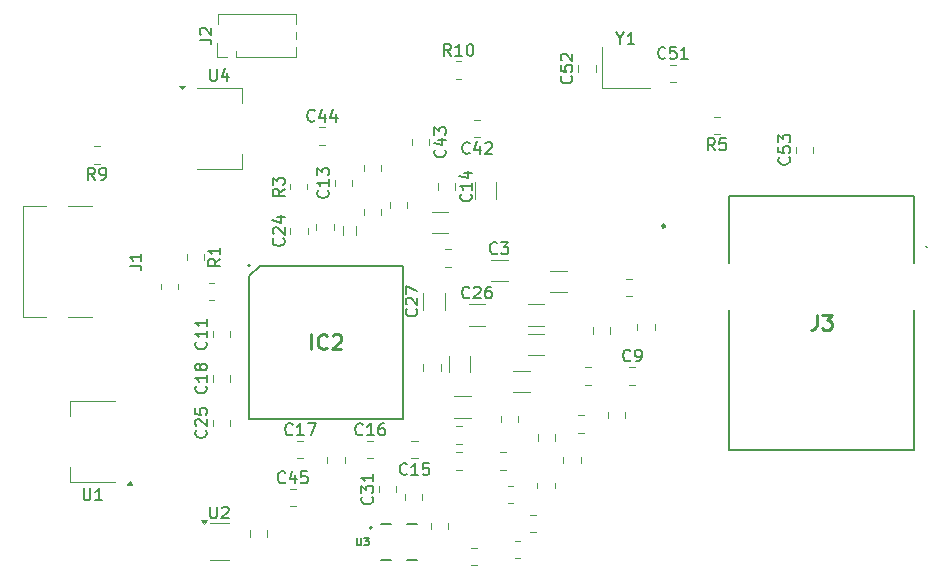
<source format=gto>
%TF.GenerationSoftware,KiCad,Pcbnew,9.0.4*%
%TF.CreationDate,2025-11-15T14:23:55+05:30*%
%TF.ProjectId,High Speed Ethernet Interface,48696768-2053-4706-9565-642045746865,rev?*%
%TF.SameCoordinates,Original*%
%TF.FileFunction,Legend,Top*%
%TF.FilePolarity,Positive*%
%FSLAX46Y46*%
G04 Gerber Fmt 4.6, Leading zero omitted, Abs format (unit mm)*
G04 Created by KiCad (PCBNEW 9.0.4) date 2025-11-15 14:23:55*
%MOMM*%
%LPD*%
G01*
G04 APERTURE LIST*
%ADD10C,0.150000*%
%ADD11C,0.254000*%
%ADD12C,0.120000*%
%ADD13C,0.200000*%
%ADD14C,0.100000*%
%ADD15C,0.127000*%
%ADD16C,0.250000*%
G04 APERTURE END LIST*
D10*
X106888095Y-90454819D02*
X106888095Y-91264342D01*
X106888095Y-91264342D02*
X106935714Y-91359580D01*
X106935714Y-91359580D02*
X106983333Y-91407200D01*
X106983333Y-91407200D02*
X107078571Y-91454819D01*
X107078571Y-91454819D02*
X107269047Y-91454819D01*
X107269047Y-91454819D02*
X107364285Y-91407200D01*
X107364285Y-91407200D02*
X107411904Y-91359580D01*
X107411904Y-91359580D02*
X107459523Y-91264342D01*
X107459523Y-91264342D02*
X107459523Y-90454819D01*
X108459523Y-91454819D02*
X107888095Y-91454819D01*
X108173809Y-91454819D02*
X108173809Y-90454819D01*
X108173809Y-90454819D02*
X108078571Y-90597676D01*
X108078571Y-90597676D02*
X107983333Y-90692914D01*
X107983333Y-90692914D02*
X107888095Y-90740533D01*
D11*
X168941667Y-75754318D02*
X168941667Y-76661461D01*
X168941667Y-76661461D02*
X168881190Y-76842889D01*
X168881190Y-76842889D02*
X168760238Y-76963842D01*
X168760238Y-76963842D02*
X168578809Y-77024318D01*
X168578809Y-77024318D02*
X168457857Y-77024318D01*
X169425476Y-75754318D02*
X170211667Y-75754318D01*
X170211667Y-75754318D02*
X169788333Y-76238127D01*
X169788333Y-76238127D02*
X169969762Y-76238127D01*
X169969762Y-76238127D02*
X170090714Y-76298603D01*
X170090714Y-76298603D02*
X170151190Y-76359080D01*
X170151190Y-76359080D02*
X170211667Y-76480032D01*
X170211667Y-76480032D02*
X170211667Y-76782413D01*
X170211667Y-76782413D02*
X170151190Y-76903365D01*
X170151190Y-76903365D02*
X170090714Y-76963842D01*
X170090714Y-76963842D02*
X169969762Y-77024318D01*
X169969762Y-77024318D02*
X169606905Y-77024318D01*
X169606905Y-77024318D02*
X169485952Y-76963842D01*
X169485952Y-76963842D02*
X169425476Y-76903365D01*
D10*
X127548280Y-65241657D02*
X127595900Y-65289276D01*
X127595900Y-65289276D02*
X127643519Y-65432133D01*
X127643519Y-65432133D02*
X127643519Y-65527371D01*
X127643519Y-65527371D02*
X127595900Y-65670228D01*
X127595900Y-65670228D02*
X127500661Y-65765466D01*
X127500661Y-65765466D02*
X127405423Y-65813085D01*
X127405423Y-65813085D02*
X127214947Y-65860704D01*
X127214947Y-65860704D02*
X127072090Y-65860704D01*
X127072090Y-65860704D02*
X126881614Y-65813085D01*
X126881614Y-65813085D02*
X126786376Y-65765466D01*
X126786376Y-65765466D02*
X126691138Y-65670228D01*
X126691138Y-65670228D02*
X126643519Y-65527371D01*
X126643519Y-65527371D02*
X126643519Y-65432133D01*
X126643519Y-65432133D02*
X126691138Y-65289276D01*
X126691138Y-65289276D02*
X126738757Y-65241657D01*
X127643519Y-64289276D02*
X127643519Y-64860704D01*
X127643519Y-64574990D02*
X126643519Y-64574990D01*
X126643519Y-64574990D02*
X126786376Y-64670228D01*
X126786376Y-64670228D02*
X126881614Y-64765466D01*
X126881614Y-64765466D02*
X126929233Y-64860704D01*
X126643519Y-63955942D02*
X126643519Y-63336895D01*
X126643519Y-63336895D02*
X127024471Y-63670228D01*
X127024471Y-63670228D02*
X127024471Y-63527371D01*
X127024471Y-63527371D02*
X127072090Y-63432133D01*
X127072090Y-63432133D02*
X127119709Y-63384514D01*
X127119709Y-63384514D02*
X127214947Y-63336895D01*
X127214947Y-63336895D02*
X127453042Y-63336895D01*
X127453042Y-63336895D02*
X127548280Y-63384514D01*
X127548280Y-63384514D02*
X127595900Y-63432133D01*
X127595900Y-63432133D02*
X127643519Y-63527371D01*
X127643519Y-63527371D02*
X127643519Y-63813085D01*
X127643519Y-63813085D02*
X127595900Y-63908323D01*
X127595900Y-63908323D02*
X127548280Y-63955942D01*
X123893519Y-65097966D02*
X123417328Y-65431299D01*
X123893519Y-65669394D02*
X122893519Y-65669394D01*
X122893519Y-65669394D02*
X122893519Y-65288442D01*
X122893519Y-65288442D02*
X122941138Y-65193204D01*
X122941138Y-65193204D02*
X122988757Y-65145585D01*
X122988757Y-65145585D02*
X123083995Y-65097966D01*
X123083995Y-65097966D02*
X123226852Y-65097966D01*
X123226852Y-65097966D02*
X123322090Y-65145585D01*
X123322090Y-65145585D02*
X123369709Y-65193204D01*
X123369709Y-65193204D02*
X123417328Y-65288442D01*
X123417328Y-65288442D02*
X123417328Y-65669394D01*
X122893519Y-64764632D02*
X122893519Y-64145585D01*
X122893519Y-64145585D02*
X123274471Y-64478918D01*
X123274471Y-64478918D02*
X123274471Y-64336061D01*
X123274471Y-64336061D02*
X123322090Y-64240823D01*
X123322090Y-64240823D02*
X123369709Y-64193204D01*
X123369709Y-64193204D02*
X123464947Y-64145585D01*
X123464947Y-64145585D02*
X123703042Y-64145585D01*
X123703042Y-64145585D02*
X123798280Y-64193204D01*
X123798280Y-64193204D02*
X123845900Y-64240823D01*
X123845900Y-64240823D02*
X123893519Y-64336061D01*
X123893519Y-64336061D02*
X123893519Y-64621775D01*
X123893519Y-64621775D02*
X123845900Y-64717013D01*
X123845900Y-64717013D02*
X123798280Y-64764632D01*
X139570842Y-62045880D02*
X139523223Y-62093500D01*
X139523223Y-62093500D02*
X139380366Y-62141119D01*
X139380366Y-62141119D02*
X139285128Y-62141119D01*
X139285128Y-62141119D02*
X139142271Y-62093500D01*
X139142271Y-62093500D02*
X139047033Y-61998261D01*
X139047033Y-61998261D02*
X138999414Y-61903023D01*
X138999414Y-61903023D02*
X138951795Y-61712547D01*
X138951795Y-61712547D02*
X138951795Y-61569690D01*
X138951795Y-61569690D02*
X138999414Y-61379214D01*
X138999414Y-61379214D02*
X139047033Y-61283976D01*
X139047033Y-61283976D02*
X139142271Y-61188738D01*
X139142271Y-61188738D02*
X139285128Y-61141119D01*
X139285128Y-61141119D02*
X139380366Y-61141119D01*
X139380366Y-61141119D02*
X139523223Y-61188738D01*
X139523223Y-61188738D02*
X139570842Y-61236357D01*
X140427985Y-61474452D02*
X140427985Y-62141119D01*
X140189890Y-61093500D02*
X139951795Y-61807785D01*
X139951795Y-61807785D02*
X140570842Y-61807785D01*
X140904176Y-61236357D02*
X140951795Y-61188738D01*
X140951795Y-61188738D02*
X141047033Y-61141119D01*
X141047033Y-61141119D02*
X141285128Y-61141119D01*
X141285128Y-61141119D02*
X141380366Y-61188738D01*
X141380366Y-61188738D02*
X141427985Y-61236357D01*
X141427985Y-61236357D02*
X141475604Y-61331595D01*
X141475604Y-61331595D02*
X141475604Y-61426833D01*
X141475604Y-61426833D02*
X141427985Y-61569690D01*
X141427985Y-61569690D02*
X140856557Y-62141119D01*
X140856557Y-62141119D02*
X141475604Y-62141119D01*
X160339533Y-61828619D02*
X160006200Y-61352428D01*
X159768105Y-61828619D02*
X159768105Y-60828619D01*
X159768105Y-60828619D02*
X160149057Y-60828619D01*
X160149057Y-60828619D02*
X160244295Y-60876238D01*
X160244295Y-60876238D02*
X160291914Y-60923857D01*
X160291914Y-60923857D02*
X160339533Y-61019095D01*
X160339533Y-61019095D02*
X160339533Y-61161952D01*
X160339533Y-61161952D02*
X160291914Y-61257190D01*
X160291914Y-61257190D02*
X160244295Y-61304809D01*
X160244295Y-61304809D02*
X160149057Y-61352428D01*
X160149057Y-61352428D02*
X159768105Y-61352428D01*
X161244295Y-60828619D02*
X160768105Y-60828619D01*
X160768105Y-60828619D02*
X160720486Y-61304809D01*
X160720486Y-61304809D02*
X160768105Y-61257190D01*
X160768105Y-61257190D02*
X160863343Y-61209571D01*
X160863343Y-61209571D02*
X161101438Y-61209571D01*
X161101438Y-61209571D02*
X161196676Y-61257190D01*
X161196676Y-61257190D02*
X161244295Y-61304809D01*
X161244295Y-61304809D02*
X161291914Y-61400047D01*
X161291914Y-61400047D02*
X161291914Y-61638142D01*
X161291914Y-61638142D02*
X161244295Y-61733380D01*
X161244295Y-61733380D02*
X161196676Y-61781000D01*
X161196676Y-61781000D02*
X161101438Y-61828619D01*
X161101438Y-61828619D02*
X160863343Y-61828619D01*
X160863343Y-61828619D02*
X160768105Y-61781000D01*
X160768105Y-61781000D02*
X160720486Y-61733380D01*
X123798280Y-69304157D02*
X123845900Y-69351776D01*
X123845900Y-69351776D02*
X123893519Y-69494633D01*
X123893519Y-69494633D02*
X123893519Y-69589871D01*
X123893519Y-69589871D02*
X123845900Y-69732728D01*
X123845900Y-69732728D02*
X123750661Y-69827966D01*
X123750661Y-69827966D02*
X123655423Y-69875585D01*
X123655423Y-69875585D02*
X123464947Y-69923204D01*
X123464947Y-69923204D02*
X123322090Y-69923204D01*
X123322090Y-69923204D02*
X123131614Y-69875585D01*
X123131614Y-69875585D02*
X123036376Y-69827966D01*
X123036376Y-69827966D02*
X122941138Y-69732728D01*
X122941138Y-69732728D02*
X122893519Y-69589871D01*
X122893519Y-69589871D02*
X122893519Y-69494633D01*
X122893519Y-69494633D02*
X122941138Y-69351776D01*
X122941138Y-69351776D02*
X122988757Y-69304157D01*
X122988757Y-68923204D02*
X122941138Y-68875585D01*
X122941138Y-68875585D02*
X122893519Y-68780347D01*
X122893519Y-68780347D02*
X122893519Y-68542252D01*
X122893519Y-68542252D02*
X122941138Y-68447014D01*
X122941138Y-68447014D02*
X122988757Y-68399395D01*
X122988757Y-68399395D02*
X123083995Y-68351776D01*
X123083995Y-68351776D02*
X123179233Y-68351776D01*
X123179233Y-68351776D02*
X123322090Y-68399395D01*
X123322090Y-68399395D02*
X123893519Y-68970823D01*
X123893519Y-68970823D02*
X123893519Y-68351776D01*
X123226852Y-67494633D02*
X123893519Y-67494633D01*
X122845900Y-67732728D02*
X123560185Y-67970823D01*
X123560185Y-67970823D02*
X123560185Y-67351776D01*
X135048280Y-75266657D02*
X135095900Y-75314276D01*
X135095900Y-75314276D02*
X135143519Y-75457133D01*
X135143519Y-75457133D02*
X135143519Y-75552371D01*
X135143519Y-75552371D02*
X135095900Y-75695228D01*
X135095900Y-75695228D02*
X135000661Y-75790466D01*
X135000661Y-75790466D02*
X134905423Y-75838085D01*
X134905423Y-75838085D02*
X134714947Y-75885704D01*
X134714947Y-75885704D02*
X134572090Y-75885704D01*
X134572090Y-75885704D02*
X134381614Y-75838085D01*
X134381614Y-75838085D02*
X134286376Y-75790466D01*
X134286376Y-75790466D02*
X134191138Y-75695228D01*
X134191138Y-75695228D02*
X134143519Y-75552371D01*
X134143519Y-75552371D02*
X134143519Y-75457133D01*
X134143519Y-75457133D02*
X134191138Y-75314276D01*
X134191138Y-75314276D02*
X134238757Y-75266657D01*
X134238757Y-74885704D02*
X134191138Y-74838085D01*
X134191138Y-74838085D02*
X134143519Y-74742847D01*
X134143519Y-74742847D02*
X134143519Y-74504752D01*
X134143519Y-74504752D02*
X134191138Y-74409514D01*
X134191138Y-74409514D02*
X134238757Y-74361895D01*
X134238757Y-74361895D02*
X134333995Y-74314276D01*
X134333995Y-74314276D02*
X134429233Y-74314276D01*
X134429233Y-74314276D02*
X134572090Y-74361895D01*
X134572090Y-74361895D02*
X135143519Y-74933323D01*
X135143519Y-74933323D02*
X135143519Y-74314276D01*
X134143519Y-73980942D02*
X134143519Y-73314276D01*
X134143519Y-73314276D02*
X135143519Y-73742847D01*
X110779819Y-71608333D02*
X111494104Y-71608333D01*
X111494104Y-71608333D02*
X111636961Y-71655952D01*
X111636961Y-71655952D02*
X111732200Y-71751190D01*
X111732200Y-71751190D02*
X111779819Y-71894047D01*
X111779819Y-71894047D02*
X111779819Y-71989285D01*
X111779819Y-70608333D02*
X111779819Y-71179761D01*
X111779819Y-70894047D02*
X110779819Y-70894047D01*
X110779819Y-70894047D02*
X110922676Y-70989285D01*
X110922676Y-70989285D02*
X111017914Y-71084523D01*
X111017914Y-71084523D02*
X111065533Y-71179761D01*
X130508342Y-85873380D02*
X130460723Y-85921000D01*
X130460723Y-85921000D02*
X130317866Y-85968619D01*
X130317866Y-85968619D02*
X130222628Y-85968619D01*
X130222628Y-85968619D02*
X130079771Y-85921000D01*
X130079771Y-85921000D02*
X129984533Y-85825761D01*
X129984533Y-85825761D02*
X129936914Y-85730523D01*
X129936914Y-85730523D02*
X129889295Y-85540047D01*
X129889295Y-85540047D02*
X129889295Y-85397190D01*
X129889295Y-85397190D02*
X129936914Y-85206714D01*
X129936914Y-85206714D02*
X129984533Y-85111476D01*
X129984533Y-85111476D02*
X130079771Y-85016238D01*
X130079771Y-85016238D02*
X130222628Y-84968619D01*
X130222628Y-84968619D02*
X130317866Y-84968619D01*
X130317866Y-84968619D02*
X130460723Y-85016238D01*
X130460723Y-85016238D02*
X130508342Y-85063857D01*
X131460723Y-85968619D02*
X130889295Y-85968619D01*
X131175009Y-85968619D02*
X131175009Y-84968619D01*
X131175009Y-84968619D02*
X131079771Y-85111476D01*
X131079771Y-85111476D02*
X130984533Y-85206714D01*
X130984533Y-85206714D02*
X130889295Y-85254333D01*
X132317866Y-84968619D02*
X132127390Y-84968619D01*
X132127390Y-84968619D02*
X132032152Y-85016238D01*
X132032152Y-85016238D02*
X131984533Y-85063857D01*
X131984533Y-85063857D02*
X131889295Y-85206714D01*
X131889295Y-85206714D02*
X131841676Y-85397190D01*
X131841676Y-85397190D02*
X131841676Y-85778142D01*
X131841676Y-85778142D02*
X131889295Y-85873380D01*
X131889295Y-85873380D02*
X131936914Y-85921000D01*
X131936914Y-85921000D02*
X132032152Y-85968619D01*
X132032152Y-85968619D02*
X132222628Y-85968619D01*
X132222628Y-85968619D02*
X132317866Y-85921000D01*
X132317866Y-85921000D02*
X132365485Y-85873380D01*
X132365485Y-85873380D02*
X132413104Y-85778142D01*
X132413104Y-85778142D02*
X132413104Y-85540047D01*
X132413104Y-85540047D02*
X132365485Y-85444809D01*
X132365485Y-85444809D02*
X132317866Y-85397190D01*
X132317866Y-85397190D02*
X132222628Y-85349571D01*
X132222628Y-85349571D02*
X132032152Y-85349571D01*
X132032152Y-85349571D02*
X131936914Y-85397190D01*
X131936914Y-85397190D02*
X131889295Y-85444809D01*
X131889295Y-85444809D02*
X131841676Y-85540047D01*
X117235780Y-81804157D02*
X117283400Y-81851776D01*
X117283400Y-81851776D02*
X117331019Y-81994633D01*
X117331019Y-81994633D02*
X117331019Y-82089871D01*
X117331019Y-82089871D02*
X117283400Y-82232728D01*
X117283400Y-82232728D02*
X117188161Y-82327966D01*
X117188161Y-82327966D02*
X117092923Y-82375585D01*
X117092923Y-82375585D02*
X116902447Y-82423204D01*
X116902447Y-82423204D02*
X116759590Y-82423204D01*
X116759590Y-82423204D02*
X116569114Y-82375585D01*
X116569114Y-82375585D02*
X116473876Y-82327966D01*
X116473876Y-82327966D02*
X116378638Y-82232728D01*
X116378638Y-82232728D02*
X116331019Y-82089871D01*
X116331019Y-82089871D02*
X116331019Y-81994633D01*
X116331019Y-81994633D02*
X116378638Y-81851776D01*
X116378638Y-81851776D02*
X116426257Y-81804157D01*
X117331019Y-80851776D02*
X117331019Y-81423204D01*
X117331019Y-81137490D02*
X116331019Y-81137490D01*
X116331019Y-81137490D02*
X116473876Y-81232728D01*
X116473876Y-81232728D02*
X116569114Y-81327966D01*
X116569114Y-81327966D02*
X116616733Y-81423204D01*
X116759590Y-80280347D02*
X116711971Y-80375585D01*
X116711971Y-80375585D02*
X116664352Y-80423204D01*
X116664352Y-80423204D02*
X116569114Y-80470823D01*
X116569114Y-80470823D02*
X116521495Y-80470823D01*
X116521495Y-80470823D02*
X116426257Y-80423204D01*
X116426257Y-80423204D02*
X116378638Y-80375585D01*
X116378638Y-80375585D02*
X116331019Y-80280347D01*
X116331019Y-80280347D02*
X116331019Y-80089871D01*
X116331019Y-80089871D02*
X116378638Y-79994633D01*
X116378638Y-79994633D02*
X116426257Y-79947014D01*
X116426257Y-79947014D02*
X116521495Y-79899395D01*
X116521495Y-79899395D02*
X116569114Y-79899395D01*
X116569114Y-79899395D02*
X116664352Y-79947014D01*
X116664352Y-79947014D02*
X116711971Y-79994633D01*
X116711971Y-79994633D02*
X116759590Y-80089871D01*
X116759590Y-80089871D02*
X116759590Y-80280347D01*
X116759590Y-80280347D02*
X116807209Y-80375585D01*
X116807209Y-80375585D02*
X116854828Y-80423204D01*
X116854828Y-80423204D02*
X116950066Y-80470823D01*
X116950066Y-80470823D02*
X117140542Y-80470823D01*
X117140542Y-80470823D02*
X117235780Y-80423204D01*
X117235780Y-80423204D02*
X117283400Y-80375585D01*
X117283400Y-80375585D02*
X117331019Y-80280347D01*
X117331019Y-80280347D02*
X117331019Y-80089871D01*
X117331019Y-80089871D02*
X117283400Y-79994633D01*
X117283400Y-79994633D02*
X117235780Y-79947014D01*
X117235780Y-79947014D02*
X117140542Y-79899395D01*
X117140542Y-79899395D02*
X116950066Y-79899395D01*
X116950066Y-79899395D02*
X116854828Y-79947014D01*
X116854828Y-79947014D02*
X116807209Y-79994633D01*
X116807209Y-79994633D02*
X116759590Y-80089871D01*
X139658280Y-65554157D02*
X139705900Y-65601776D01*
X139705900Y-65601776D02*
X139753519Y-65744633D01*
X139753519Y-65744633D02*
X139753519Y-65839871D01*
X139753519Y-65839871D02*
X139705900Y-65982728D01*
X139705900Y-65982728D02*
X139610661Y-66077966D01*
X139610661Y-66077966D02*
X139515423Y-66125585D01*
X139515423Y-66125585D02*
X139324947Y-66173204D01*
X139324947Y-66173204D02*
X139182090Y-66173204D01*
X139182090Y-66173204D02*
X138991614Y-66125585D01*
X138991614Y-66125585D02*
X138896376Y-66077966D01*
X138896376Y-66077966D02*
X138801138Y-65982728D01*
X138801138Y-65982728D02*
X138753519Y-65839871D01*
X138753519Y-65839871D02*
X138753519Y-65744633D01*
X138753519Y-65744633D02*
X138801138Y-65601776D01*
X138801138Y-65601776D02*
X138848757Y-65554157D01*
X139753519Y-64601776D02*
X139753519Y-65173204D01*
X139753519Y-64887490D02*
X138753519Y-64887490D01*
X138753519Y-64887490D02*
X138896376Y-64982728D01*
X138896376Y-64982728D02*
X138991614Y-65077966D01*
X138991614Y-65077966D02*
X139039233Y-65173204D01*
X139086852Y-63744633D02*
X139753519Y-63744633D01*
X138705900Y-63982728D02*
X139420185Y-64220823D01*
X139420185Y-64220823D02*
X139420185Y-63601776D01*
D11*
X126160237Y-78674318D02*
X126160237Y-77404318D01*
X127490714Y-78553365D02*
X127430238Y-78613842D01*
X127430238Y-78613842D02*
X127248809Y-78674318D01*
X127248809Y-78674318D02*
X127127857Y-78674318D01*
X127127857Y-78674318D02*
X126946428Y-78613842D01*
X126946428Y-78613842D02*
X126825476Y-78492889D01*
X126825476Y-78492889D02*
X126764999Y-78371937D01*
X126764999Y-78371937D02*
X126704523Y-78130032D01*
X126704523Y-78130032D02*
X126704523Y-77948603D01*
X126704523Y-77948603D02*
X126764999Y-77706699D01*
X126764999Y-77706699D02*
X126825476Y-77585746D01*
X126825476Y-77585746D02*
X126946428Y-77464794D01*
X126946428Y-77464794D02*
X127127857Y-77404318D01*
X127127857Y-77404318D02*
X127248809Y-77404318D01*
X127248809Y-77404318D02*
X127430238Y-77464794D01*
X127430238Y-77464794D02*
X127490714Y-77525270D01*
X127974523Y-77525270D02*
X128034999Y-77464794D01*
X128034999Y-77464794D02*
X128155952Y-77404318D01*
X128155952Y-77404318D02*
X128458333Y-77404318D01*
X128458333Y-77404318D02*
X128579285Y-77464794D01*
X128579285Y-77464794D02*
X128639761Y-77525270D01*
X128639761Y-77525270D02*
X128700238Y-77646222D01*
X128700238Y-77646222D02*
X128700238Y-77767175D01*
X128700238Y-77767175D02*
X128639761Y-77948603D01*
X128639761Y-77948603D02*
X127914047Y-78674318D01*
X127914047Y-78674318D02*
X128700238Y-78674318D01*
D10*
X152331875Y-52369982D02*
X152331875Y-52846173D01*
X151998542Y-51846173D02*
X152331875Y-52369982D01*
X152331875Y-52369982D02*
X152665208Y-51846173D01*
X153522351Y-52846173D02*
X152950923Y-52846173D01*
X153236637Y-52846173D02*
X153236637Y-51846173D01*
X153236637Y-51846173D02*
X153141399Y-51989030D01*
X153141399Y-51989030D02*
X153046161Y-52084268D01*
X153046161Y-52084268D02*
X152950923Y-52131887D01*
X134258342Y-89233380D02*
X134210723Y-89281000D01*
X134210723Y-89281000D02*
X134067866Y-89328619D01*
X134067866Y-89328619D02*
X133972628Y-89328619D01*
X133972628Y-89328619D02*
X133829771Y-89281000D01*
X133829771Y-89281000D02*
X133734533Y-89185761D01*
X133734533Y-89185761D02*
X133686914Y-89090523D01*
X133686914Y-89090523D02*
X133639295Y-88900047D01*
X133639295Y-88900047D02*
X133639295Y-88757190D01*
X133639295Y-88757190D02*
X133686914Y-88566714D01*
X133686914Y-88566714D02*
X133734533Y-88471476D01*
X133734533Y-88471476D02*
X133829771Y-88376238D01*
X133829771Y-88376238D02*
X133972628Y-88328619D01*
X133972628Y-88328619D02*
X134067866Y-88328619D01*
X134067866Y-88328619D02*
X134210723Y-88376238D01*
X134210723Y-88376238D02*
X134258342Y-88423857D01*
X135210723Y-89328619D02*
X134639295Y-89328619D01*
X134925009Y-89328619D02*
X134925009Y-88328619D01*
X134925009Y-88328619D02*
X134829771Y-88471476D01*
X134829771Y-88471476D02*
X134734533Y-88566714D01*
X134734533Y-88566714D02*
X134639295Y-88614333D01*
X136115485Y-88328619D02*
X135639295Y-88328619D01*
X135639295Y-88328619D02*
X135591676Y-88804809D01*
X135591676Y-88804809D02*
X135639295Y-88757190D01*
X135639295Y-88757190D02*
X135734533Y-88709571D01*
X135734533Y-88709571D02*
X135972628Y-88709571D01*
X135972628Y-88709571D02*
X136067866Y-88757190D01*
X136067866Y-88757190D02*
X136115485Y-88804809D01*
X136115485Y-88804809D02*
X136163104Y-88900047D01*
X136163104Y-88900047D02*
X136163104Y-89138142D01*
X136163104Y-89138142D02*
X136115485Y-89233380D01*
X136115485Y-89233380D02*
X136067866Y-89281000D01*
X136067866Y-89281000D02*
X135972628Y-89328619D01*
X135972628Y-89328619D02*
X135734533Y-89328619D01*
X135734533Y-89328619D02*
X135639295Y-89281000D01*
X135639295Y-89281000D02*
X135591676Y-89233380D01*
X117588095Y-54954819D02*
X117588095Y-55764342D01*
X117588095Y-55764342D02*
X117635714Y-55859580D01*
X117635714Y-55859580D02*
X117683333Y-55907200D01*
X117683333Y-55907200D02*
X117778571Y-55954819D01*
X117778571Y-55954819D02*
X117969047Y-55954819D01*
X117969047Y-55954819D02*
X118064285Y-55907200D01*
X118064285Y-55907200D02*
X118111904Y-55859580D01*
X118111904Y-55859580D02*
X118159523Y-55764342D01*
X118159523Y-55764342D02*
X118159523Y-54954819D01*
X119064285Y-55288152D02*
X119064285Y-55954819D01*
X118826190Y-54907200D02*
X118588095Y-55621485D01*
X118588095Y-55621485D02*
X119207142Y-55621485D01*
X141897033Y-70533380D02*
X141849414Y-70581000D01*
X141849414Y-70581000D02*
X141706557Y-70628619D01*
X141706557Y-70628619D02*
X141611319Y-70628619D01*
X141611319Y-70628619D02*
X141468462Y-70581000D01*
X141468462Y-70581000D02*
X141373224Y-70485761D01*
X141373224Y-70485761D02*
X141325605Y-70390523D01*
X141325605Y-70390523D02*
X141277986Y-70200047D01*
X141277986Y-70200047D02*
X141277986Y-70057190D01*
X141277986Y-70057190D02*
X141325605Y-69866714D01*
X141325605Y-69866714D02*
X141373224Y-69771476D01*
X141373224Y-69771476D02*
X141468462Y-69676238D01*
X141468462Y-69676238D02*
X141611319Y-69628619D01*
X141611319Y-69628619D02*
X141706557Y-69628619D01*
X141706557Y-69628619D02*
X141849414Y-69676238D01*
X141849414Y-69676238D02*
X141897033Y-69723857D01*
X142230367Y-69628619D02*
X142849414Y-69628619D01*
X142849414Y-69628619D02*
X142516081Y-70009571D01*
X142516081Y-70009571D02*
X142658938Y-70009571D01*
X142658938Y-70009571D02*
X142754176Y-70057190D01*
X142754176Y-70057190D02*
X142801795Y-70104809D01*
X142801795Y-70104809D02*
X142849414Y-70200047D01*
X142849414Y-70200047D02*
X142849414Y-70438142D01*
X142849414Y-70438142D02*
X142801795Y-70533380D01*
X142801795Y-70533380D02*
X142754176Y-70581000D01*
X142754176Y-70581000D02*
X142658938Y-70628619D01*
X142658938Y-70628619D02*
X142373224Y-70628619D01*
X142373224Y-70628619D02*
X142277986Y-70581000D01*
X142277986Y-70581000D02*
X142230367Y-70533380D01*
X118443519Y-71035466D02*
X117967328Y-71368799D01*
X118443519Y-71606894D02*
X117443519Y-71606894D01*
X117443519Y-71606894D02*
X117443519Y-71225942D01*
X117443519Y-71225942D02*
X117491138Y-71130704D01*
X117491138Y-71130704D02*
X117538757Y-71083085D01*
X117538757Y-71083085D02*
X117633995Y-71035466D01*
X117633995Y-71035466D02*
X117776852Y-71035466D01*
X117776852Y-71035466D02*
X117872090Y-71083085D01*
X117872090Y-71083085D02*
X117919709Y-71130704D01*
X117919709Y-71130704D02*
X117967328Y-71225942D01*
X117967328Y-71225942D02*
X117967328Y-71606894D01*
X118443519Y-70083085D02*
X118443519Y-70654513D01*
X118443519Y-70368799D02*
X117443519Y-70368799D01*
X117443519Y-70368799D02*
X117586376Y-70464037D01*
X117586376Y-70464037D02*
X117681614Y-70559275D01*
X117681614Y-70559275D02*
X117729233Y-70654513D01*
X139545842Y-74283380D02*
X139498223Y-74331000D01*
X139498223Y-74331000D02*
X139355366Y-74378619D01*
X139355366Y-74378619D02*
X139260128Y-74378619D01*
X139260128Y-74378619D02*
X139117271Y-74331000D01*
X139117271Y-74331000D02*
X139022033Y-74235761D01*
X139022033Y-74235761D02*
X138974414Y-74140523D01*
X138974414Y-74140523D02*
X138926795Y-73950047D01*
X138926795Y-73950047D02*
X138926795Y-73807190D01*
X138926795Y-73807190D02*
X138974414Y-73616714D01*
X138974414Y-73616714D02*
X139022033Y-73521476D01*
X139022033Y-73521476D02*
X139117271Y-73426238D01*
X139117271Y-73426238D02*
X139260128Y-73378619D01*
X139260128Y-73378619D02*
X139355366Y-73378619D01*
X139355366Y-73378619D02*
X139498223Y-73426238D01*
X139498223Y-73426238D02*
X139545842Y-73473857D01*
X139926795Y-73473857D02*
X139974414Y-73426238D01*
X139974414Y-73426238D02*
X140069652Y-73378619D01*
X140069652Y-73378619D02*
X140307747Y-73378619D01*
X140307747Y-73378619D02*
X140402985Y-73426238D01*
X140402985Y-73426238D02*
X140450604Y-73473857D01*
X140450604Y-73473857D02*
X140498223Y-73569095D01*
X140498223Y-73569095D02*
X140498223Y-73664333D01*
X140498223Y-73664333D02*
X140450604Y-73807190D01*
X140450604Y-73807190D02*
X139879176Y-74378619D01*
X139879176Y-74378619D02*
X140498223Y-74378619D01*
X141355366Y-73378619D02*
X141164890Y-73378619D01*
X141164890Y-73378619D02*
X141069652Y-73426238D01*
X141069652Y-73426238D02*
X141022033Y-73473857D01*
X141022033Y-73473857D02*
X140926795Y-73616714D01*
X140926795Y-73616714D02*
X140879176Y-73807190D01*
X140879176Y-73807190D02*
X140879176Y-74188142D01*
X140879176Y-74188142D02*
X140926795Y-74283380D01*
X140926795Y-74283380D02*
X140974414Y-74331000D01*
X140974414Y-74331000D02*
X141069652Y-74378619D01*
X141069652Y-74378619D02*
X141260128Y-74378619D01*
X141260128Y-74378619D02*
X141355366Y-74331000D01*
X141355366Y-74331000D02*
X141402985Y-74283380D01*
X141402985Y-74283380D02*
X141450604Y-74188142D01*
X141450604Y-74188142D02*
X141450604Y-73950047D01*
X141450604Y-73950047D02*
X141402985Y-73854809D01*
X141402985Y-73854809D02*
X141355366Y-73807190D01*
X141355366Y-73807190D02*
X141260128Y-73759571D01*
X141260128Y-73759571D02*
X141069652Y-73759571D01*
X141069652Y-73759571D02*
X140974414Y-73807190D01*
X140974414Y-73807190D02*
X140926795Y-73854809D01*
X140926795Y-73854809D02*
X140879176Y-73950047D01*
X130012380Y-94648276D02*
X130012380Y-95166371D01*
X130012380Y-95166371D02*
X130042857Y-95227323D01*
X130042857Y-95227323D02*
X130073333Y-95257800D01*
X130073333Y-95257800D02*
X130134285Y-95288276D01*
X130134285Y-95288276D02*
X130256190Y-95288276D01*
X130256190Y-95288276D02*
X130317142Y-95257800D01*
X130317142Y-95257800D02*
X130347619Y-95227323D01*
X130347619Y-95227323D02*
X130378095Y-95166371D01*
X130378095Y-95166371D02*
X130378095Y-94648276D01*
X130621904Y-94648276D02*
X131018095Y-94648276D01*
X131018095Y-94648276D02*
X130804761Y-94892085D01*
X130804761Y-94892085D02*
X130896190Y-94892085D01*
X130896190Y-94892085D02*
X130957142Y-94922561D01*
X130957142Y-94922561D02*
X130987618Y-94953038D01*
X130987618Y-94953038D02*
X131018095Y-95013990D01*
X131018095Y-95013990D02*
X131018095Y-95166371D01*
X131018095Y-95166371D02*
X130987618Y-95227323D01*
X130987618Y-95227323D02*
X130957142Y-95257800D01*
X130957142Y-95257800D02*
X130896190Y-95288276D01*
X130896190Y-95288276D02*
X130713333Y-95288276D01*
X130713333Y-95288276D02*
X130652380Y-95257800D01*
X130652380Y-95257800D02*
X130621904Y-95227323D01*
X116709819Y-52468333D02*
X117424104Y-52468333D01*
X117424104Y-52468333D02*
X117566961Y-52515952D01*
X117566961Y-52515952D02*
X117662200Y-52611190D01*
X117662200Y-52611190D02*
X117709819Y-52754047D01*
X117709819Y-52754047D02*
X117709819Y-52849285D01*
X116805057Y-52039761D02*
X116757438Y-51992142D01*
X116757438Y-51992142D02*
X116709819Y-51896904D01*
X116709819Y-51896904D02*
X116709819Y-51658809D01*
X116709819Y-51658809D02*
X116757438Y-51563571D01*
X116757438Y-51563571D02*
X116805057Y-51515952D01*
X116805057Y-51515952D02*
X116900295Y-51468333D01*
X116900295Y-51468333D02*
X116995533Y-51468333D01*
X116995533Y-51468333D02*
X117138390Y-51515952D01*
X117138390Y-51515952D02*
X117709819Y-52087380D01*
X117709819Y-52087380D02*
X117709819Y-51468333D01*
X153172033Y-79623380D02*
X153124414Y-79671000D01*
X153124414Y-79671000D02*
X152981557Y-79718619D01*
X152981557Y-79718619D02*
X152886319Y-79718619D01*
X152886319Y-79718619D02*
X152743462Y-79671000D01*
X152743462Y-79671000D02*
X152648224Y-79575761D01*
X152648224Y-79575761D02*
X152600605Y-79480523D01*
X152600605Y-79480523D02*
X152552986Y-79290047D01*
X152552986Y-79290047D02*
X152552986Y-79147190D01*
X152552986Y-79147190D02*
X152600605Y-78956714D01*
X152600605Y-78956714D02*
X152648224Y-78861476D01*
X152648224Y-78861476D02*
X152743462Y-78766238D01*
X152743462Y-78766238D02*
X152886319Y-78718619D01*
X152886319Y-78718619D02*
X152981557Y-78718619D01*
X152981557Y-78718619D02*
X153124414Y-78766238D01*
X153124414Y-78766238D02*
X153172033Y-78813857D01*
X153648224Y-79718619D02*
X153838700Y-79718619D01*
X153838700Y-79718619D02*
X153933938Y-79671000D01*
X153933938Y-79671000D02*
X153981557Y-79623380D01*
X153981557Y-79623380D02*
X154076795Y-79480523D01*
X154076795Y-79480523D02*
X154124414Y-79290047D01*
X154124414Y-79290047D02*
X154124414Y-78909095D01*
X154124414Y-78909095D02*
X154076795Y-78813857D01*
X154076795Y-78813857D02*
X154029176Y-78766238D01*
X154029176Y-78766238D02*
X153933938Y-78718619D01*
X153933938Y-78718619D02*
X153743462Y-78718619D01*
X153743462Y-78718619D02*
X153648224Y-78766238D01*
X153648224Y-78766238D02*
X153600605Y-78813857D01*
X153600605Y-78813857D02*
X153552986Y-78909095D01*
X153552986Y-78909095D02*
X153552986Y-79147190D01*
X153552986Y-79147190D02*
X153600605Y-79242428D01*
X153600605Y-79242428D02*
X153648224Y-79290047D01*
X153648224Y-79290047D02*
X153743462Y-79337666D01*
X153743462Y-79337666D02*
X153933938Y-79337666D01*
X153933938Y-79337666D02*
X154029176Y-79290047D01*
X154029176Y-79290047D02*
X154076795Y-79242428D01*
X154076795Y-79242428D02*
X154124414Y-79147190D01*
X117235780Y-85554157D02*
X117283400Y-85601776D01*
X117283400Y-85601776D02*
X117331019Y-85744633D01*
X117331019Y-85744633D02*
X117331019Y-85839871D01*
X117331019Y-85839871D02*
X117283400Y-85982728D01*
X117283400Y-85982728D02*
X117188161Y-86077966D01*
X117188161Y-86077966D02*
X117092923Y-86125585D01*
X117092923Y-86125585D02*
X116902447Y-86173204D01*
X116902447Y-86173204D02*
X116759590Y-86173204D01*
X116759590Y-86173204D02*
X116569114Y-86125585D01*
X116569114Y-86125585D02*
X116473876Y-86077966D01*
X116473876Y-86077966D02*
X116378638Y-85982728D01*
X116378638Y-85982728D02*
X116331019Y-85839871D01*
X116331019Y-85839871D02*
X116331019Y-85744633D01*
X116331019Y-85744633D02*
X116378638Y-85601776D01*
X116378638Y-85601776D02*
X116426257Y-85554157D01*
X116426257Y-85173204D02*
X116378638Y-85125585D01*
X116378638Y-85125585D02*
X116331019Y-85030347D01*
X116331019Y-85030347D02*
X116331019Y-84792252D01*
X116331019Y-84792252D02*
X116378638Y-84697014D01*
X116378638Y-84697014D02*
X116426257Y-84649395D01*
X116426257Y-84649395D02*
X116521495Y-84601776D01*
X116521495Y-84601776D02*
X116616733Y-84601776D01*
X116616733Y-84601776D02*
X116759590Y-84649395D01*
X116759590Y-84649395D02*
X117331019Y-85220823D01*
X117331019Y-85220823D02*
X117331019Y-84601776D01*
X116331019Y-83697014D02*
X116331019Y-84173204D01*
X116331019Y-84173204D02*
X116807209Y-84220823D01*
X116807209Y-84220823D02*
X116759590Y-84173204D01*
X116759590Y-84173204D02*
X116711971Y-84077966D01*
X116711971Y-84077966D02*
X116711971Y-83839871D01*
X116711971Y-83839871D02*
X116759590Y-83744633D01*
X116759590Y-83744633D02*
X116807209Y-83697014D01*
X116807209Y-83697014D02*
X116902447Y-83649395D01*
X116902447Y-83649395D02*
X117140542Y-83649395D01*
X117140542Y-83649395D02*
X117235780Y-83697014D01*
X117235780Y-83697014D02*
X117283400Y-83744633D01*
X117283400Y-83744633D02*
X117331019Y-83839871D01*
X117331019Y-83839871D02*
X117331019Y-84077966D01*
X117331019Y-84077966D02*
X117283400Y-84173204D01*
X117283400Y-84173204D02*
X117235780Y-84220823D01*
X124570842Y-85873380D02*
X124523223Y-85921000D01*
X124523223Y-85921000D02*
X124380366Y-85968619D01*
X124380366Y-85968619D02*
X124285128Y-85968619D01*
X124285128Y-85968619D02*
X124142271Y-85921000D01*
X124142271Y-85921000D02*
X124047033Y-85825761D01*
X124047033Y-85825761D02*
X123999414Y-85730523D01*
X123999414Y-85730523D02*
X123951795Y-85540047D01*
X123951795Y-85540047D02*
X123951795Y-85397190D01*
X123951795Y-85397190D02*
X123999414Y-85206714D01*
X123999414Y-85206714D02*
X124047033Y-85111476D01*
X124047033Y-85111476D02*
X124142271Y-85016238D01*
X124142271Y-85016238D02*
X124285128Y-84968619D01*
X124285128Y-84968619D02*
X124380366Y-84968619D01*
X124380366Y-84968619D02*
X124523223Y-85016238D01*
X124523223Y-85016238D02*
X124570842Y-85063857D01*
X125523223Y-85968619D02*
X124951795Y-85968619D01*
X125237509Y-85968619D02*
X125237509Y-84968619D01*
X125237509Y-84968619D02*
X125142271Y-85111476D01*
X125142271Y-85111476D02*
X125047033Y-85206714D01*
X125047033Y-85206714D02*
X124951795Y-85254333D01*
X125856557Y-84968619D02*
X126523223Y-84968619D01*
X126523223Y-84968619D02*
X126094652Y-85968619D01*
X123945842Y-89935880D02*
X123898223Y-89983500D01*
X123898223Y-89983500D02*
X123755366Y-90031119D01*
X123755366Y-90031119D02*
X123660128Y-90031119D01*
X123660128Y-90031119D02*
X123517271Y-89983500D01*
X123517271Y-89983500D02*
X123422033Y-89888261D01*
X123422033Y-89888261D02*
X123374414Y-89793023D01*
X123374414Y-89793023D02*
X123326795Y-89602547D01*
X123326795Y-89602547D02*
X123326795Y-89459690D01*
X123326795Y-89459690D02*
X123374414Y-89269214D01*
X123374414Y-89269214D02*
X123422033Y-89173976D01*
X123422033Y-89173976D02*
X123517271Y-89078738D01*
X123517271Y-89078738D02*
X123660128Y-89031119D01*
X123660128Y-89031119D02*
X123755366Y-89031119D01*
X123755366Y-89031119D02*
X123898223Y-89078738D01*
X123898223Y-89078738D02*
X123945842Y-89126357D01*
X124802985Y-89364452D02*
X124802985Y-90031119D01*
X124564890Y-88983500D02*
X124326795Y-89697785D01*
X124326795Y-89697785D02*
X124945842Y-89697785D01*
X125802985Y-89031119D02*
X125326795Y-89031119D01*
X125326795Y-89031119D02*
X125279176Y-89507309D01*
X125279176Y-89507309D02*
X125326795Y-89459690D01*
X125326795Y-89459690D02*
X125422033Y-89412071D01*
X125422033Y-89412071D02*
X125660128Y-89412071D01*
X125660128Y-89412071D02*
X125755366Y-89459690D01*
X125755366Y-89459690D02*
X125802985Y-89507309D01*
X125802985Y-89507309D02*
X125850604Y-89602547D01*
X125850604Y-89602547D02*
X125850604Y-89840642D01*
X125850604Y-89840642D02*
X125802985Y-89935880D01*
X125802985Y-89935880D02*
X125755366Y-89983500D01*
X125755366Y-89983500D02*
X125660128Y-90031119D01*
X125660128Y-90031119D02*
X125422033Y-90031119D01*
X125422033Y-90031119D02*
X125326795Y-89983500D01*
X125326795Y-89983500D02*
X125279176Y-89935880D01*
X107839533Y-64328619D02*
X107506200Y-63852428D01*
X107268105Y-64328619D02*
X107268105Y-63328619D01*
X107268105Y-63328619D02*
X107649057Y-63328619D01*
X107649057Y-63328619D02*
X107744295Y-63376238D01*
X107744295Y-63376238D02*
X107791914Y-63423857D01*
X107791914Y-63423857D02*
X107839533Y-63519095D01*
X107839533Y-63519095D02*
X107839533Y-63661952D01*
X107839533Y-63661952D02*
X107791914Y-63757190D01*
X107791914Y-63757190D02*
X107744295Y-63804809D01*
X107744295Y-63804809D02*
X107649057Y-63852428D01*
X107649057Y-63852428D02*
X107268105Y-63852428D01*
X108315724Y-64328619D02*
X108506200Y-64328619D01*
X108506200Y-64328619D02*
X108601438Y-64281000D01*
X108601438Y-64281000D02*
X108649057Y-64233380D01*
X108649057Y-64233380D02*
X108744295Y-64090523D01*
X108744295Y-64090523D02*
X108791914Y-63900047D01*
X108791914Y-63900047D02*
X108791914Y-63519095D01*
X108791914Y-63519095D02*
X108744295Y-63423857D01*
X108744295Y-63423857D02*
X108696676Y-63376238D01*
X108696676Y-63376238D02*
X108601438Y-63328619D01*
X108601438Y-63328619D02*
X108410962Y-63328619D01*
X108410962Y-63328619D02*
X108315724Y-63376238D01*
X108315724Y-63376238D02*
X108268105Y-63423857D01*
X108268105Y-63423857D02*
X108220486Y-63519095D01*
X108220486Y-63519095D02*
X108220486Y-63757190D01*
X108220486Y-63757190D02*
X108268105Y-63852428D01*
X108268105Y-63852428D02*
X108315724Y-63900047D01*
X108315724Y-63900047D02*
X108410962Y-63947666D01*
X108410962Y-63947666D02*
X108601438Y-63947666D01*
X108601438Y-63947666D02*
X108696676Y-63900047D01*
X108696676Y-63900047D02*
X108744295Y-63852428D01*
X108744295Y-63852428D02*
X108791914Y-63757190D01*
X156133342Y-53998380D02*
X156085723Y-54046000D01*
X156085723Y-54046000D02*
X155942866Y-54093619D01*
X155942866Y-54093619D02*
X155847628Y-54093619D01*
X155847628Y-54093619D02*
X155704771Y-54046000D01*
X155704771Y-54046000D02*
X155609533Y-53950761D01*
X155609533Y-53950761D02*
X155561914Y-53855523D01*
X155561914Y-53855523D02*
X155514295Y-53665047D01*
X155514295Y-53665047D02*
X155514295Y-53522190D01*
X155514295Y-53522190D02*
X155561914Y-53331714D01*
X155561914Y-53331714D02*
X155609533Y-53236476D01*
X155609533Y-53236476D02*
X155704771Y-53141238D01*
X155704771Y-53141238D02*
X155847628Y-53093619D01*
X155847628Y-53093619D02*
X155942866Y-53093619D01*
X155942866Y-53093619D02*
X156085723Y-53141238D01*
X156085723Y-53141238D02*
X156133342Y-53188857D01*
X157038104Y-53093619D02*
X156561914Y-53093619D01*
X156561914Y-53093619D02*
X156514295Y-53569809D01*
X156514295Y-53569809D02*
X156561914Y-53522190D01*
X156561914Y-53522190D02*
X156657152Y-53474571D01*
X156657152Y-53474571D02*
X156895247Y-53474571D01*
X156895247Y-53474571D02*
X156990485Y-53522190D01*
X156990485Y-53522190D02*
X157038104Y-53569809D01*
X157038104Y-53569809D02*
X157085723Y-53665047D01*
X157085723Y-53665047D02*
X157085723Y-53903142D01*
X157085723Y-53903142D02*
X157038104Y-53998380D01*
X157038104Y-53998380D02*
X156990485Y-54046000D01*
X156990485Y-54046000D02*
X156895247Y-54093619D01*
X156895247Y-54093619D02*
X156657152Y-54093619D01*
X156657152Y-54093619D02*
X156561914Y-54046000D01*
X156561914Y-54046000D02*
X156514295Y-53998380D01*
X158038104Y-54093619D02*
X157466676Y-54093619D01*
X157752390Y-54093619D02*
X157752390Y-53093619D01*
X157752390Y-53093619D02*
X157657152Y-53236476D01*
X157657152Y-53236476D02*
X157561914Y-53331714D01*
X157561914Y-53331714D02*
X157466676Y-53379333D01*
X117235780Y-78054157D02*
X117283400Y-78101776D01*
X117283400Y-78101776D02*
X117331019Y-78244633D01*
X117331019Y-78244633D02*
X117331019Y-78339871D01*
X117331019Y-78339871D02*
X117283400Y-78482728D01*
X117283400Y-78482728D02*
X117188161Y-78577966D01*
X117188161Y-78577966D02*
X117092923Y-78625585D01*
X117092923Y-78625585D02*
X116902447Y-78673204D01*
X116902447Y-78673204D02*
X116759590Y-78673204D01*
X116759590Y-78673204D02*
X116569114Y-78625585D01*
X116569114Y-78625585D02*
X116473876Y-78577966D01*
X116473876Y-78577966D02*
X116378638Y-78482728D01*
X116378638Y-78482728D02*
X116331019Y-78339871D01*
X116331019Y-78339871D02*
X116331019Y-78244633D01*
X116331019Y-78244633D02*
X116378638Y-78101776D01*
X116378638Y-78101776D02*
X116426257Y-78054157D01*
X117331019Y-77101776D02*
X117331019Y-77673204D01*
X117331019Y-77387490D02*
X116331019Y-77387490D01*
X116331019Y-77387490D02*
X116473876Y-77482728D01*
X116473876Y-77482728D02*
X116569114Y-77577966D01*
X116569114Y-77577966D02*
X116616733Y-77673204D01*
X117331019Y-76149395D02*
X117331019Y-76720823D01*
X117331019Y-76435109D02*
X116331019Y-76435109D01*
X116331019Y-76435109D02*
X116473876Y-76530347D01*
X116473876Y-76530347D02*
X116569114Y-76625585D01*
X116569114Y-76625585D02*
X116616733Y-76720823D01*
X137988342Y-53841119D02*
X137655009Y-53364928D01*
X137416914Y-53841119D02*
X137416914Y-52841119D01*
X137416914Y-52841119D02*
X137797866Y-52841119D01*
X137797866Y-52841119D02*
X137893104Y-52888738D01*
X137893104Y-52888738D02*
X137940723Y-52936357D01*
X137940723Y-52936357D02*
X137988342Y-53031595D01*
X137988342Y-53031595D02*
X137988342Y-53174452D01*
X137988342Y-53174452D02*
X137940723Y-53269690D01*
X137940723Y-53269690D02*
X137893104Y-53317309D01*
X137893104Y-53317309D02*
X137797866Y-53364928D01*
X137797866Y-53364928D02*
X137416914Y-53364928D01*
X138940723Y-53841119D02*
X138369295Y-53841119D01*
X138655009Y-53841119D02*
X138655009Y-52841119D01*
X138655009Y-52841119D02*
X138559771Y-52983976D01*
X138559771Y-52983976D02*
X138464533Y-53079214D01*
X138464533Y-53079214D02*
X138369295Y-53126833D01*
X139559771Y-52841119D02*
X139655009Y-52841119D01*
X139655009Y-52841119D02*
X139750247Y-52888738D01*
X139750247Y-52888738D02*
X139797866Y-52936357D01*
X139797866Y-52936357D02*
X139845485Y-53031595D01*
X139845485Y-53031595D02*
X139893104Y-53222071D01*
X139893104Y-53222071D02*
X139893104Y-53460166D01*
X139893104Y-53460166D02*
X139845485Y-53650642D01*
X139845485Y-53650642D02*
X139797866Y-53745880D01*
X139797866Y-53745880D02*
X139750247Y-53793500D01*
X139750247Y-53793500D02*
X139655009Y-53841119D01*
X139655009Y-53841119D02*
X139559771Y-53841119D01*
X139559771Y-53841119D02*
X139464533Y-53793500D01*
X139464533Y-53793500D02*
X139416914Y-53745880D01*
X139416914Y-53745880D02*
X139369295Y-53650642D01*
X139369295Y-53650642D02*
X139321676Y-53460166D01*
X139321676Y-53460166D02*
X139321676Y-53222071D01*
X139321676Y-53222071D02*
X139369295Y-53031595D01*
X139369295Y-53031595D02*
X139416914Y-52936357D01*
X139416914Y-52936357D02*
X139464533Y-52888738D01*
X139464533Y-52888738D02*
X139559771Y-52841119D01*
X117600595Y-92004819D02*
X117600595Y-92814342D01*
X117600595Y-92814342D02*
X117648214Y-92909580D01*
X117648214Y-92909580D02*
X117695833Y-92957200D01*
X117695833Y-92957200D02*
X117791071Y-93004819D01*
X117791071Y-93004819D02*
X117981547Y-93004819D01*
X117981547Y-93004819D02*
X118076785Y-92957200D01*
X118076785Y-92957200D02*
X118124404Y-92909580D01*
X118124404Y-92909580D02*
X118172023Y-92814342D01*
X118172023Y-92814342D02*
X118172023Y-92004819D01*
X118600595Y-92100057D02*
X118648214Y-92052438D01*
X118648214Y-92052438D02*
X118743452Y-92004819D01*
X118743452Y-92004819D02*
X118981547Y-92004819D01*
X118981547Y-92004819D02*
X119076785Y-92052438D01*
X119076785Y-92052438D02*
X119124404Y-92100057D01*
X119124404Y-92100057D02*
X119172023Y-92195295D01*
X119172023Y-92195295D02*
X119172023Y-92290533D01*
X119172023Y-92290533D02*
X119124404Y-92433390D01*
X119124404Y-92433390D02*
X118552976Y-93004819D01*
X118552976Y-93004819D02*
X119172023Y-93004819D01*
X131298280Y-91179157D02*
X131345900Y-91226776D01*
X131345900Y-91226776D02*
X131393519Y-91369633D01*
X131393519Y-91369633D02*
X131393519Y-91464871D01*
X131393519Y-91464871D02*
X131345900Y-91607728D01*
X131345900Y-91607728D02*
X131250661Y-91702966D01*
X131250661Y-91702966D02*
X131155423Y-91750585D01*
X131155423Y-91750585D02*
X130964947Y-91798204D01*
X130964947Y-91798204D02*
X130822090Y-91798204D01*
X130822090Y-91798204D02*
X130631614Y-91750585D01*
X130631614Y-91750585D02*
X130536376Y-91702966D01*
X130536376Y-91702966D02*
X130441138Y-91607728D01*
X130441138Y-91607728D02*
X130393519Y-91464871D01*
X130393519Y-91464871D02*
X130393519Y-91369633D01*
X130393519Y-91369633D02*
X130441138Y-91226776D01*
X130441138Y-91226776D02*
X130488757Y-91179157D01*
X130393519Y-90845823D02*
X130393519Y-90226776D01*
X130393519Y-90226776D02*
X130774471Y-90560109D01*
X130774471Y-90560109D02*
X130774471Y-90417252D01*
X130774471Y-90417252D02*
X130822090Y-90322014D01*
X130822090Y-90322014D02*
X130869709Y-90274395D01*
X130869709Y-90274395D02*
X130964947Y-90226776D01*
X130964947Y-90226776D02*
X131203042Y-90226776D01*
X131203042Y-90226776D02*
X131298280Y-90274395D01*
X131298280Y-90274395D02*
X131345900Y-90322014D01*
X131345900Y-90322014D02*
X131393519Y-90417252D01*
X131393519Y-90417252D02*
X131393519Y-90702966D01*
X131393519Y-90702966D02*
X131345900Y-90798204D01*
X131345900Y-90798204D02*
X131298280Y-90845823D01*
X131393519Y-89274395D02*
X131393519Y-89845823D01*
X131393519Y-89560109D02*
X130393519Y-89560109D01*
X130393519Y-89560109D02*
X130536376Y-89655347D01*
X130536376Y-89655347D02*
X130631614Y-89750585D01*
X130631614Y-89750585D02*
X130679233Y-89845823D01*
X137470780Y-61804157D02*
X137518400Y-61851776D01*
X137518400Y-61851776D02*
X137566019Y-61994633D01*
X137566019Y-61994633D02*
X137566019Y-62089871D01*
X137566019Y-62089871D02*
X137518400Y-62232728D01*
X137518400Y-62232728D02*
X137423161Y-62327966D01*
X137423161Y-62327966D02*
X137327923Y-62375585D01*
X137327923Y-62375585D02*
X137137447Y-62423204D01*
X137137447Y-62423204D02*
X136994590Y-62423204D01*
X136994590Y-62423204D02*
X136804114Y-62375585D01*
X136804114Y-62375585D02*
X136708876Y-62327966D01*
X136708876Y-62327966D02*
X136613638Y-62232728D01*
X136613638Y-62232728D02*
X136566019Y-62089871D01*
X136566019Y-62089871D02*
X136566019Y-61994633D01*
X136566019Y-61994633D02*
X136613638Y-61851776D01*
X136613638Y-61851776D02*
X136661257Y-61804157D01*
X136899352Y-60947014D02*
X137566019Y-60947014D01*
X136518400Y-61185109D02*
X137232685Y-61423204D01*
X137232685Y-61423204D02*
X137232685Y-60804157D01*
X136566019Y-60518442D02*
X136566019Y-59899395D01*
X136566019Y-59899395D02*
X136946971Y-60232728D01*
X136946971Y-60232728D02*
X136946971Y-60089871D01*
X136946971Y-60089871D02*
X136994590Y-59994633D01*
X136994590Y-59994633D02*
X137042209Y-59947014D01*
X137042209Y-59947014D02*
X137137447Y-59899395D01*
X137137447Y-59899395D02*
X137375542Y-59899395D01*
X137375542Y-59899395D02*
X137470780Y-59947014D01*
X137470780Y-59947014D02*
X137518400Y-59994633D01*
X137518400Y-59994633D02*
X137566019Y-60089871D01*
X137566019Y-60089871D02*
X137566019Y-60375585D01*
X137566019Y-60375585D02*
X137518400Y-60470823D01*
X137518400Y-60470823D02*
X137470780Y-60518442D01*
X148173280Y-55554157D02*
X148220900Y-55601776D01*
X148220900Y-55601776D02*
X148268519Y-55744633D01*
X148268519Y-55744633D02*
X148268519Y-55839871D01*
X148268519Y-55839871D02*
X148220900Y-55982728D01*
X148220900Y-55982728D02*
X148125661Y-56077966D01*
X148125661Y-56077966D02*
X148030423Y-56125585D01*
X148030423Y-56125585D02*
X147839947Y-56173204D01*
X147839947Y-56173204D02*
X147697090Y-56173204D01*
X147697090Y-56173204D02*
X147506614Y-56125585D01*
X147506614Y-56125585D02*
X147411376Y-56077966D01*
X147411376Y-56077966D02*
X147316138Y-55982728D01*
X147316138Y-55982728D02*
X147268519Y-55839871D01*
X147268519Y-55839871D02*
X147268519Y-55744633D01*
X147268519Y-55744633D02*
X147316138Y-55601776D01*
X147316138Y-55601776D02*
X147363757Y-55554157D01*
X147268519Y-54649395D02*
X147268519Y-55125585D01*
X147268519Y-55125585D02*
X147744709Y-55173204D01*
X147744709Y-55173204D02*
X147697090Y-55125585D01*
X147697090Y-55125585D02*
X147649471Y-55030347D01*
X147649471Y-55030347D02*
X147649471Y-54792252D01*
X147649471Y-54792252D02*
X147697090Y-54697014D01*
X147697090Y-54697014D02*
X147744709Y-54649395D01*
X147744709Y-54649395D02*
X147839947Y-54601776D01*
X147839947Y-54601776D02*
X148078042Y-54601776D01*
X148078042Y-54601776D02*
X148173280Y-54649395D01*
X148173280Y-54649395D02*
X148220900Y-54697014D01*
X148220900Y-54697014D02*
X148268519Y-54792252D01*
X148268519Y-54792252D02*
X148268519Y-55030347D01*
X148268519Y-55030347D02*
X148220900Y-55125585D01*
X148220900Y-55125585D02*
X148173280Y-55173204D01*
X147363757Y-54220823D02*
X147316138Y-54173204D01*
X147316138Y-54173204D02*
X147268519Y-54077966D01*
X147268519Y-54077966D02*
X147268519Y-53839871D01*
X147268519Y-53839871D02*
X147316138Y-53744633D01*
X147316138Y-53744633D02*
X147363757Y-53697014D01*
X147363757Y-53697014D02*
X147458995Y-53649395D01*
X147458995Y-53649395D02*
X147554233Y-53649395D01*
X147554233Y-53649395D02*
X147697090Y-53697014D01*
X147697090Y-53697014D02*
X148268519Y-54268442D01*
X148268519Y-54268442D02*
X148268519Y-53649395D01*
X126445842Y-59310880D02*
X126398223Y-59358500D01*
X126398223Y-59358500D02*
X126255366Y-59406119D01*
X126255366Y-59406119D02*
X126160128Y-59406119D01*
X126160128Y-59406119D02*
X126017271Y-59358500D01*
X126017271Y-59358500D02*
X125922033Y-59263261D01*
X125922033Y-59263261D02*
X125874414Y-59168023D01*
X125874414Y-59168023D02*
X125826795Y-58977547D01*
X125826795Y-58977547D02*
X125826795Y-58834690D01*
X125826795Y-58834690D02*
X125874414Y-58644214D01*
X125874414Y-58644214D02*
X125922033Y-58548976D01*
X125922033Y-58548976D02*
X126017271Y-58453738D01*
X126017271Y-58453738D02*
X126160128Y-58406119D01*
X126160128Y-58406119D02*
X126255366Y-58406119D01*
X126255366Y-58406119D02*
X126398223Y-58453738D01*
X126398223Y-58453738D02*
X126445842Y-58501357D01*
X127302985Y-58739452D02*
X127302985Y-59406119D01*
X127064890Y-58358500D02*
X126826795Y-59072785D01*
X126826795Y-59072785D02*
X127445842Y-59072785D01*
X128255366Y-58739452D02*
X128255366Y-59406119D01*
X128017271Y-58358500D02*
X127779176Y-59072785D01*
X127779176Y-59072785D02*
X128398223Y-59072785D01*
X166610780Y-62429157D02*
X166658400Y-62476776D01*
X166658400Y-62476776D02*
X166706019Y-62619633D01*
X166706019Y-62619633D02*
X166706019Y-62714871D01*
X166706019Y-62714871D02*
X166658400Y-62857728D01*
X166658400Y-62857728D02*
X166563161Y-62952966D01*
X166563161Y-62952966D02*
X166467923Y-63000585D01*
X166467923Y-63000585D02*
X166277447Y-63048204D01*
X166277447Y-63048204D02*
X166134590Y-63048204D01*
X166134590Y-63048204D02*
X165944114Y-63000585D01*
X165944114Y-63000585D02*
X165848876Y-62952966D01*
X165848876Y-62952966D02*
X165753638Y-62857728D01*
X165753638Y-62857728D02*
X165706019Y-62714871D01*
X165706019Y-62714871D02*
X165706019Y-62619633D01*
X165706019Y-62619633D02*
X165753638Y-62476776D01*
X165753638Y-62476776D02*
X165801257Y-62429157D01*
X165706019Y-61524395D02*
X165706019Y-62000585D01*
X165706019Y-62000585D02*
X166182209Y-62048204D01*
X166182209Y-62048204D02*
X166134590Y-62000585D01*
X166134590Y-62000585D02*
X166086971Y-61905347D01*
X166086971Y-61905347D02*
X166086971Y-61667252D01*
X166086971Y-61667252D02*
X166134590Y-61572014D01*
X166134590Y-61572014D02*
X166182209Y-61524395D01*
X166182209Y-61524395D02*
X166277447Y-61476776D01*
X166277447Y-61476776D02*
X166515542Y-61476776D01*
X166515542Y-61476776D02*
X166610780Y-61524395D01*
X166610780Y-61524395D02*
X166658400Y-61572014D01*
X166658400Y-61572014D02*
X166706019Y-61667252D01*
X166706019Y-61667252D02*
X166706019Y-61905347D01*
X166706019Y-61905347D02*
X166658400Y-62000585D01*
X166658400Y-62000585D02*
X166610780Y-62048204D01*
X165706019Y-61143442D02*
X165706019Y-60524395D01*
X165706019Y-60524395D02*
X166086971Y-60857728D01*
X166086971Y-60857728D02*
X166086971Y-60714871D01*
X166086971Y-60714871D02*
X166134590Y-60619633D01*
X166134590Y-60619633D02*
X166182209Y-60572014D01*
X166182209Y-60572014D02*
X166277447Y-60524395D01*
X166277447Y-60524395D02*
X166515542Y-60524395D01*
X166515542Y-60524395D02*
X166610780Y-60572014D01*
X166610780Y-60572014D02*
X166658400Y-60619633D01*
X166658400Y-60619633D02*
X166706019Y-60714871D01*
X166706019Y-60714871D02*
X166706019Y-61000585D01*
X166706019Y-61000585D02*
X166658400Y-61095823D01*
X166658400Y-61095823D02*
X166610780Y-61143442D01*
D12*
%TO.C,U1*%
X105740000Y-83090000D02*
X105740000Y-84350000D01*
X105740000Y-89910000D02*
X105740000Y-88650000D01*
X109500000Y-83090000D02*
X105740000Y-83090000D01*
X109500000Y-89910000D02*
X105740000Y-89910000D01*
X111020000Y-90140000D02*
X110540000Y-90140000D01*
X110780000Y-89810000D01*
X111020000Y-90140000D01*
G36*
X111020000Y-90140000D02*
G01*
X110540000Y-90140000D01*
X110780000Y-89810000D01*
X111020000Y-90140000D01*
G37*
D13*
%TO.C,J3*%
X161515000Y-65700000D02*
X177215000Y-65700000D01*
X161515000Y-71350000D02*
X161515000Y-65700000D01*
X161515000Y-75350000D02*
X161515000Y-87200000D01*
X161515000Y-87200000D02*
X177215000Y-87200000D01*
X177215000Y-65700000D02*
X177215000Y-71350000D01*
X177215000Y-87200000D02*
X177215000Y-75350000D01*
D14*
X178180000Y-70000000D02*
X178180000Y-70000000D01*
X178280000Y-70000000D02*
X178280000Y-70000000D01*
X178180000Y-70000000D02*
G75*
G02*
X178280000Y-70000000I50000J0D01*
G01*
X178280000Y-70000000D02*
G75*
G02*
X178180000Y-70000000I-50000J0D01*
G01*
D12*
%TO.C,C13*%
X128133700Y-64860052D02*
X128133700Y-64337548D01*
X129603700Y-64860052D02*
X129603700Y-64337548D01*
%TO.C,C1*%
X147774952Y-72051300D02*
X146352448Y-72051300D01*
X147774952Y-73871300D02*
X146352448Y-73871300D01*
%TO.C,C33*%
X142139948Y-87396300D02*
X142662452Y-87396300D01*
X142139948Y-88866300D02*
X142662452Y-88866300D01*
%TO.C,C5*%
X137816200Y-80647552D02*
X137816200Y-79225048D01*
X139636200Y-80647552D02*
X139636200Y-79225048D01*
%TO.C,C37*%
X139639948Y-95521300D02*
X140162452Y-95521300D01*
X139639948Y-96991300D02*
X140162452Y-96991300D01*
%TO.C,R3*%
X124353700Y-65158364D02*
X124353700Y-64704236D01*
X125823700Y-65158364D02*
X125823700Y-64704236D01*
%TO.C,C8*%
X130633700Y-67360052D02*
X130633700Y-66837548D01*
X132103700Y-67360052D02*
X132103700Y-66837548D01*
%TO.C,C42*%
X140474952Y-59271300D02*
X139952448Y-59271300D01*
X140474952Y-60741300D02*
X139952448Y-60741300D01*
%TO.C,R5*%
X160733264Y-58988800D02*
X160279136Y-58988800D01*
X160733264Y-60458800D02*
X160279136Y-60458800D01*
%TO.C,C24*%
X124383700Y-68922552D02*
X124383700Y-68400048D01*
X125853700Y-68922552D02*
X125853700Y-68400048D01*
%TO.C,C27*%
X135628700Y-75335052D02*
X135628700Y-73912548D01*
X137448700Y-75335052D02*
X137448700Y-73912548D01*
%TO.C,C40*%
X149849952Y-80208800D02*
X149327448Y-80208800D01*
X149849952Y-81678800D02*
X149327448Y-81678800D01*
%TO.C,R4*%
X117466636Y-73051300D02*
X117920764Y-73051300D01*
X117466636Y-74521300D02*
X117920764Y-74521300D01*
%TO.C,J1*%
X101780000Y-66575000D02*
X101780000Y-75975000D01*
X103680000Y-66575000D02*
X101780000Y-66575000D01*
X103680000Y-75975000D02*
X101780000Y-75975000D01*
X107580000Y-66575000D02*
X105580000Y-66575000D01*
X107580000Y-75975000D02*
X105580000Y-75975000D01*
%TO.C,C21*%
X145321200Y-86422552D02*
X145321200Y-85900048D01*
X146791200Y-86422552D02*
X146791200Y-85900048D01*
%TO.C,C50*%
X151258700Y-84547552D02*
X151258700Y-84025048D01*
X152728700Y-84547552D02*
X152728700Y-84025048D01*
%TO.C,C16*%
X130889948Y-86458800D02*
X131412452Y-86458800D01*
X130889948Y-87928800D02*
X131412452Y-87928800D01*
%TO.C,C18*%
X117821200Y-81422552D02*
X117821200Y-80900048D01*
X119291200Y-81422552D02*
X119291200Y-80900048D01*
%TO.C,C14*%
X136883700Y-64650048D02*
X136883700Y-65172552D01*
X138353700Y-64650048D02*
X138353700Y-65172552D01*
D13*
%TO.C,IC2*%
X120900000Y-72500000D02*
X121800000Y-71600000D01*
X120900000Y-84600000D02*
X120900000Y-72500000D01*
X121800000Y-71600000D02*
X133900000Y-71600000D01*
X133900000Y-71600000D02*
X133900000Y-84600000D01*
X133900000Y-84600000D02*
X120900000Y-84600000D01*
X121000000Y-71600000D02*
G75*
G02*
X120800000Y-71600000I-100000J0D01*
G01*
X120800000Y-71600000D02*
G75*
G02*
X121000000Y-71600000I100000J0D01*
G01*
D12*
%TO.C,Y1*%
X150748066Y-53131354D02*
X150748066Y-56551354D01*
X150748066Y-56551354D02*
X154868066Y-56551354D01*
%TO.C,C15*%
X135162452Y-86458800D02*
X134639948Y-86458800D01*
X135162452Y-87928800D02*
X134639948Y-87928800D01*
%TO.C,U4*%
X116500000Y-56590000D02*
X120260000Y-56590000D01*
X116500000Y-63410000D02*
X120260000Y-63410000D01*
X120260000Y-56590000D02*
X120260000Y-57850000D01*
X120260000Y-63410000D02*
X120260000Y-62150000D01*
X115220000Y-56690000D02*
X114980000Y-56360000D01*
X115460000Y-56360000D01*
X115220000Y-56690000D01*
G36*
X115220000Y-56690000D02*
G01*
X114980000Y-56360000D01*
X115460000Y-56360000D01*
X115220000Y-56690000D01*
G37*
%TO.C,C47*%
X142196200Y-84860052D02*
X142196200Y-84337548D01*
X143666200Y-84860052D02*
X143666200Y-84337548D01*
%TO.C,C39*%
X140003700Y-64537548D02*
X140003700Y-65960052D01*
X141823700Y-64537548D02*
X141823700Y-65960052D01*
%TO.C,C36*%
X134071200Y-91422552D02*
X134071200Y-90900048D01*
X135541200Y-91422552D02*
X135541200Y-90900048D01*
%TO.C,C3*%
X141352448Y-71113800D02*
X142774952Y-71113800D01*
X141352448Y-72933800D02*
X142774952Y-72933800D01*
%TO.C,R6*%
X145291200Y-90470864D02*
X145291200Y-90016736D01*
X146761200Y-90470864D02*
X146761200Y-90016736D01*
%TO.C,C29*%
X145899952Y-77363800D02*
X144477448Y-77363800D01*
X145899952Y-79183800D02*
X144477448Y-79183800D01*
%TO.C,R1*%
X115603700Y-70641736D02*
X115603700Y-71095864D01*
X117073700Y-70641736D02*
X117073700Y-71095864D01*
%TO.C,C28*%
X130633700Y-63610052D02*
X130633700Y-63087548D01*
X132103700Y-63610052D02*
X132103700Y-63087548D01*
%TO.C,C26*%
X139477448Y-74863800D02*
X140899952Y-74863800D01*
X139477448Y-76683800D02*
X140899952Y-76683800D01*
D15*
%TO.C,U3*%
X132100000Y-93500000D02*
X132905000Y-93500000D01*
X132100000Y-96500000D02*
X132905000Y-96500000D01*
X134295000Y-93500000D02*
X135100000Y-93500000D01*
X134295000Y-96500000D02*
X135100000Y-96500000D01*
D13*
X131305000Y-93800000D02*
G75*
G02*
X131105000Y-93800000I-100000J0D01*
G01*
X131105000Y-93800000D02*
G75*
G02*
X131305000Y-93800000I100000J0D01*
G01*
D12*
%TO.C,R8*%
X143404136Y-94926300D02*
X143858264Y-94926300D01*
X143404136Y-96396300D02*
X143858264Y-96396300D01*
%TO.C,J2*%
X118190000Y-53950000D02*
X118190000Y-52770000D01*
X118255000Y-50320000D02*
X124825000Y-50320000D01*
X118255000Y-51182077D02*
X118255000Y-50320000D01*
X119000000Y-53950000D02*
X118190000Y-53950000D01*
X119810000Y-53950000D02*
X119810000Y-53436708D01*
X119810000Y-53950000D02*
X124825000Y-53950000D01*
X124825000Y-51182077D02*
X124825000Y-50320000D01*
X124825000Y-52452077D02*
X124825000Y-51817923D01*
X124825000Y-53950000D02*
X124825000Y-53087923D01*
%TO.C,C38*%
X136352448Y-67051300D02*
X137774952Y-67051300D01*
X136352448Y-68871300D02*
X137774952Y-68871300D01*
%TO.C,C32*%
X144477448Y-74863800D02*
X145899952Y-74863800D01*
X144477448Y-76683800D02*
X145899952Y-76683800D01*
%TO.C,C9*%
X153077448Y-80208800D02*
X153599952Y-80208800D01*
X153077448Y-81678800D02*
X153599952Y-81678800D01*
%TO.C,C25*%
X117821200Y-85172552D02*
X117821200Y-84650048D01*
X119291200Y-85172552D02*
X119291200Y-84650048D01*
%TO.C,R2*%
X113416200Y-73141736D02*
X113416200Y-73595864D01*
X114886200Y-73141736D02*
X114886200Y-73595864D01*
%TO.C,C4*%
X135633700Y-80485052D02*
X135633700Y-79962548D01*
X137103700Y-80485052D02*
X137103700Y-79962548D01*
%TO.C,C17*%
X124952448Y-86458800D02*
X125474952Y-86458800D01*
X124952448Y-87928800D02*
X125474952Y-87928800D01*
%TO.C,R7*%
X142779136Y-90238800D02*
X143233264Y-90238800D01*
X142779136Y-91708800D02*
X143233264Y-91708800D01*
%TO.C,C45*%
X124327448Y-90521300D02*
X124849952Y-90521300D01*
X124327448Y-91991300D02*
X124849952Y-91991300D01*
%TO.C,C10*%
X153758700Y-77047552D02*
X153758700Y-76525048D01*
X155228700Y-77047552D02*
X155228700Y-76525048D01*
%TO.C,C48*%
X147508700Y-88297552D02*
X147508700Y-87775048D01*
X148978700Y-88297552D02*
X148978700Y-87775048D01*
%TO.C,C35*%
X136258700Y-93922552D02*
X136258700Y-93400048D01*
X137728700Y-93922552D02*
X137728700Y-93400048D01*
%TO.C,C41*%
X150008700Y-77360052D02*
X150008700Y-76837548D01*
X151478700Y-77360052D02*
X151478700Y-76837548D01*
%TO.C,C30*%
X144639948Y-92708800D02*
X145162452Y-92708800D01*
X144639948Y-94178800D02*
X145162452Y-94178800D01*
%TO.C,C34*%
X144649952Y-80488800D02*
X143227448Y-80488800D01*
X144649952Y-82308800D02*
X143227448Y-82308800D01*
%TO.C,R9*%
X108233264Y-61488800D02*
X107779136Y-61488800D01*
X108233264Y-62958800D02*
X107779136Y-62958800D01*
%TO.C,C51*%
X156514948Y-54583800D02*
X157037452Y-54583800D01*
X156514948Y-56053800D02*
X157037452Y-56053800D01*
D16*
%TO.C,IC1*%
X156100000Y-68262000D02*
G75*
G02*
X155850000Y-68262000I-125000J0D01*
G01*
X155850000Y-68262000D02*
G75*
G02*
X156100000Y-68262000I125000J0D01*
G01*
D12*
%TO.C,FB1*%
X128803700Y-69010922D02*
X128803700Y-68211678D01*
X129923700Y-69010922D02*
X129923700Y-68211678D01*
%TO.C,C2*%
X138227448Y-82676300D02*
X139649952Y-82676300D01*
X138227448Y-84496300D02*
X139649952Y-84496300D01*
%TO.C,C12*%
X132821200Y-66212548D02*
X132821200Y-66735052D01*
X134291200Y-66212548D02*
X134291200Y-66735052D01*
%TO.C,C23*%
X127508700Y-88297552D02*
X127508700Y-87775048D01*
X128978700Y-88297552D02*
X128978700Y-87775048D01*
%TO.C,C22*%
X153287452Y-72708800D02*
X152764948Y-72708800D01*
X153287452Y-74178800D02*
X152764948Y-74178800D01*
%TO.C,C6*%
X137452448Y-70208800D02*
X137974952Y-70208800D01*
X137452448Y-71678800D02*
X137974952Y-71678800D01*
%TO.C,C46*%
X120946200Y-94547552D02*
X120946200Y-94025048D01*
X122416200Y-94547552D02*
X122416200Y-94025048D01*
%TO.C,C11*%
X117821200Y-77672552D02*
X117821200Y-77150048D01*
X119291200Y-77672552D02*
X119291200Y-77150048D01*
%TO.C,R10*%
X138404136Y-54301300D02*
X138858264Y-54301300D01*
X138404136Y-55771300D02*
X138858264Y-55771300D01*
%TO.C,C20*%
X138389948Y-87396300D02*
X138912452Y-87396300D01*
X138389948Y-88866300D02*
X138912452Y-88866300D01*
%TO.C,U2*%
X118362500Y-93390000D02*
X117562500Y-93390000D01*
X118362500Y-93390000D02*
X119162500Y-93390000D01*
X118362500Y-96510000D02*
X117562500Y-96510000D01*
X118362500Y-96510000D02*
X119162500Y-96510000D01*
X117062500Y-93440000D02*
X116822500Y-93110000D01*
X117302500Y-93110000D01*
X117062500Y-93440000D01*
G36*
X117062500Y-93440000D02*
G01*
X116822500Y-93110000D01*
X117302500Y-93110000D01*
X117062500Y-93440000D01*
G37*
%TO.C,C31*%
X131883700Y-90797552D02*
X131883700Y-90275048D01*
X133353700Y-90797552D02*
X133353700Y-90275048D01*
%TO.C,C43*%
X134696200Y-60900048D02*
X134696200Y-61422552D01*
X136166200Y-60900048D02*
X136166200Y-61422552D01*
%TO.C,C7*%
X126571200Y-68087548D02*
X126571200Y-68610052D01*
X128041200Y-68087548D02*
X128041200Y-68610052D01*
%TO.C,C52*%
X148758700Y-55172552D02*
X148758700Y-54650048D01*
X150228700Y-55172552D02*
X150228700Y-54650048D01*
%TO.C,C44*%
X126827448Y-59896300D02*
X127349952Y-59896300D01*
X126827448Y-61366300D02*
X127349952Y-61366300D01*
%TO.C,C49*%
X148702448Y-84271300D02*
X149224952Y-84271300D01*
X148702448Y-85741300D02*
X149224952Y-85741300D01*
%TO.C,C53*%
X167196200Y-62047552D02*
X167196200Y-61525048D01*
X168666200Y-62047552D02*
X168666200Y-61525048D01*
%TO.C,C19*%
X138389948Y-85208800D02*
X138912452Y-85208800D01*
X138389948Y-86678800D02*
X138912452Y-86678800D01*
%TD*%
%LPC*%
G36*
X104168378Y-92305034D02*
G01*
X104179425Y-92305034D01*
X104256124Y-92313675D01*
X104469530Y-92334694D01*
X104504633Y-92341676D01*
X104536020Y-92345213D01*
X104628305Y-92366276D01*
X104777518Y-92395957D01*
X104835790Y-92413633D01*
X104885874Y-92425065D01*
X104966648Y-92453329D01*
X105078026Y-92487115D01*
X105158684Y-92520524D01*
X105224587Y-92543585D01*
X105287493Y-92573879D01*
X105368154Y-92607290D01*
X105470799Y-92662155D01*
X105547900Y-92699285D01*
X105591397Y-92726616D01*
X105645091Y-92755316D01*
X105771551Y-92839814D01*
X105851748Y-92890205D01*
X105876458Y-92909911D01*
X105906202Y-92929785D01*
X106071925Y-93065791D01*
X106132309Y-93113945D01*
X106140122Y-93121758D01*
X106148945Y-93128999D01*
X106371000Y-93351054D01*
X106378240Y-93359876D01*
X106386055Y-93367691D01*
X106434215Y-93428081D01*
X106570214Y-93593797D01*
X106590086Y-93623538D01*
X106609795Y-93648252D01*
X106660191Y-93728457D01*
X106744683Y-93854908D01*
X106773380Y-93908597D01*
X106800715Y-93952100D01*
X106837849Y-94029209D01*
X106892709Y-94131845D01*
X106926116Y-94212497D01*
X106956415Y-94275413D01*
X106979478Y-94341324D01*
X107012884Y-94421973D01*
X107046665Y-94533336D01*
X107074935Y-94614126D01*
X107086368Y-94664218D01*
X107104042Y-94722481D01*
X107133717Y-94871666D01*
X107154787Y-94963980D01*
X107158324Y-94995375D01*
X107165305Y-95030469D01*
X107186321Y-95243855D01*
X107194966Y-95320575D01*
X107194966Y-95331622D01*
X107196085Y-95342984D01*
X107196085Y-95657015D01*
X107194966Y-95668376D01*
X107194966Y-95679425D01*
X107186320Y-95756151D01*
X107165305Y-95969530D01*
X107158324Y-96004621D01*
X107154787Y-96036020D01*
X107133715Y-96128340D01*
X107104042Y-96277518D01*
X107086369Y-96335777D01*
X107074935Y-96385874D01*
X107046663Y-96466670D01*
X107012884Y-96578026D01*
X106979480Y-96658669D01*
X106956415Y-96724587D01*
X106926113Y-96787508D01*
X106892709Y-96868154D01*
X106837853Y-96970780D01*
X106800715Y-97047900D01*
X106773377Y-97091407D01*
X106744683Y-97145091D01*
X106660201Y-97271526D01*
X106609795Y-97351748D01*
X106590082Y-97376466D01*
X106570214Y-97406202D01*
X106434243Y-97571882D01*
X106386055Y-97632309D01*
X106378235Y-97640128D01*
X106371000Y-97648945D01*
X106148945Y-97871000D01*
X106140128Y-97878235D01*
X106132309Y-97886055D01*
X106071882Y-97934243D01*
X105906202Y-98070214D01*
X105876466Y-98090082D01*
X105851748Y-98109795D01*
X105771526Y-98160201D01*
X105645091Y-98244683D01*
X105591407Y-98273377D01*
X105547900Y-98300715D01*
X105470780Y-98337853D01*
X105368154Y-98392709D01*
X105287508Y-98426113D01*
X105224587Y-98456415D01*
X105158669Y-98479480D01*
X105078026Y-98512884D01*
X104966670Y-98546663D01*
X104885874Y-98574935D01*
X104835777Y-98586369D01*
X104777518Y-98604042D01*
X104628340Y-98633715D01*
X104536020Y-98654787D01*
X104504621Y-98658324D01*
X104469530Y-98665305D01*
X104256146Y-98686321D01*
X104179425Y-98694966D01*
X104168377Y-98694966D01*
X104157016Y-98696085D01*
X103842984Y-98696085D01*
X103831623Y-98694966D01*
X103820575Y-98694966D01*
X103743855Y-98686321D01*
X103530469Y-98665305D01*
X103495375Y-98658324D01*
X103463980Y-98654787D01*
X103371666Y-98633717D01*
X103222481Y-98604042D01*
X103164218Y-98586368D01*
X103114126Y-98574935D01*
X103033336Y-98546665D01*
X102921973Y-98512884D01*
X102841324Y-98479478D01*
X102775413Y-98456415D01*
X102712497Y-98426116D01*
X102631845Y-98392709D01*
X102529209Y-98337849D01*
X102452100Y-98300715D01*
X102408597Y-98273380D01*
X102354908Y-98244683D01*
X102228457Y-98160191D01*
X102148252Y-98109795D01*
X102123538Y-98090086D01*
X102093797Y-98070214D01*
X101928081Y-97934215D01*
X101867691Y-97886055D01*
X101859876Y-97878240D01*
X101851054Y-97871000D01*
X101628999Y-97648945D01*
X101621758Y-97640122D01*
X101613945Y-97632309D01*
X101565791Y-97571925D01*
X101429785Y-97406202D01*
X101409911Y-97376458D01*
X101390205Y-97351748D01*
X101339814Y-97271551D01*
X101255316Y-97145091D01*
X101226616Y-97091397D01*
X101199285Y-97047900D01*
X101162155Y-96970799D01*
X101107290Y-96868154D01*
X101073879Y-96787493D01*
X101043585Y-96724587D01*
X101020524Y-96658684D01*
X100987115Y-96578026D01*
X100953329Y-96466648D01*
X100925065Y-96385874D01*
X100913633Y-96335790D01*
X100895957Y-96277518D01*
X100866276Y-96128305D01*
X100845213Y-96036020D01*
X100841676Y-96004633D01*
X100834694Y-95969530D01*
X100813676Y-95756128D01*
X100805034Y-95679425D01*
X100805034Y-95668376D01*
X100803915Y-95657015D01*
X100803915Y-95342984D01*
X100805034Y-95331622D01*
X100805034Y-95320575D01*
X100813675Y-95243878D01*
X100834694Y-95030469D01*
X100841676Y-94995364D01*
X100845213Y-94963980D01*
X100866275Y-94871700D01*
X100895957Y-94722481D01*
X100913634Y-94664205D01*
X100925065Y-94614126D01*
X100953326Y-94533357D01*
X100987115Y-94421973D01*
X101020527Y-94341308D01*
X101043585Y-94275413D01*
X101073876Y-94212512D01*
X101107290Y-94131845D01*
X101162160Y-94029190D01*
X101199285Y-93952100D01*
X101226612Y-93908608D01*
X101255316Y-93854908D01*
X101339824Y-93728432D01*
X101390205Y-93648252D01*
X101409907Y-93623546D01*
X101429785Y-93593797D01*
X101565819Y-93428038D01*
X101613945Y-93367691D01*
X101621754Y-93359881D01*
X101628999Y-93351054D01*
X101851054Y-93128999D01*
X101859881Y-93121754D01*
X101867691Y-93113945D01*
X101928038Y-93065819D01*
X102093797Y-92929785D01*
X102123546Y-92909907D01*
X102148252Y-92890205D01*
X102228432Y-92839824D01*
X102354908Y-92755316D01*
X102408608Y-92726612D01*
X102452100Y-92699285D01*
X102529190Y-92662160D01*
X102631845Y-92607290D01*
X102712512Y-92573876D01*
X102775413Y-92543585D01*
X102841308Y-92520527D01*
X102921973Y-92487115D01*
X103033357Y-92453326D01*
X103114126Y-92425065D01*
X103164205Y-92413634D01*
X103222481Y-92395957D01*
X103371700Y-92366275D01*
X103463980Y-92345213D01*
X103495364Y-92341676D01*
X103530469Y-92334694D01*
X103743878Y-92313675D01*
X103820575Y-92305034D01*
X103831622Y-92305034D01*
X103842984Y-92303915D01*
X104157016Y-92303915D01*
X104168378Y-92305034D01*
G37*
G36*
X176168378Y-92305034D02*
G01*
X176179425Y-92305034D01*
X176256124Y-92313675D01*
X176469530Y-92334694D01*
X176504633Y-92341676D01*
X176536020Y-92345213D01*
X176628305Y-92366276D01*
X176777518Y-92395957D01*
X176835790Y-92413633D01*
X176885874Y-92425065D01*
X176966648Y-92453329D01*
X177078026Y-92487115D01*
X177158684Y-92520524D01*
X177224587Y-92543585D01*
X177287493Y-92573879D01*
X177368154Y-92607290D01*
X177470799Y-92662155D01*
X177547900Y-92699285D01*
X177591397Y-92726616D01*
X177645091Y-92755316D01*
X177771551Y-92839814D01*
X177851748Y-92890205D01*
X177876458Y-92909911D01*
X177906202Y-92929785D01*
X178071925Y-93065791D01*
X178132309Y-93113945D01*
X178140122Y-93121758D01*
X178148945Y-93128999D01*
X178371000Y-93351054D01*
X178378240Y-93359876D01*
X178386055Y-93367691D01*
X178434215Y-93428081D01*
X178570214Y-93593797D01*
X178590086Y-93623538D01*
X178609795Y-93648252D01*
X178660191Y-93728457D01*
X178744683Y-93854908D01*
X178773380Y-93908597D01*
X178800715Y-93952100D01*
X178837849Y-94029209D01*
X178892709Y-94131845D01*
X178926116Y-94212497D01*
X178956415Y-94275413D01*
X178979478Y-94341324D01*
X179012884Y-94421973D01*
X179046665Y-94533336D01*
X179074935Y-94614126D01*
X179086368Y-94664218D01*
X179104042Y-94722481D01*
X179133717Y-94871666D01*
X179154787Y-94963980D01*
X179158324Y-94995375D01*
X179165305Y-95030469D01*
X179186321Y-95243855D01*
X179194966Y-95320575D01*
X179194966Y-95331622D01*
X179196085Y-95342984D01*
X179196085Y-95657015D01*
X179194966Y-95668376D01*
X179194966Y-95679425D01*
X179186320Y-95756151D01*
X179165305Y-95969530D01*
X179158324Y-96004621D01*
X179154787Y-96036020D01*
X179133715Y-96128340D01*
X179104042Y-96277518D01*
X179086369Y-96335777D01*
X179074935Y-96385874D01*
X179046663Y-96466670D01*
X179012884Y-96578026D01*
X178979480Y-96658669D01*
X178956415Y-96724587D01*
X178926113Y-96787508D01*
X178892709Y-96868154D01*
X178837853Y-96970780D01*
X178800715Y-97047900D01*
X178773377Y-97091407D01*
X178744683Y-97145091D01*
X178660201Y-97271526D01*
X178609795Y-97351748D01*
X178590082Y-97376466D01*
X178570214Y-97406202D01*
X178434243Y-97571882D01*
X178386055Y-97632309D01*
X178378235Y-97640128D01*
X178371000Y-97648945D01*
X178148945Y-97871000D01*
X178140128Y-97878235D01*
X178132309Y-97886055D01*
X178071882Y-97934243D01*
X177906202Y-98070214D01*
X177876466Y-98090082D01*
X177851748Y-98109795D01*
X177771526Y-98160201D01*
X177645091Y-98244683D01*
X177591407Y-98273377D01*
X177547900Y-98300715D01*
X177470780Y-98337853D01*
X177368154Y-98392709D01*
X177287508Y-98426113D01*
X177224587Y-98456415D01*
X177158669Y-98479480D01*
X177078026Y-98512884D01*
X176966670Y-98546663D01*
X176885874Y-98574935D01*
X176835777Y-98586369D01*
X176777518Y-98604042D01*
X176628340Y-98633715D01*
X176536020Y-98654787D01*
X176504621Y-98658324D01*
X176469530Y-98665305D01*
X176256146Y-98686321D01*
X176179425Y-98694966D01*
X176168377Y-98694966D01*
X176157016Y-98696085D01*
X175842984Y-98696085D01*
X175831623Y-98694966D01*
X175820575Y-98694966D01*
X175743855Y-98686321D01*
X175530469Y-98665305D01*
X175495375Y-98658324D01*
X175463980Y-98654787D01*
X175371666Y-98633717D01*
X175222481Y-98604042D01*
X175164218Y-98586368D01*
X175114126Y-98574935D01*
X175033336Y-98546665D01*
X174921973Y-98512884D01*
X174841324Y-98479478D01*
X174775413Y-98456415D01*
X174712497Y-98426116D01*
X174631845Y-98392709D01*
X174529209Y-98337849D01*
X174452100Y-98300715D01*
X174408597Y-98273380D01*
X174354908Y-98244683D01*
X174228457Y-98160191D01*
X174148252Y-98109795D01*
X174123538Y-98090086D01*
X174093797Y-98070214D01*
X173928081Y-97934215D01*
X173867691Y-97886055D01*
X173859876Y-97878240D01*
X173851054Y-97871000D01*
X173628999Y-97648945D01*
X173621758Y-97640122D01*
X173613945Y-97632309D01*
X173565791Y-97571925D01*
X173429785Y-97406202D01*
X173409911Y-97376458D01*
X173390205Y-97351748D01*
X173339814Y-97271551D01*
X173255316Y-97145091D01*
X173226616Y-97091397D01*
X173199285Y-97047900D01*
X173162155Y-96970799D01*
X173107290Y-96868154D01*
X173073879Y-96787493D01*
X173043585Y-96724587D01*
X173020524Y-96658684D01*
X172987115Y-96578026D01*
X172953329Y-96466648D01*
X172925065Y-96385874D01*
X172913633Y-96335790D01*
X172895957Y-96277518D01*
X172866276Y-96128305D01*
X172845213Y-96036020D01*
X172841676Y-96004633D01*
X172834694Y-95969530D01*
X172813676Y-95756128D01*
X172805034Y-95679425D01*
X172805034Y-95668376D01*
X172803915Y-95657015D01*
X172803915Y-95342984D01*
X172805034Y-95331622D01*
X172805034Y-95320575D01*
X172813675Y-95243878D01*
X172834694Y-95030469D01*
X172841676Y-94995364D01*
X172845213Y-94963980D01*
X172866275Y-94871700D01*
X172895957Y-94722481D01*
X172913634Y-94664205D01*
X172925065Y-94614126D01*
X172953326Y-94533357D01*
X172987115Y-94421973D01*
X173020527Y-94341308D01*
X173043585Y-94275413D01*
X173073876Y-94212512D01*
X173107290Y-94131845D01*
X173162160Y-94029190D01*
X173199285Y-93952100D01*
X173226612Y-93908608D01*
X173255316Y-93854908D01*
X173339824Y-93728432D01*
X173390205Y-93648252D01*
X173409907Y-93623546D01*
X173429785Y-93593797D01*
X173565819Y-93428038D01*
X173613945Y-93367691D01*
X173621754Y-93359881D01*
X173628999Y-93351054D01*
X173851054Y-93128999D01*
X173859881Y-93121754D01*
X173867691Y-93113945D01*
X173928038Y-93065819D01*
X174093797Y-92929785D01*
X174123546Y-92909907D01*
X174148252Y-92890205D01*
X174228432Y-92839824D01*
X174354908Y-92755316D01*
X174408608Y-92726612D01*
X174452100Y-92699285D01*
X174529190Y-92662160D01*
X174631845Y-92607290D01*
X174712512Y-92573876D01*
X174775413Y-92543585D01*
X174841308Y-92520527D01*
X174921973Y-92487115D01*
X175033357Y-92453326D01*
X175114126Y-92425065D01*
X175164205Y-92413634D01*
X175222481Y-92395957D01*
X175371700Y-92366275D01*
X175463980Y-92345213D01*
X175495364Y-92341676D01*
X175530469Y-92334694D01*
X175743878Y-92313675D01*
X175820575Y-92305034D01*
X175831622Y-92305034D01*
X175842984Y-92303915D01*
X176157016Y-92303915D01*
X176168378Y-92305034D01*
G37*
G36*
X139205247Y-95532105D02*
G01*
X139256608Y-95538064D01*
X139274154Y-95545811D01*
X139296871Y-95550330D01*
X139321191Y-95566580D01*
X139341993Y-95575765D01*
X139356200Y-95589972D01*
X139377977Y-95604523D01*
X139392527Y-95626299D01*
X139406734Y-95640506D01*
X139415918Y-95661306D01*
X139432170Y-95685629D01*
X139436689Y-95708348D01*
X139444435Y-95725891D01*
X139450392Y-95777240D01*
X139451200Y-95781300D01*
X139451200Y-96731300D01*
X139450392Y-96735359D01*
X139444435Y-96786708D01*
X139436689Y-96804250D01*
X139432170Y-96826971D01*
X139415916Y-96851295D01*
X139406734Y-96872093D01*
X139392529Y-96886297D01*
X139377977Y-96908077D01*
X139356197Y-96922629D01*
X139341993Y-96936834D01*
X139321195Y-96946016D01*
X139296871Y-96962270D01*
X139274150Y-96966789D01*
X139256608Y-96974535D01*
X139205261Y-96980492D01*
X139201200Y-96981300D01*
X138701200Y-96981300D01*
X138697141Y-96980492D01*
X138645791Y-96974535D01*
X138628248Y-96966789D01*
X138605529Y-96962270D01*
X138581206Y-96946018D01*
X138560406Y-96936834D01*
X138546199Y-96922627D01*
X138524423Y-96908077D01*
X138509872Y-96886300D01*
X138495665Y-96872093D01*
X138486480Y-96851291D01*
X138470230Y-96826971D01*
X138465711Y-96804254D01*
X138457964Y-96786708D01*
X138452005Y-96735349D01*
X138451200Y-96731300D01*
X138451200Y-95781300D01*
X138452004Y-95777253D01*
X138457964Y-95725891D01*
X138465711Y-95708343D01*
X138470230Y-95685629D01*
X138486478Y-95661310D01*
X138495665Y-95640506D01*
X138509874Y-95626296D01*
X138524423Y-95604523D01*
X138546196Y-95589974D01*
X138560406Y-95575765D01*
X138581210Y-95566578D01*
X138605529Y-95550330D01*
X138628243Y-95545811D01*
X138645791Y-95538064D01*
X138697152Y-95532105D01*
X138701200Y-95531300D01*
X139201200Y-95531300D01*
X139205247Y-95532105D01*
G37*
G36*
X141105247Y-95532105D02*
G01*
X141156608Y-95538064D01*
X141174154Y-95545811D01*
X141196871Y-95550330D01*
X141221191Y-95566580D01*
X141241993Y-95575765D01*
X141256200Y-95589972D01*
X141277977Y-95604523D01*
X141292527Y-95626299D01*
X141306734Y-95640506D01*
X141315918Y-95661306D01*
X141332170Y-95685629D01*
X141336689Y-95708348D01*
X141344435Y-95725891D01*
X141350392Y-95777240D01*
X141351200Y-95781300D01*
X141351200Y-96731300D01*
X141350392Y-96735359D01*
X141344435Y-96786708D01*
X141336689Y-96804250D01*
X141332170Y-96826971D01*
X141315916Y-96851295D01*
X141306734Y-96872093D01*
X141292529Y-96886297D01*
X141277977Y-96908077D01*
X141256197Y-96922629D01*
X141241993Y-96936834D01*
X141221195Y-96946016D01*
X141196871Y-96962270D01*
X141174150Y-96966789D01*
X141156608Y-96974535D01*
X141105261Y-96980492D01*
X141101200Y-96981300D01*
X140601200Y-96981300D01*
X140597141Y-96980492D01*
X140545791Y-96974535D01*
X140528248Y-96966789D01*
X140505529Y-96962270D01*
X140481206Y-96946018D01*
X140460406Y-96936834D01*
X140446199Y-96922627D01*
X140424423Y-96908077D01*
X140409872Y-96886300D01*
X140395665Y-96872093D01*
X140386480Y-96851291D01*
X140370230Y-96826971D01*
X140365711Y-96804254D01*
X140357964Y-96786708D01*
X140352005Y-96735349D01*
X140351200Y-96731300D01*
X140351200Y-95781300D01*
X140352004Y-95777253D01*
X140357964Y-95725891D01*
X140365711Y-95708343D01*
X140370230Y-95685629D01*
X140386478Y-95661310D01*
X140395665Y-95640506D01*
X140409874Y-95626296D01*
X140424423Y-95604523D01*
X140446196Y-95589974D01*
X140460406Y-95575765D01*
X140481210Y-95566578D01*
X140505529Y-95550330D01*
X140528243Y-95545811D01*
X140545791Y-95538064D01*
X140597152Y-95532105D01*
X140601200Y-95531300D01*
X141101200Y-95531300D01*
X141105247Y-95532105D01*
G37*
G36*
X133552071Y-93222929D02*
G01*
X133555000Y-93230000D01*
X133555000Y-93239945D01*
X133566591Y-93267930D01*
X133633409Y-93267930D01*
X133645000Y-93239943D01*
X133645000Y-93230000D01*
X133647929Y-93222929D01*
X133655000Y-93220000D01*
X134045000Y-93220000D01*
X134052071Y-93222929D01*
X134055000Y-93230000D01*
X134055000Y-93239944D01*
X134055000Y-93690711D01*
X134084289Y-93720000D01*
X134485056Y-93720000D01*
X134495000Y-93720000D01*
X134502071Y-93722929D01*
X134505000Y-93730000D01*
X134505000Y-96270000D01*
X134502071Y-96277071D01*
X134495000Y-96280000D01*
X134485056Y-96280000D01*
X134084289Y-96280000D01*
X134055000Y-96309289D01*
X134055000Y-96770000D01*
X134052071Y-96777071D01*
X134045000Y-96780000D01*
X134035056Y-96780000D01*
X133664944Y-96780000D01*
X133655000Y-96780000D01*
X133647929Y-96777071D01*
X133645000Y-96770000D01*
X133645000Y-96760055D01*
X133633409Y-96732069D01*
X133566591Y-96732069D01*
X133555000Y-96760053D01*
X133555000Y-96770000D01*
X133552071Y-96777071D01*
X133545000Y-96780000D01*
X133535056Y-96780000D01*
X133164944Y-96780000D01*
X133155000Y-96780000D01*
X133147929Y-96777071D01*
X133145000Y-96770000D01*
X133145000Y-96309289D01*
X133115711Y-96280000D01*
X132705000Y-96280000D01*
X132697929Y-96277071D01*
X132695000Y-96270000D01*
X132695000Y-93730000D01*
X132697929Y-93722929D01*
X132705000Y-93720000D01*
X133115711Y-93720000D01*
X133145000Y-93690711D01*
X133145000Y-93239944D01*
X133145000Y-93230000D01*
X133147929Y-93222929D01*
X133155000Y-93220000D01*
X133545000Y-93220000D01*
X133552071Y-93222929D01*
G37*
G36*
X142985247Y-94962105D02*
G01*
X143036608Y-94968064D01*
X143054154Y-94975811D01*
X143076871Y-94980330D01*
X143101191Y-94996580D01*
X143121993Y-95005765D01*
X143136200Y-95019972D01*
X143157977Y-95034523D01*
X143172527Y-95056299D01*
X143186734Y-95070506D01*
X143195918Y-95091306D01*
X143212170Y-95115629D01*
X143216689Y-95138348D01*
X143224435Y-95155891D01*
X143230392Y-95207240D01*
X143231200Y-95211300D01*
X143231200Y-96111300D01*
X143230392Y-96115359D01*
X143224435Y-96166708D01*
X143216689Y-96184250D01*
X143212170Y-96206971D01*
X143195916Y-96231295D01*
X143186734Y-96252093D01*
X143172529Y-96266297D01*
X143157977Y-96288077D01*
X143136197Y-96302629D01*
X143121993Y-96316834D01*
X143101195Y-96326016D01*
X143076871Y-96342270D01*
X143054150Y-96346789D01*
X143036608Y-96354535D01*
X142985261Y-96360492D01*
X142981200Y-96361300D01*
X142456200Y-96361300D01*
X142452141Y-96360492D01*
X142400791Y-96354535D01*
X142383248Y-96346789D01*
X142360529Y-96342270D01*
X142336206Y-96326018D01*
X142315406Y-96316834D01*
X142301199Y-96302627D01*
X142279423Y-96288077D01*
X142264872Y-96266300D01*
X142250665Y-96252093D01*
X142241480Y-96231291D01*
X142225230Y-96206971D01*
X142220711Y-96184254D01*
X142212964Y-96166708D01*
X142207005Y-96115349D01*
X142206200Y-96111300D01*
X142206200Y-95211300D01*
X142207004Y-95207253D01*
X142212964Y-95155891D01*
X142220711Y-95138343D01*
X142225230Y-95115629D01*
X142241478Y-95091310D01*
X142250665Y-95070506D01*
X142264874Y-95056296D01*
X142279423Y-95034523D01*
X142301196Y-95019974D01*
X142315406Y-95005765D01*
X142336210Y-94996578D01*
X142360529Y-94980330D01*
X142383243Y-94975811D01*
X142400791Y-94968064D01*
X142452152Y-94962105D01*
X142456200Y-94961300D01*
X142981200Y-94961300D01*
X142985247Y-94962105D01*
G37*
G36*
X144810247Y-94962105D02*
G01*
X144861608Y-94968064D01*
X144879154Y-94975811D01*
X144901871Y-94980330D01*
X144926191Y-94996580D01*
X144946993Y-95005765D01*
X144961200Y-95019972D01*
X144982977Y-95034523D01*
X144997527Y-95056299D01*
X145011734Y-95070506D01*
X145020918Y-95091306D01*
X145037170Y-95115629D01*
X145041689Y-95138348D01*
X145049435Y-95155891D01*
X145055392Y-95207240D01*
X145056200Y-95211300D01*
X145056200Y-96111300D01*
X145055392Y-96115359D01*
X145049435Y-96166708D01*
X145041689Y-96184250D01*
X145037170Y-96206971D01*
X145020916Y-96231295D01*
X145011734Y-96252093D01*
X144997529Y-96266297D01*
X144982977Y-96288077D01*
X144961197Y-96302629D01*
X144946993Y-96316834D01*
X144926195Y-96326016D01*
X144901871Y-96342270D01*
X144879150Y-96346789D01*
X144861608Y-96354535D01*
X144810261Y-96360492D01*
X144806200Y-96361300D01*
X144281200Y-96361300D01*
X144277141Y-96360492D01*
X144225791Y-96354535D01*
X144208248Y-96346789D01*
X144185529Y-96342270D01*
X144161206Y-96326018D01*
X144140406Y-96316834D01*
X144126199Y-96302627D01*
X144104423Y-96288077D01*
X144089872Y-96266300D01*
X144075665Y-96252093D01*
X144066480Y-96231291D01*
X144050230Y-96206971D01*
X144045711Y-96184254D01*
X144037964Y-96166708D01*
X144032005Y-96115349D01*
X144031200Y-96111300D01*
X144031200Y-95211300D01*
X144032004Y-95207253D01*
X144037964Y-95155891D01*
X144045711Y-95138343D01*
X144050230Y-95115629D01*
X144066478Y-95091310D01*
X144075665Y-95070506D01*
X144089874Y-95056296D01*
X144104423Y-95034523D01*
X144126196Y-95019974D01*
X144140406Y-95005765D01*
X144161210Y-94996578D01*
X144185529Y-94980330D01*
X144208243Y-94975811D01*
X144225791Y-94968064D01*
X144277152Y-94962105D01*
X144281200Y-94961300D01*
X144806200Y-94961300D01*
X144810247Y-94962105D01*
G37*
G36*
X117794903Y-95611418D02*
G01*
X117843566Y-95643934D01*
X117876082Y-95692597D01*
X117887500Y-95750000D01*
X117887500Y-96050000D01*
X117876082Y-96107403D01*
X117843566Y-96156066D01*
X117794903Y-96188582D01*
X117737500Y-96200000D01*
X116712500Y-96200000D01*
X116655097Y-96188582D01*
X116606434Y-96156066D01*
X116573918Y-96107403D01*
X116562500Y-96050000D01*
X116562500Y-95750000D01*
X116573918Y-95692597D01*
X116606434Y-95643934D01*
X116655097Y-95611418D01*
X116712500Y-95600000D01*
X117737500Y-95600000D01*
X117794903Y-95611418D01*
G37*
G36*
X120069903Y-95611418D02*
G01*
X120118566Y-95643934D01*
X120151082Y-95692597D01*
X120162500Y-95750000D01*
X120162500Y-96050000D01*
X120151082Y-96107403D01*
X120118566Y-96156066D01*
X120069903Y-96188582D01*
X120012500Y-96200000D01*
X118987500Y-96200000D01*
X118930097Y-96188582D01*
X118881434Y-96156066D01*
X118848918Y-96107403D01*
X118837500Y-96050000D01*
X118837500Y-95750000D01*
X118848918Y-95692597D01*
X118881434Y-95643934D01*
X118930097Y-95611418D01*
X118987500Y-95600000D01*
X120012500Y-95600000D01*
X120069903Y-95611418D01*
G37*
G36*
X132577071Y-95802929D02*
G01*
X132580000Y-95810000D01*
X132580000Y-96190000D01*
X132577071Y-96197071D01*
X132570000Y-96200000D01*
X132560056Y-96200000D01*
X131839944Y-96200000D01*
X131830000Y-96200000D01*
X131822929Y-96197071D01*
X131820000Y-96190000D01*
X131820000Y-95810000D01*
X131822929Y-95802929D01*
X131830000Y-95800000D01*
X132570000Y-95800000D01*
X132577071Y-95802929D01*
G37*
G36*
X135377071Y-95802929D02*
G01*
X135380000Y-95810000D01*
X135380000Y-96190000D01*
X135377071Y-96197071D01*
X135370000Y-96200000D01*
X135360056Y-96200000D01*
X134639944Y-96200000D01*
X134630000Y-96200000D01*
X134622929Y-96197071D01*
X134620000Y-96190000D01*
X134620000Y-95810000D01*
X134622929Y-95802929D01*
X134630000Y-95800000D01*
X135370000Y-95800000D01*
X135377071Y-95802929D01*
G37*
G36*
X122160247Y-94737105D02*
G01*
X122211608Y-94743064D01*
X122229154Y-94750811D01*
X122251871Y-94755330D01*
X122276191Y-94771580D01*
X122296993Y-94780765D01*
X122311200Y-94794972D01*
X122332977Y-94809523D01*
X122347527Y-94831299D01*
X122361734Y-94845506D01*
X122370918Y-94866306D01*
X122387170Y-94890629D01*
X122391689Y-94913348D01*
X122399435Y-94930891D01*
X122405392Y-94982240D01*
X122406200Y-94986300D01*
X122406200Y-95486300D01*
X122405392Y-95490359D01*
X122399435Y-95541708D01*
X122391689Y-95559250D01*
X122387170Y-95581971D01*
X122370916Y-95606295D01*
X122361734Y-95627093D01*
X122347529Y-95641297D01*
X122332977Y-95663077D01*
X122311197Y-95677629D01*
X122296993Y-95691834D01*
X122276195Y-95701016D01*
X122251871Y-95717270D01*
X122229150Y-95721789D01*
X122211608Y-95729535D01*
X122160261Y-95735492D01*
X122156200Y-95736300D01*
X121206200Y-95736300D01*
X121202141Y-95735492D01*
X121150791Y-95729535D01*
X121133248Y-95721789D01*
X121110529Y-95717270D01*
X121086206Y-95701018D01*
X121065406Y-95691834D01*
X121051199Y-95677627D01*
X121029423Y-95663077D01*
X121014872Y-95641300D01*
X121000665Y-95627093D01*
X120991480Y-95606291D01*
X120975230Y-95581971D01*
X120970711Y-95559254D01*
X120962964Y-95541708D01*
X120957005Y-95490349D01*
X120956200Y-95486300D01*
X120956200Y-94986300D01*
X120957004Y-94982253D01*
X120962964Y-94930891D01*
X120970711Y-94913343D01*
X120975230Y-94890629D01*
X120991478Y-94866310D01*
X121000665Y-94845506D01*
X121014874Y-94831296D01*
X121029423Y-94809523D01*
X121051196Y-94794974D01*
X121065406Y-94780765D01*
X121086210Y-94771578D01*
X121110529Y-94755330D01*
X121133243Y-94750811D01*
X121150791Y-94743064D01*
X121202152Y-94737105D01*
X121206200Y-94736300D01*
X122156200Y-94736300D01*
X122160247Y-94737105D01*
G37*
G36*
X132577071Y-95302929D02*
G01*
X132580000Y-95310000D01*
X132580000Y-95690000D01*
X132577071Y-95697071D01*
X132570000Y-95700000D01*
X132560056Y-95700000D01*
X131839944Y-95700000D01*
X131830000Y-95700000D01*
X131822929Y-95697071D01*
X131820000Y-95690000D01*
X131820000Y-95310000D01*
X131822929Y-95302929D01*
X131830000Y-95300000D01*
X132570000Y-95300000D01*
X132577071Y-95302929D01*
G37*
G36*
X135377071Y-95302929D02*
G01*
X135380000Y-95310000D01*
X135380000Y-95690000D01*
X135377071Y-95697071D01*
X135370000Y-95700000D01*
X135360056Y-95700000D01*
X134639944Y-95700000D01*
X134630000Y-95700000D01*
X134622929Y-95697071D01*
X134620000Y-95690000D01*
X134620000Y-95310000D01*
X134622929Y-95302929D01*
X134630000Y-95300000D01*
X135370000Y-95300000D01*
X135377071Y-95302929D01*
G37*
G36*
X117794903Y-94661418D02*
G01*
X117843566Y-94693934D01*
X117876082Y-94742597D01*
X117887500Y-94800000D01*
X117887500Y-95100000D01*
X117876082Y-95157403D01*
X117843566Y-95206066D01*
X117794903Y-95238582D01*
X117737500Y-95250000D01*
X116712500Y-95250000D01*
X116655097Y-95238582D01*
X116606434Y-95206066D01*
X116573918Y-95157403D01*
X116562500Y-95100000D01*
X116562500Y-94800000D01*
X116573918Y-94742597D01*
X116606434Y-94693934D01*
X116655097Y-94661418D01*
X116712500Y-94650000D01*
X117737500Y-94650000D01*
X117794903Y-94661418D01*
G37*
G36*
X132577071Y-94802929D02*
G01*
X132580000Y-94810000D01*
X132580000Y-95190000D01*
X132577071Y-95197071D01*
X132570000Y-95200000D01*
X132560056Y-95200000D01*
X131839944Y-95200000D01*
X131830000Y-95200000D01*
X131822929Y-95197071D01*
X131820000Y-95190000D01*
X131820000Y-94810000D01*
X131822929Y-94802929D01*
X131830000Y-94800000D01*
X132570000Y-94800000D01*
X132577071Y-94802929D01*
G37*
G36*
X135377071Y-94802929D02*
G01*
X135380000Y-94810000D01*
X135380000Y-95190000D01*
X135377071Y-95197071D01*
X135370000Y-95200000D01*
X135360056Y-95200000D01*
X134639944Y-95200000D01*
X134630000Y-95200000D01*
X134622929Y-95197071D01*
X134620000Y-95190000D01*
X134620000Y-94810000D01*
X134622929Y-94802929D01*
X134630000Y-94800000D01*
X135370000Y-94800000D01*
X135377071Y-94802929D01*
G37*
G36*
X137472747Y-94112105D02*
G01*
X137524108Y-94118064D01*
X137541654Y-94125811D01*
X137564371Y-94130330D01*
X137588691Y-94146580D01*
X137609493Y-94155765D01*
X137623700Y-94169972D01*
X137645477Y-94184523D01*
X137660027Y-94206299D01*
X137674234Y-94220506D01*
X137683418Y-94241306D01*
X137699670Y-94265629D01*
X137704189Y-94288348D01*
X137711935Y-94305891D01*
X137717892Y-94357240D01*
X137718700Y-94361300D01*
X137718700Y-94861300D01*
X137717892Y-94865359D01*
X137711935Y-94916708D01*
X137704189Y-94934250D01*
X137699670Y-94956971D01*
X137683416Y-94981295D01*
X137674234Y-95002093D01*
X137660029Y-95016297D01*
X137645477Y-95038077D01*
X137623697Y-95052629D01*
X137609493Y-95066834D01*
X137588695Y-95076016D01*
X137564371Y-95092270D01*
X137541650Y-95096789D01*
X137524108Y-95104535D01*
X137472761Y-95110492D01*
X137468700Y-95111300D01*
X136518700Y-95111300D01*
X136514641Y-95110492D01*
X136463291Y-95104535D01*
X136445748Y-95096789D01*
X136423029Y-95092270D01*
X136398706Y-95076018D01*
X136377906Y-95066834D01*
X136363699Y-95052627D01*
X136341923Y-95038077D01*
X136327372Y-95016300D01*
X136313165Y-95002093D01*
X136303980Y-94981291D01*
X136287730Y-94956971D01*
X136283211Y-94934254D01*
X136275464Y-94916708D01*
X136269505Y-94865349D01*
X136268700Y-94861300D01*
X136268700Y-94361300D01*
X136269504Y-94357253D01*
X136275464Y-94305891D01*
X136283211Y-94288343D01*
X136287730Y-94265629D01*
X136303978Y-94241310D01*
X136313165Y-94220506D01*
X136327374Y-94206296D01*
X136341923Y-94184523D01*
X136363696Y-94169974D01*
X136377906Y-94155765D01*
X136398710Y-94146578D01*
X136423029Y-94130330D01*
X136445743Y-94125811D01*
X136463291Y-94118064D01*
X136514652Y-94112105D01*
X136518700Y-94111300D01*
X137468700Y-94111300D01*
X137472747Y-94112105D01*
G37*
G36*
X132577071Y-94302929D02*
G01*
X132580000Y-94310000D01*
X132580000Y-94690000D01*
X132577071Y-94697071D01*
X132570000Y-94700000D01*
X132560056Y-94700000D01*
X131839944Y-94700000D01*
X131830000Y-94700000D01*
X131822929Y-94697071D01*
X131820000Y-94690000D01*
X131820000Y-94310000D01*
X131822929Y-94302929D01*
X131830000Y-94300000D01*
X132570000Y-94300000D01*
X132577071Y-94302929D01*
G37*
G36*
X135377071Y-94302929D02*
G01*
X135380000Y-94310000D01*
X135380000Y-94690000D01*
X135377071Y-94697071D01*
X135370000Y-94700000D01*
X135360056Y-94700000D01*
X134639944Y-94700000D01*
X134630000Y-94700000D01*
X134622929Y-94697071D01*
X134620000Y-94690000D01*
X134620000Y-94310000D01*
X134622929Y-94302929D01*
X134630000Y-94300000D01*
X135370000Y-94300000D01*
X135377071Y-94302929D01*
G37*
G36*
X117794903Y-93711418D02*
G01*
X117843566Y-93743934D01*
X117876082Y-93792597D01*
X117887500Y-93850000D01*
X117887500Y-94150000D01*
X117876082Y-94207403D01*
X117843566Y-94256066D01*
X117794903Y-94288582D01*
X117737500Y-94300000D01*
X116712500Y-94300000D01*
X116655097Y-94288582D01*
X116606434Y-94256066D01*
X116573918Y-94207403D01*
X116562500Y-94150000D01*
X116562500Y-93850000D01*
X116573918Y-93792597D01*
X116606434Y-93743934D01*
X116655097Y-93711418D01*
X116712500Y-93700000D01*
X117737500Y-93700000D01*
X117794903Y-93711418D01*
G37*
G36*
X120069903Y-93711418D02*
G01*
X120118566Y-93743934D01*
X120151082Y-93792597D01*
X120162500Y-93850000D01*
X120162500Y-94150000D01*
X120151082Y-94207403D01*
X120118566Y-94256066D01*
X120069903Y-94288582D01*
X120012500Y-94300000D01*
X118987500Y-94300000D01*
X118930097Y-94288582D01*
X118881434Y-94256066D01*
X118848918Y-94207403D01*
X118837500Y-94150000D01*
X118837500Y-93850000D01*
X118848918Y-93792597D01*
X118881434Y-93743934D01*
X118930097Y-93711418D01*
X118987500Y-93700000D01*
X120012500Y-93700000D01*
X120069903Y-93711418D01*
G37*
G36*
X132577071Y-93802929D02*
G01*
X132580000Y-93810000D01*
X132580000Y-94190000D01*
X132577071Y-94197071D01*
X132570000Y-94200000D01*
X132560056Y-94200000D01*
X131839944Y-94200000D01*
X131830000Y-94200000D01*
X131822929Y-94197071D01*
X131820000Y-94190000D01*
X131820000Y-93810000D01*
X131822929Y-93802929D01*
X131830000Y-93800000D01*
X132570000Y-93800000D01*
X132577071Y-93802929D01*
G37*
G36*
X135377071Y-93802929D02*
G01*
X135380000Y-93810000D01*
X135380000Y-94190000D01*
X135377071Y-94197071D01*
X135370000Y-94200000D01*
X135360056Y-94200000D01*
X134639944Y-94200000D01*
X134630000Y-94200000D01*
X134622929Y-94197071D01*
X134620000Y-94190000D01*
X134620000Y-93810000D01*
X134622929Y-93802929D01*
X134630000Y-93800000D01*
X135370000Y-93800000D01*
X135377071Y-93802929D01*
G37*
G36*
X144205247Y-92719605D02*
G01*
X144256608Y-92725564D01*
X144274154Y-92733311D01*
X144296871Y-92737830D01*
X144321191Y-92754080D01*
X144341993Y-92763265D01*
X144356200Y-92777472D01*
X144377977Y-92792023D01*
X144392527Y-92813799D01*
X144406734Y-92828006D01*
X144415918Y-92848806D01*
X144432170Y-92873129D01*
X144436689Y-92895848D01*
X144444435Y-92913391D01*
X144450392Y-92964740D01*
X144451200Y-92968800D01*
X144451200Y-93918800D01*
X144450392Y-93922859D01*
X144444435Y-93974208D01*
X144436689Y-93991750D01*
X144432170Y-94014471D01*
X144415916Y-94038795D01*
X144406734Y-94059593D01*
X144392529Y-94073797D01*
X144377977Y-94095577D01*
X144356197Y-94110129D01*
X144341993Y-94124334D01*
X144321195Y-94133516D01*
X144296871Y-94149770D01*
X144274150Y-94154289D01*
X144256608Y-94162035D01*
X144205261Y-94167992D01*
X144201200Y-94168800D01*
X143701200Y-94168800D01*
X143697141Y-94167992D01*
X143645791Y-94162035D01*
X143628248Y-94154289D01*
X143605529Y-94149770D01*
X143581206Y-94133518D01*
X143560406Y-94124334D01*
X143546199Y-94110127D01*
X143524423Y-94095577D01*
X143509872Y-94073800D01*
X143495665Y-94059593D01*
X143486480Y-94038791D01*
X143470230Y-94014471D01*
X143465711Y-93991754D01*
X143457964Y-93974208D01*
X143452005Y-93922849D01*
X143451200Y-93918800D01*
X143451200Y-92968800D01*
X143452004Y-92964753D01*
X143457964Y-92913391D01*
X143465711Y-92895843D01*
X143470230Y-92873129D01*
X143486478Y-92848810D01*
X143495665Y-92828006D01*
X143509874Y-92813796D01*
X143524423Y-92792023D01*
X143546196Y-92777474D01*
X143560406Y-92763265D01*
X143581210Y-92754078D01*
X143605529Y-92737830D01*
X143628243Y-92733311D01*
X143645791Y-92725564D01*
X143697152Y-92719605D01*
X143701200Y-92718800D01*
X144201200Y-92718800D01*
X144205247Y-92719605D01*
G37*
G36*
X146105247Y-92719605D02*
G01*
X146156608Y-92725564D01*
X146174154Y-92733311D01*
X146196871Y-92737830D01*
X146221191Y-92754080D01*
X146241993Y-92763265D01*
X146256200Y-92777472D01*
X146277977Y-92792023D01*
X146292527Y-92813799D01*
X146306734Y-92828006D01*
X146315918Y-92848806D01*
X146332170Y-92873129D01*
X146336689Y-92895848D01*
X146344435Y-92913391D01*
X146350392Y-92964740D01*
X146351200Y-92968800D01*
X146351200Y-93918800D01*
X146350392Y-93922859D01*
X146344435Y-93974208D01*
X146336689Y-93991750D01*
X146332170Y-94014471D01*
X146315916Y-94038795D01*
X146306734Y-94059593D01*
X146292529Y-94073797D01*
X146277977Y-94095577D01*
X146256197Y-94110129D01*
X146241993Y-94124334D01*
X146221195Y-94133516D01*
X146196871Y-94149770D01*
X146174150Y-94154289D01*
X146156608Y-94162035D01*
X146105261Y-94167992D01*
X146101200Y-94168800D01*
X145601200Y-94168800D01*
X145597141Y-94167992D01*
X145545791Y-94162035D01*
X145528248Y-94154289D01*
X145505529Y-94149770D01*
X145481206Y-94133518D01*
X145460406Y-94124334D01*
X145446199Y-94110127D01*
X145424423Y-94095577D01*
X145409872Y-94073800D01*
X145395665Y-94059593D01*
X145386480Y-94038791D01*
X145370230Y-94014471D01*
X145365711Y-93991754D01*
X145357964Y-93974208D01*
X145352005Y-93922849D01*
X145351200Y-93918800D01*
X145351200Y-92968800D01*
X145352004Y-92964753D01*
X145357964Y-92913391D01*
X145365711Y-92895843D01*
X145370230Y-92873129D01*
X145386478Y-92848810D01*
X145395665Y-92828006D01*
X145409874Y-92813796D01*
X145424423Y-92792023D01*
X145446196Y-92777474D01*
X145460406Y-92763265D01*
X145481210Y-92754078D01*
X145505529Y-92737830D01*
X145528243Y-92733311D01*
X145545791Y-92725564D01*
X145597152Y-92719605D01*
X145601200Y-92718800D01*
X146101200Y-92718800D01*
X146105247Y-92719605D01*
G37*
G36*
X122160247Y-92837105D02*
G01*
X122211608Y-92843064D01*
X122229154Y-92850811D01*
X122251871Y-92855330D01*
X122276191Y-92871580D01*
X122296993Y-92880765D01*
X122311200Y-92894972D01*
X122332977Y-92909523D01*
X122347527Y-92931299D01*
X122361734Y-92945506D01*
X122370918Y-92966306D01*
X122387170Y-92990629D01*
X122391689Y-93013348D01*
X122399435Y-93030891D01*
X122405392Y-93082240D01*
X122406200Y-93086300D01*
X122406200Y-93586300D01*
X122405392Y-93590359D01*
X122399435Y-93641708D01*
X122391689Y-93659250D01*
X122387170Y-93681971D01*
X122370916Y-93706295D01*
X122361734Y-93727093D01*
X122347529Y-93741297D01*
X122332977Y-93763077D01*
X122311197Y-93777629D01*
X122296993Y-93791834D01*
X122276195Y-93801016D01*
X122251871Y-93817270D01*
X122229150Y-93821789D01*
X122211608Y-93829535D01*
X122160261Y-93835492D01*
X122156200Y-93836300D01*
X121206200Y-93836300D01*
X121202141Y-93835492D01*
X121150791Y-93829535D01*
X121133248Y-93821789D01*
X121110529Y-93817270D01*
X121086206Y-93801018D01*
X121065406Y-93791834D01*
X121051199Y-93777627D01*
X121029423Y-93763077D01*
X121014872Y-93741300D01*
X121000665Y-93727093D01*
X120991480Y-93706291D01*
X120975230Y-93681971D01*
X120970711Y-93659254D01*
X120962964Y-93641708D01*
X120957005Y-93590349D01*
X120956200Y-93586300D01*
X120956200Y-93086300D01*
X120957004Y-93082253D01*
X120962964Y-93030891D01*
X120970711Y-93013343D01*
X120975230Y-92990629D01*
X120991478Y-92966310D01*
X121000665Y-92945506D01*
X121014874Y-92931296D01*
X121029423Y-92909523D01*
X121051196Y-92894974D01*
X121065406Y-92880765D01*
X121086210Y-92871578D01*
X121110529Y-92855330D01*
X121133243Y-92850811D01*
X121150791Y-92843064D01*
X121202152Y-92837105D01*
X121206200Y-92836300D01*
X122156200Y-92836300D01*
X122160247Y-92837105D01*
G37*
G36*
X137472747Y-92212105D02*
G01*
X137524108Y-92218064D01*
X137541654Y-92225811D01*
X137564371Y-92230330D01*
X137588691Y-92246580D01*
X137609493Y-92255765D01*
X137623700Y-92269972D01*
X137645477Y-92284523D01*
X137660027Y-92306299D01*
X137674234Y-92320506D01*
X137683418Y-92341306D01*
X137699670Y-92365629D01*
X137704189Y-92388348D01*
X137711935Y-92405891D01*
X137717892Y-92457240D01*
X137718700Y-92461300D01*
X137718700Y-92961300D01*
X137717892Y-92965359D01*
X137711935Y-93016708D01*
X137704189Y-93034250D01*
X137699670Y-93056971D01*
X137683416Y-93081295D01*
X137674234Y-93102093D01*
X137660029Y-93116297D01*
X137645477Y-93138077D01*
X137623697Y-93152629D01*
X137609493Y-93166834D01*
X137588695Y-93176016D01*
X137564371Y-93192270D01*
X137541650Y-93196789D01*
X137524108Y-93204535D01*
X137472761Y-93210492D01*
X137468700Y-93211300D01*
X136518700Y-93211300D01*
X136514641Y-93210492D01*
X136463291Y-93204535D01*
X136445748Y-93196789D01*
X136423029Y-93192270D01*
X136398706Y-93176018D01*
X136377906Y-93166834D01*
X136363699Y-93152627D01*
X136341923Y-93138077D01*
X136327372Y-93116300D01*
X136313165Y-93102093D01*
X136303980Y-93081291D01*
X136287730Y-93056971D01*
X136283211Y-93034254D01*
X136275464Y-93016708D01*
X136269505Y-92965349D01*
X136268700Y-92961300D01*
X136268700Y-92461300D01*
X136269504Y-92457253D01*
X136275464Y-92405891D01*
X136283211Y-92388343D01*
X136287730Y-92365629D01*
X136303978Y-92341310D01*
X136313165Y-92320506D01*
X136327374Y-92306296D01*
X136341923Y-92284523D01*
X136363696Y-92269974D01*
X136377906Y-92255765D01*
X136398710Y-92246578D01*
X136423029Y-92230330D01*
X136445743Y-92225811D01*
X136463291Y-92218064D01*
X136514652Y-92212105D01*
X136518700Y-92211300D01*
X137468700Y-92211300D01*
X137472747Y-92212105D01*
G37*
G36*
X135285247Y-91612105D02*
G01*
X135336608Y-91618064D01*
X135354154Y-91625811D01*
X135376871Y-91630330D01*
X135401191Y-91646580D01*
X135421993Y-91655765D01*
X135436200Y-91669972D01*
X135457977Y-91684523D01*
X135472527Y-91706299D01*
X135486734Y-91720506D01*
X135495918Y-91741306D01*
X135512170Y-91765629D01*
X135516689Y-91788348D01*
X135524435Y-91805891D01*
X135530392Y-91857240D01*
X135531200Y-91861300D01*
X135531200Y-92361300D01*
X135530392Y-92365359D01*
X135524435Y-92416708D01*
X135516689Y-92434250D01*
X135512170Y-92456971D01*
X135495916Y-92481295D01*
X135486734Y-92502093D01*
X135472529Y-92516297D01*
X135457977Y-92538077D01*
X135436197Y-92552629D01*
X135421993Y-92566834D01*
X135401195Y-92576016D01*
X135376871Y-92592270D01*
X135354150Y-92596789D01*
X135336608Y-92604535D01*
X135285261Y-92610492D01*
X135281200Y-92611300D01*
X134331200Y-92611300D01*
X134327141Y-92610492D01*
X134275791Y-92604535D01*
X134258248Y-92596789D01*
X134235529Y-92592270D01*
X134211206Y-92576018D01*
X134190406Y-92566834D01*
X134176199Y-92552627D01*
X134154423Y-92538077D01*
X134139872Y-92516300D01*
X134125665Y-92502093D01*
X134116480Y-92481291D01*
X134100230Y-92456971D01*
X134095711Y-92434254D01*
X134087964Y-92416708D01*
X134082005Y-92365349D01*
X134081200Y-92361300D01*
X134081200Y-91861300D01*
X134082004Y-91857253D01*
X134087964Y-91805891D01*
X134095711Y-91788343D01*
X134100230Y-91765629D01*
X134116478Y-91741310D01*
X134125665Y-91720506D01*
X134139874Y-91706296D01*
X134154423Y-91684523D01*
X134176196Y-91669974D01*
X134190406Y-91655765D01*
X134211210Y-91646578D01*
X134235529Y-91630330D01*
X134258243Y-91625811D01*
X134275791Y-91618064D01*
X134327152Y-91612105D01*
X134331200Y-91611300D01*
X135281200Y-91611300D01*
X135285247Y-91612105D01*
G37*
G36*
X133097747Y-90987105D02*
G01*
X133149108Y-90993064D01*
X133166654Y-91000811D01*
X133189371Y-91005330D01*
X133213691Y-91021580D01*
X133234493Y-91030765D01*
X133248700Y-91044972D01*
X133270477Y-91059523D01*
X133285027Y-91081299D01*
X133299234Y-91095506D01*
X133308418Y-91116306D01*
X133324670Y-91140629D01*
X133329189Y-91163348D01*
X133336935Y-91180891D01*
X133342892Y-91232240D01*
X133343700Y-91236300D01*
X133343700Y-91736300D01*
X133342892Y-91740359D01*
X133336935Y-91791708D01*
X133329189Y-91809250D01*
X133324670Y-91831971D01*
X133308416Y-91856295D01*
X133299234Y-91877093D01*
X133285029Y-91891297D01*
X133270477Y-91913077D01*
X133248697Y-91927629D01*
X133234493Y-91941834D01*
X133213695Y-91951016D01*
X133189371Y-91967270D01*
X133166650Y-91971789D01*
X133149108Y-91979535D01*
X133097761Y-91985492D01*
X133093700Y-91986300D01*
X132143700Y-91986300D01*
X132139641Y-91985492D01*
X132088291Y-91979535D01*
X132070748Y-91971789D01*
X132048029Y-91967270D01*
X132023706Y-91951018D01*
X132002906Y-91941834D01*
X131988699Y-91927627D01*
X131966923Y-91913077D01*
X131952372Y-91891300D01*
X131938165Y-91877093D01*
X131928980Y-91856291D01*
X131912730Y-91831971D01*
X131908211Y-91809254D01*
X131900464Y-91791708D01*
X131894505Y-91740349D01*
X131893700Y-91736300D01*
X131893700Y-91236300D01*
X131894504Y-91232253D01*
X131900464Y-91180891D01*
X131908211Y-91163343D01*
X131912730Y-91140629D01*
X131928978Y-91116310D01*
X131938165Y-91095506D01*
X131952374Y-91081296D01*
X131966923Y-91059523D01*
X131988696Y-91044974D01*
X132002906Y-91030765D01*
X132023710Y-91021578D01*
X132048029Y-91005330D01*
X132070743Y-91000811D01*
X132088291Y-90993064D01*
X132139652Y-90987105D01*
X132143700Y-90986300D01*
X133093700Y-90986300D01*
X133097747Y-90987105D01*
G37*
G36*
X123892747Y-90532105D02*
G01*
X123944108Y-90538064D01*
X123961654Y-90545811D01*
X123984371Y-90550330D01*
X124008691Y-90566580D01*
X124029493Y-90575765D01*
X124043700Y-90589972D01*
X124065477Y-90604523D01*
X124080027Y-90626299D01*
X124094234Y-90640506D01*
X124103418Y-90661306D01*
X124119670Y-90685629D01*
X124124189Y-90708348D01*
X124131935Y-90725891D01*
X124137892Y-90777240D01*
X124138700Y-90781300D01*
X124138700Y-91731300D01*
X124137892Y-91735359D01*
X124131935Y-91786708D01*
X124124189Y-91804250D01*
X124119670Y-91826971D01*
X124103416Y-91851295D01*
X124094234Y-91872093D01*
X124080029Y-91886297D01*
X124065477Y-91908077D01*
X124043697Y-91922629D01*
X124029493Y-91936834D01*
X124008695Y-91946016D01*
X123984371Y-91962270D01*
X123961650Y-91966789D01*
X123944108Y-91974535D01*
X123892761Y-91980492D01*
X123888700Y-91981300D01*
X123388700Y-91981300D01*
X123384641Y-91980492D01*
X123333291Y-91974535D01*
X123315748Y-91966789D01*
X123293029Y-91962270D01*
X123268706Y-91946018D01*
X123247906Y-91936834D01*
X123233699Y-91922627D01*
X123211923Y-91908077D01*
X123197372Y-91886300D01*
X123183165Y-91872093D01*
X123173980Y-91851291D01*
X123157730Y-91826971D01*
X123153211Y-91804254D01*
X123145464Y-91786708D01*
X123139505Y-91735349D01*
X123138700Y-91731300D01*
X123138700Y-90781300D01*
X123139504Y-90777253D01*
X123145464Y-90725891D01*
X123153211Y-90708343D01*
X123157730Y-90685629D01*
X123173978Y-90661310D01*
X123183165Y-90640506D01*
X123197374Y-90626296D01*
X123211923Y-90604523D01*
X123233696Y-90589974D01*
X123247906Y-90575765D01*
X123268710Y-90566578D01*
X123293029Y-90550330D01*
X123315743Y-90545811D01*
X123333291Y-90538064D01*
X123384652Y-90532105D01*
X123388700Y-90531300D01*
X123888700Y-90531300D01*
X123892747Y-90532105D01*
G37*
G36*
X125792747Y-90532105D02*
G01*
X125844108Y-90538064D01*
X125861654Y-90545811D01*
X125884371Y-90550330D01*
X125908691Y-90566580D01*
X125929493Y-90575765D01*
X125943700Y-90589972D01*
X125965477Y-90604523D01*
X125980027Y-90626299D01*
X125994234Y-90640506D01*
X126003418Y-90661306D01*
X126019670Y-90685629D01*
X126024189Y-90708348D01*
X126031935Y-90725891D01*
X126037892Y-90777240D01*
X126038700Y-90781300D01*
X126038700Y-91731300D01*
X126037892Y-91735359D01*
X126031935Y-91786708D01*
X126024189Y-91804250D01*
X126019670Y-91826971D01*
X126003416Y-91851295D01*
X125994234Y-91872093D01*
X125980029Y-91886297D01*
X125965477Y-91908077D01*
X125943697Y-91922629D01*
X125929493Y-91936834D01*
X125908695Y-91946016D01*
X125884371Y-91962270D01*
X125861650Y-91966789D01*
X125844108Y-91974535D01*
X125792761Y-91980492D01*
X125788700Y-91981300D01*
X125288700Y-91981300D01*
X125284641Y-91980492D01*
X125233291Y-91974535D01*
X125215748Y-91966789D01*
X125193029Y-91962270D01*
X125168706Y-91946018D01*
X125147906Y-91936834D01*
X125133699Y-91922627D01*
X125111923Y-91908077D01*
X125097372Y-91886300D01*
X125083165Y-91872093D01*
X125073980Y-91851291D01*
X125057730Y-91826971D01*
X125053211Y-91804254D01*
X125045464Y-91786708D01*
X125039505Y-91735349D01*
X125038700Y-91731300D01*
X125038700Y-90781300D01*
X125039504Y-90777253D01*
X125045464Y-90725891D01*
X125053211Y-90708343D01*
X125057730Y-90685629D01*
X125073978Y-90661310D01*
X125083165Y-90640506D01*
X125097374Y-90626296D01*
X125111923Y-90604523D01*
X125133696Y-90589974D01*
X125147906Y-90575765D01*
X125168710Y-90566578D01*
X125193029Y-90550330D01*
X125215743Y-90545811D01*
X125233291Y-90538064D01*
X125284652Y-90532105D01*
X125288700Y-90531300D01*
X125788700Y-90531300D01*
X125792747Y-90532105D01*
G37*
G36*
X142360247Y-90274605D02*
G01*
X142411608Y-90280564D01*
X142429154Y-90288311D01*
X142451871Y-90292830D01*
X142476191Y-90309080D01*
X142496993Y-90318265D01*
X142511200Y-90332472D01*
X142532977Y-90347023D01*
X142547527Y-90368799D01*
X142561734Y-90383006D01*
X142570918Y-90403806D01*
X142587170Y-90428129D01*
X142591689Y-90450848D01*
X142599435Y-90468391D01*
X142605392Y-90519740D01*
X142606200Y-90523800D01*
X142606200Y-91423800D01*
X142605392Y-91427859D01*
X142599435Y-91479208D01*
X142591689Y-91496750D01*
X142587170Y-91519471D01*
X142570916Y-91543795D01*
X142561734Y-91564593D01*
X142547529Y-91578797D01*
X142532977Y-91600577D01*
X142511197Y-91615129D01*
X142496993Y-91629334D01*
X142476195Y-91638516D01*
X142451871Y-91654770D01*
X142429150Y-91659289D01*
X142411608Y-91667035D01*
X142360261Y-91672992D01*
X142356200Y-91673800D01*
X141831200Y-91673800D01*
X141827141Y-91672992D01*
X141775791Y-91667035D01*
X141758248Y-91659289D01*
X141735529Y-91654770D01*
X141711206Y-91638518D01*
X141690406Y-91629334D01*
X141676199Y-91615127D01*
X141654423Y-91600577D01*
X141639872Y-91578800D01*
X141625665Y-91564593D01*
X141616480Y-91543791D01*
X141600230Y-91519471D01*
X141595711Y-91496754D01*
X141587964Y-91479208D01*
X141582005Y-91427849D01*
X141581200Y-91423800D01*
X141581200Y-90523800D01*
X141582004Y-90519753D01*
X141587964Y-90468391D01*
X141595711Y-90450843D01*
X141600230Y-90428129D01*
X141616478Y-90403810D01*
X141625665Y-90383006D01*
X141639874Y-90368796D01*
X141654423Y-90347023D01*
X141676196Y-90332474D01*
X141690406Y-90318265D01*
X141711210Y-90309078D01*
X141735529Y-90292830D01*
X141758243Y-90288311D01*
X141775791Y-90280564D01*
X141827152Y-90274605D01*
X141831200Y-90273800D01*
X142356200Y-90273800D01*
X142360247Y-90274605D01*
G37*
G36*
X144185247Y-90274605D02*
G01*
X144236608Y-90280564D01*
X144254154Y-90288311D01*
X144276871Y-90292830D01*
X144301191Y-90309080D01*
X144321993Y-90318265D01*
X144336200Y-90332472D01*
X144357977Y-90347023D01*
X144372527Y-90368799D01*
X144386734Y-90383006D01*
X144395918Y-90403806D01*
X144412170Y-90428129D01*
X144416689Y-90450848D01*
X144424435Y-90468391D01*
X144430392Y-90519740D01*
X144431200Y-90523800D01*
X144431200Y-91423800D01*
X144430392Y-91427859D01*
X144424435Y-91479208D01*
X144416689Y-91496750D01*
X144412170Y-91519471D01*
X144395916Y-91543795D01*
X144386734Y-91564593D01*
X144372529Y-91578797D01*
X144357977Y-91600577D01*
X144336197Y-91615129D01*
X144321993Y-91629334D01*
X144301195Y-91638516D01*
X144276871Y-91654770D01*
X144254150Y-91659289D01*
X144236608Y-91667035D01*
X144185261Y-91672992D01*
X144181200Y-91673800D01*
X143656200Y-91673800D01*
X143652141Y-91672992D01*
X143600791Y-91667035D01*
X143583248Y-91659289D01*
X143560529Y-91654770D01*
X143536206Y-91638518D01*
X143515406Y-91629334D01*
X143501199Y-91615127D01*
X143479423Y-91600577D01*
X143464872Y-91578800D01*
X143450665Y-91564593D01*
X143441480Y-91543791D01*
X143425230Y-91519471D01*
X143420711Y-91496754D01*
X143412964Y-91479208D01*
X143407005Y-91427849D01*
X143406200Y-91423800D01*
X143406200Y-90523800D01*
X143407004Y-90519753D01*
X143412964Y-90468391D01*
X143420711Y-90450843D01*
X143425230Y-90428129D01*
X143441478Y-90403810D01*
X143450665Y-90383006D01*
X143464874Y-90368796D01*
X143479423Y-90347023D01*
X143501196Y-90332474D01*
X143515406Y-90318265D01*
X143536210Y-90309078D01*
X143560529Y-90292830D01*
X143583243Y-90288311D01*
X143600791Y-90280564D01*
X143652152Y-90274605D01*
X143656200Y-90273800D01*
X144181200Y-90273800D01*
X144185247Y-90274605D01*
G37*
G36*
X146480247Y-90644605D02*
G01*
X146531608Y-90650564D01*
X146549154Y-90658311D01*
X146571871Y-90662830D01*
X146596191Y-90679080D01*
X146616993Y-90688265D01*
X146631200Y-90702472D01*
X146652977Y-90717023D01*
X146667527Y-90738799D01*
X146681734Y-90753006D01*
X146690918Y-90773806D01*
X146707170Y-90798129D01*
X146711689Y-90820848D01*
X146719435Y-90838391D01*
X146725392Y-90889740D01*
X146726200Y-90893800D01*
X146726200Y-91418800D01*
X146725392Y-91422859D01*
X146719435Y-91474208D01*
X146711689Y-91491750D01*
X146707170Y-91514471D01*
X146690916Y-91538795D01*
X146681734Y-91559593D01*
X146667529Y-91573797D01*
X146652977Y-91595577D01*
X146631197Y-91610129D01*
X146616993Y-91624334D01*
X146596195Y-91633516D01*
X146571871Y-91649770D01*
X146549150Y-91654289D01*
X146531608Y-91662035D01*
X146480261Y-91667992D01*
X146476200Y-91668800D01*
X145576200Y-91668800D01*
X145572141Y-91667992D01*
X145520791Y-91662035D01*
X145503248Y-91654289D01*
X145480529Y-91649770D01*
X145456206Y-91633518D01*
X145435406Y-91624334D01*
X145421199Y-91610127D01*
X145399423Y-91595577D01*
X145384872Y-91573800D01*
X145370665Y-91559593D01*
X145361480Y-91538791D01*
X145345230Y-91514471D01*
X145340711Y-91491754D01*
X145332964Y-91474208D01*
X145327005Y-91422849D01*
X145326200Y-91418800D01*
X145326200Y-90893800D01*
X145327004Y-90889753D01*
X145332964Y-90838391D01*
X145340711Y-90820843D01*
X145345230Y-90798129D01*
X145361478Y-90773810D01*
X145370665Y-90753006D01*
X145384874Y-90738796D01*
X145399423Y-90717023D01*
X145421196Y-90702474D01*
X145435406Y-90688265D01*
X145456210Y-90679078D01*
X145480529Y-90662830D01*
X145503243Y-90658311D01*
X145520791Y-90650564D01*
X145572152Y-90644605D01*
X145576200Y-90643800D01*
X146476200Y-90643800D01*
X146480247Y-90644605D01*
G37*
G36*
X135285247Y-89712105D02*
G01*
X135336608Y-89718064D01*
X135354154Y-89725811D01*
X135376871Y-89730330D01*
X135401191Y-89746580D01*
X135421993Y-89755765D01*
X135436200Y-89769972D01*
X135457977Y-89784523D01*
X135472527Y-89806299D01*
X135486734Y-89820506D01*
X135495918Y-89841306D01*
X135512170Y-89865629D01*
X135516689Y-89888348D01*
X135524435Y-89905891D01*
X135530392Y-89957240D01*
X135531200Y-89961300D01*
X135531200Y-90461300D01*
X135530392Y-90465359D01*
X135524435Y-90516708D01*
X135516689Y-90534250D01*
X135512170Y-90556971D01*
X135495916Y-90581295D01*
X135486734Y-90602093D01*
X135472529Y-90616297D01*
X135457977Y-90638077D01*
X135436197Y-90652629D01*
X135421993Y-90666834D01*
X135401195Y-90676016D01*
X135376871Y-90692270D01*
X135354150Y-90696789D01*
X135336608Y-90704535D01*
X135285261Y-90710492D01*
X135281200Y-90711300D01*
X134331200Y-90711300D01*
X134327141Y-90710492D01*
X134275791Y-90704535D01*
X134258248Y-90696789D01*
X134235529Y-90692270D01*
X134211206Y-90676018D01*
X134190406Y-90666834D01*
X134176199Y-90652627D01*
X134154423Y-90638077D01*
X134139872Y-90616300D01*
X134125665Y-90602093D01*
X134116480Y-90581291D01*
X134100230Y-90556971D01*
X134095711Y-90534254D01*
X134087964Y-90516708D01*
X134082005Y-90465349D01*
X134081200Y-90461300D01*
X134081200Y-89961300D01*
X134082004Y-89957253D01*
X134087964Y-89905891D01*
X134095711Y-89888343D01*
X134100230Y-89865629D01*
X134116478Y-89841310D01*
X134125665Y-89820506D01*
X134139874Y-89806296D01*
X134154423Y-89784523D01*
X134176196Y-89769974D01*
X134190406Y-89755765D01*
X134211210Y-89746578D01*
X134235529Y-89730330D01*
X134258243Y-89725811D01*
X134275791Y-89718064D01*
X134327152Y-89712105D01*
X134331200Y-89711300D01*
X135281200Y-89711300D01*
X135285247Y-89712105D01*
G37*
G36*
X133097747Y-89087105D02*
G01*
X133149108Y-89093064D01*
X133166654Y-89100811D01*
X133189371Y-89105330D01*
X133213691Y-89121580D01*
X133234493Y-89130765D01*
X133248700Y-89144972D01*
X133270477Y-89159523D01*
X133285027Y-89181299D01*
X133299234Y-89195506D01*
X133308418Y-89216306D01*
X133324670Y-89240629D01*
X133329189Y-89263348D01*
X133336935Y-89280891D01*
X133342892Y-89332240D01*
X133343700Y-89336300D01*
X133343700Y-89836300D01*
X133342892Y-89840359D01*
X133336935Y-89891708D01*
X133329189Y-89909250D01*
X133324670Y-89931971D01*
X133308416Y-89956295D01*
X133299234Y-89977093D01*
X133285029Y-89991297D01*
X133270477Y-90013077D01*
X133248697Y-90027629D01*
X133234493Y-90041834D01*
X133213695Y-90051016D01*
X133189371Y-90067270D01*
X133166650Y-90071789D01*
X133149108Y-90079535D01*
X133097761Y-90085492D01*
X133093700Y-90086300D01*
X132143700Y-90086300D01*
X132139641Y-90085492D01*
X132088291Y-90079535D01*
X132070748Y-90071789D01*
X132048029Y-90067270D01*
X132023706Y-90051018D01*
X132002906Y-90041834D01*
X131988699Y-90027627D01*
X131966923Y-90013077D01*
X131952372Y-89991300D01*
X131938165Y-89977093D01*
X131928980Y-89956291D01*
X131912730Y-89931971D01*
X131908211Y-89909254D01*
X131900464Y-89891708D01*
X131894505Y-89840349D01*
X131893700Y-89836300D01*
X131893700Y-89336300D01*
X131894504Y-89332253D01*
X131900464Y-89280891D01*
X131908211Y-89263343D01*
X131912730Y-89240629D01*
X131928978Y-89216310D01*
X131938165Y-89195506D01*
X131952374Y-89181296D01*
X131966923Y-89159523D01*
X131988696Y-89144974D01*
X132002906Y-89130765D01*
X132023710Y-89121578D01*
X132048029Y-89105330D01*
X132070743Y-89100811D01*
X132088291Y-89093064D01*
X132139652Y-89087105D01*
X132143700Y-89086300D01*
X133093700Y-89086300D01*
X133097747Y-89087105D01*
G37*
G36*
X146480247Y-88819605D02*
G01*
X146531608Y-88825564D01*
X146549154Y-88833311D01*
X146571871Y-88837830D01*
X146596191Y-88854080D01*
X146616993Y-88863265D01*
X146631200Y-88877472D01*
X146652977Y-88892023D01*
X146667527Y-88913799D01*
X146681734Y-88928006D01*
X146690918Y-88948806D01*
X146707170Y-88973129D01*
X146711689Y-88995848D01*
X146719435Y-89013391D01*
X146725392Y-89064740D01*
X146726200Y-89068800D01*
X146726200Y-89593800D01*
X146725392Y-89597859D01*
X146719435Y-89649208D01*
X146711689Y-89666750D01*
X146707170Y-89689471D01*
X146690916Y-89713795D01*
X146681734Y-89734593D01*
X146667529Y-89748797D01*
X146652977Y-89770577D01*
X146631197Y-89785129D01*
X146616993Y-89799334D01*
X146596195Y-89808516D01*
X146571871Y-89824770D01*
X146549150Y-89829289D01*
X146531608Y-89837035D01*
X146480261Y-89842992D01*
X146476200Y-89843800D01*
X145576200Y-89843800D01*
X145572141Y-89842992D01*
X145520791Y-89837035D01*
X145503248Y-89829289D01*
X145480529Y-89824770D01*
X145456206Y-89808518D01*
X145435406Y-89799334D01*
X145421199Y-89785127D01*
X145399423Y-89770577D01*
X145384872Y-89748800D01*
X145370665Y-89734593D01*
X145361480Y-89713791D01*
X145345230Y-89689471D01*
X145340711Y-89666754D01*
X145332964Y-89649208D01*
X145327005Y-89597849D01*
X145326200Y-89593800D01*
X145326200Y-89068800D01*
X145327004Y-89064753D01*
X145332964Y-89013391D01*
X145340711Y-88995843D01*
X145345230Y-88973129D01*
X145361478Y-88948810D01*
X145370665Y-88928006D01*
X145384874Y-88913796D01*
X145399423Y-88892023D01*
X145421196Y-88877474D01*
X145435406Y-88863265D01*
X145456210Y-88854078D01*
X145480529Y-88837830D01*
X145503243Y-88833311D01*
X145520791Y-88825564D01*
X145572152Y-88819605D01*
X145576200Y-88818800D01*
X146476200Y-88818800D01*
X146480247Y-88819605D01*
G37*
G36*
X111532001Y-88065590D02*
G01*
X111537992Y-88068518D01*
X111540689Y-88068946D01*
X111583828Y-88090926D01*
X111642904Y-88119807D01*
X111730193Y-88207096D01*
X111759091Y-88266209D01*
X111781053Y-88309311D01*
X111781479Y-88312004D01*
X111784410Y-88317999D01*
X111800000Y-88425000D01*
X111800000Y-89175000D01*
X111784410Y-89282001D01*
X111781479Y-89287995D01*
X111781053Y-89290689D01*
X111759096Y-89333779D01*
X111730193Y-89392904D01*
X111642904Y-89480193D01*
X111583765Y-89509104D01*
X111540688Y-89531053D01*
X111537995Y-89531479D01*
X111532001Y-89534410D01*
X111425000Y-89550000D01*
X110175000Y-89550000D01*
X110067999Y-89534410D01*
X110062005Y-89531479D01*
X110059310Y-89531053D01*
X110016195Y-89509084D01*
X109957096Y-89480193D01*
X109869807Y-89392904D01*
X109840919Y-89333813D01*
X109818946Y-89290688D01*
X109818519Y-89287992D01*
X109815590Y-89282001D01*
X109800000Y-89175000D01*
X109800000Y-88425000D01*
X109815590Y-88317999D01*
X109818518Y-88312008D01*
X109818946Y-88309310D01*
X109840938Y-88266147D01*
X109869807Y-88207096D01*
X109957096Y-88119807D01*
X110016161Y-88090931D01*
X110059311Y-88068946D01*
X110062007Y-88068518D01*
X110067999Y-88065590D01*
X110175000Y-88050000D01*
X111425000Y-88050000D01*
X111532001Y-88065590D01*
G37*
G36*
X128722747Y-88487105D02*
G01*
X128774108Y-88493064D01*
X128791654Y-88500811D01*
X128814371Y-88505330D01*
X128838691Y-88521580D01*
X128859493Y-88530765D01*
X128873700Y-88544972D01*
X128895477Y-88559523D01*
X128910027Y-88581299D01*
X128924234Y-88595506D01*
X128933418Y-88616306D01*
X128949670Y-88640629D01*
X128954189Y-88663348D01*
X128961935Y-88680891D01*
X128967892Y-88732240D01*
X128968700Y-88736300D01*
X128968700Y-89236300D01*
X128967892Y-89240359D01*
X128961935Y-89291708D01*
X128954189Y-89309250D01*
X128949670Y-89331971D01*
X128933416Y-89356295D01*
X128924234Y-89377093D01*
X128910029Y-89391297D01*
X128895477Y-89413077D01*
X128873697Y-89427629D01*
X128859493Y-89441834D01*
X128838695Y-89451016D01*
X128814371Y-89467270D01*
X128791650Y-89471789D01*
X128774108Y-89479535D01*
X128722761Y-89485492D01*
X128718700Y-89486300D01*
X127768700Y-89486300D01*
X127764641Y-89485492D01*
X127713291Y-89479535D01*
X127695748Y-89471789D01*
X127673029Y-89467270D01*
X127648706Y-89451018D01*
X127627906Y-89441834D01*
X127613699Y-89427627D01*
X127591923Y-89413077D01*
X127577372Y-89391300D01*
X127563165Y-89377093D01*
X127553980Y-89356291D01*
X127537730Y-89331971D01*
X127533211Y-89309254D01*
X127525464Y-89291708D01*
X127519505Y-89240349D01*
X127518700Y-89236300D01*
X127518700Y-88736300D01*
X127519504Y-88732253D01*
X127525464Y-88680891D01*
X127533211Y-88663343D01*
X127537730Y-88640629D01*
X127553978Y-88616310D01*
X127563165Y-88595506D01*
X127577374Y-88581296D01*
X127591923Y-88559523D01*
X127613696Y-88544974D01*
X127627906Y-88530765D01*
X127648710Y-88521578D01*
X127673029Y-88505330D01*
X127695743Y-88500811D01*
X127713291Y-88493064D01*
X127764652Y-88487105D01*
X127768700Y-88486300D01*
X128718700Y-88486300D01*
X128722747Y-88487105D01*
G37*
G36*
X148722747Y-88487105D02*
G01*
X148774108Y-88493064D01*
X148791654Y-88500811D01*
X148814371Y-88505330D01*
X148838691Y-88521580D01*
X148859493Y-88530765D01*
X148873700Y-88544972D01*
X148895477Y-88559523D01*
X148910027Y-88581299D01*
X148924234Y-88595506D01*
X148933418Y-88616306D01*
X148949670Y-88640629D01*
X148954189Y-88663348D01*
X148961935Y-88680891D01*
X148967892Y-88732240D01*
X148968700Y-88736300D01*
X148968700Y-89236300D01*
X148967892Y-89240359D01*
X148961935Y-89291708D01*
X148954189Y-89309250D01*
X148949670Y-89331971D01*
X148933416Y-89356295D01*
X148924234Y-89377093D01*
X148910029Y-89391297D01*
X148895477Y-89413077D01*
X148873697Y-89427629D01*
X148859493Y-89441834D01*
X148838695Y-89451016D01*
X148814371Y-89467270D01*
X148791650Y-89471789D01*
X148774108Y-89479535D01*
X148722761Y-89485492D01*
X148718700Y-89486300D01*
X147768700Y-89486300D01*
X147764641Y-89485492D01*
X147713291Y-89479535D01*
X147695748Y-89471789D01*
X147673029Y-89467270D01*
X147648706Y-89451018D01*
X147627906Y-89441834D01*
X147613699Y-89427627D01*
X147591923Y-89413077D01*
X147577372Y-89391300D01*
X147563165Y-89377093D01*
X147553980Y-89356291D01*
X147537730Y-89331971D01*
X147533211Y-89309254D01*
X147525464Y-89291708D01*
X147519505Y-89240349D01*
X147518700Y-89236300D01*
X147518700Y-88736300D01*
X147519504Y-88732253D01*
X147525464Y-88680891D01*
X147533211Y-88663343D01*
X147537730Y-88640629D01*
X147553978Y-88616310D01*
X147563165Y-88595506D01*
X147577374Y-88581296D01*
X147591923Y-88559523D01*
X147613696Y-88544974D01*
X147627906Y-88530765D01*
X147648710Y-88521578D01*
X147673029Y-88505330D01*
X147695743Y-88500811D01*
X147713291Y-88493064D01*
X147764652Y-88487105D01*
X147768700Y-88486300D01*
X148718700Y-88486300D01*
X148722747Y-88487105D01*
G37*
G36*
X137955247Y-87407105D02*
G01*
X138006608Y-87413064D01*
X138024154Y-87420811D01*
X138046871Y-87425330D01*
X138071191Y-87441580D01*
X138091993Y-87450765D01*
X138106200Y-87464972D01*
X138127977Y-87479523D01*
X138142527Y-87501299D01*
X138156734Y-87515506D01*
X138165918Y-87536306D01*
X138182170Y-87560629D01*
X138186689Y-87583348D01*
X138194435Y-87600891D01*
X138200392Y-87652240D01*
X138201200Y-87656300D01*
X138201200Y-88606300D01*
X138200392Y-88610359D01*
X138194435Y-88661708D01*
X138186689Y-88679250D01*
X138182170Y-88701971D01*
X138165916Y-88726295D01*
X138156734Y-88747093D01*
X138142529Y-88761297D01*
X138127977Y-88783077D01*
X138106197Y-88797629D01*
X138091993Y-88811834D01*
X138071195Y-88821016D01*
X138046871Y-88837270D01*
X138024150Y-88841789D01*
X138006608Y-88849535D01*
X137955261Y-88855492D01*
X137951200Y-88856300D01*
X137451200Y-88856300D01*
X137447141Y-88855492D01*
X137395791Y-88849535D01*
X137378248Y-88841789D01*
X137355529Y-88837270D01*
X137331206Y-88821018D01*
X137310406Y-88811834D01*
X137296199Y-88797627D01*
X137274423Y-88783077D01*
X137259872Y-88761300D01*
X137245665Y-88747093D01*
X137236480Y-88726291D01*
X137220230Y-88701971D01*
X137215711Y-88679254D01*
X137207964Y-88661708D01*
X137202005Y-88610349D01*
X137201200Y-88606300D01*
X137201200Y-87656300D01*
X137202004Y-87652253D01*
X137207964Y-87600891D01*
X137215711Y-87583343D01*
X137220230Y-87560629D01*
X137236478Y-87536310D01*
X137245665Y-87515506D01*
X137259874Y-87501296D01*
X137274423Y-87479523D01*
X137296196Y-87464974D01*
X137310406Y-87450765D01*
X137331210Y-87441578D01*
X137355529Y-87425330D01*
X137378243Y-87420811D01*
X137395791Y-87413064D01*
X137447152Y-87407105D01*
X137451200Y-87406300D01*
X137951200Y-87406300D01*
X137955247Y-87407105D01*
G37*
G36*
X139855247Y-87407105D02*
G01*
X139906608Y-87413064D01*
X139924154Y-87420811D01*
X139946871Y-87425330D01*
X139971191Y-87441580D01*
X139991993Y-87450765D01*
X140006200Y-87464972D01*
X140027977Y-87479523D01*
X140042527Y-87501299D01*
X140056734Y-87515506D01*
X140065918Y-87536306D01*
X140082170Y-87560629D01*
X140086689Y-87583348D01*
X140094435Y-87600891D01*
X140100392Y-87652240D01*
X140101200Y-87656300D01*
X140101200Y-88606300D01*
X140100392Y-88610359D01*
X140094435Y-88661708D01*
X140086689Y-88679250D01*
X140082170Y-88701971D01*
X140065916Y-88726295D01*
X140056734Y-88747093D01*
X140042529Y-88761297D01*
X140027977Y-88783077D01*
X140006197Y-88797629D01*
X139991993Y-88811834D01*
X139971195Y-88821016D01*
X139946871Y-88837270D01*
X139924150Y-88841789D01*
X139906608Y-88849535D01*
X139855261Y-88855492D01*
X139851200Y-88856300D01*
X139351200Y-88856300D01*
X139347141Y-88855492D01*
X139295791Y-88849535D01*
X139278248Y-88841789D01*
X139255529Y-88837270D01*
X139231206Y-88821018D01*
X139210406Y-88811834D01*
X139196199Y-88797627D01*
X139174423Y-88783077D01*
X139159872Y-88761300D01*
X139145665Y-88747093D01*
X139136480Y-88726291D01*
X139120230Y-88701971D01*
X139115711Y-88679254D01*
X139107964Y-88661708D01*
X139102005Y-88610349D01*
X139101200Y-88606300D01*
X139101200Y-87656300D01*
X139102004Y-87652253D01*
X139107964Y-87600891D01*
X139115711Y-87583343D01*
X139120230Y-87560629D01*
X139136478Y-87536310D01*
X139145665Y-87515506D01*
X139159874Y-87501296D01*
X139174423Y-87479523D01*
X139196196Y-87464974D01*
X139210406Y-87450765D01*
X139231210Y-87441578D01*
X139255529Y-87425330D01*
X139278243Y-87420811D01*
X139295791Y-87413064D01*
X139347152Y-87407105D01*
X139351200Y-87406300D01*
X139851200Y-87406300D01*
X139855247Y-87407105D01*
G37*
G36*
X141705247Y-87407105D02*
G01*
X141756608Y-87413064D01*
X141774154Y-87420811D01*
X141796871Y-87425330D01*
X141821191Y-87441580D01*
X141841993Y-87450765D01*
X141856200Y-87464972D01*
X141877977Y-87479523D01*
X141892527Y-87501299D01*
X141906734Y-87515506D01*
X141915918Y-87536306D01*
X141932170Y-87560629D01*
X141936689Y-87583348D01*
X141944435Y-87600891D01*
X141950392Y-87652240D01*
X141951200Y-87656300D01*
X141951200Y-88606300D01*
X141950392Y-88610359D01*
X141944435Y-88661708D01*
X141936689Y-88679250D01*
X141932170Y-88701971D01*
X141915916Y-88726295D01*
X141906734Y-88747093D01*
X141892529Y-88761297D01*
X141877977Y-88783077D01*
X141856197Y-88797629D01*
X141841993Y-88811834D01*
X141821195Y-88821016D01*
X141796871Y-88837270D01*
X141774150Y-88841789D01*
X141756608Y-88849535D01*
X141705261Y-88855492D01*
X141701200Y-88856300D01*
X141201200Y-88856300D01*
X141197141Y-88855492D01*
X141145791Y-88849535D01*
X141128248Y-88841789D01*
X141105529Y-88837270D01*
X141081206Y-88821018D01*
X141060406Y-88811834D01*
X141046199Y-88797627D01*
X141024423Y-88783077D01*
X141009872Y-88761300D01*
X140995665Y-88747093D01*
X140986480Y-88726291D01*
X140970230Y-88701971D01*
X140965711Y-88679254D01*
X140957964Y-88661708D01*
X140952005Y-88610349D01*
X140951200Y-88606300D01*
X140951200Y-87656300D01*
X140952004Y-87652253D01*
X140957964Y-87600891D01*
X140965711Y-87583343D01*
X140970230Y-87560629D01*
X140986478Y-87536310D01*
X140995665Y-87515506D01*
X141009874Y-87501296D01*
X141024423Y-87479523D01*
X141046196Y-87464974D01*
X141060406Y-87450765D01*
X141081210Y-87441578D01*
X141105529Y-87425330D01*
X141128243Y-87420811D01*
X141145791Y-87413064D01*
X141197152Y-87407105D01*
X141201200Y-87406300D01*
X141701200Y-87406300D01*
X141705247Y-87407105D01*
G37*
G36*
X143605247Y-87407105D02*
G01*
X143656608Y-87413064D01*
X143674154Y-87420811D01*
X143696871Y-87425330D01*
X143721191Y-87441580D01*
X143741993Y-87450765D01*
X143756200Y-87464972D01*
X143777977Y-87479523D01*
X143792527Y-87501299D01*
X143806734Y-87515506D01*
X143815918Y-87536306D01*
X143832170Y-87560629D01*
X143836689Y-87583348D01*
X143844435Y-87600891D01*
X143850392Y-87652240D01*
X143851200Y-87656300D01*
X143851200Y-88606300D01*
X143850392Y-88610359D01*
X143844435Y-88661708D01*
X143836689Y-88679250D01*
X143832170Y-88701971D01*
X143815916Y-88726295D01*
X143806734Y-88747093D01*
X143792529Y-88761297D01*
X143777977Y-88783077D01*
X143756197Y-88797629D01*
X143741993Y-88811834D01*
X143721195Y-88821016D01*
X143696871Y-88837270D01*
X143674150Y-88841789D01*
X143656608Y-88849535D01*
X143605261Y-88855492D01*
X143601200Y-88856300D01*
X143101200Y-88856300D01*
X143097141Y-88855492D01*
X143045791Y-88849535D01*
X143028248Y-88841789D01*
X143005529Y-88837270D01*
X142981206Y-88821018D01*
X142960406Y-88811834D01*
X142946199Y-88797627D01*
X142924423Y-88783077D01*
X142909872Y-88761300D01*
X142895665Y-88747093D01*
X142886480Y-88726291D01*
X142870230Y-88701971D01*
X142865711Y-88679254D01*
X142857964Y-88661708D01*
X142852005Y-88610349D01*
X142851200Y-88606300D01*
X142851200Y-87656300D01*
X142852004Y-87652253D01*
X142857964Y-87600891D01*
X142865711Y-87583343D01*
X142870230Y-87560629D01*
X142886478Y-87536310D01*
X142895665Y-87515506D01*
X142909874Y-87501296D01*
X142924423Y-87479523D01*
X142946196Y-87464974D01*
X142960406Y-87450765D01*
X142981210Y-87441578D01*
X143005529Y-87425330D01*
X143028243Y-87420811D01*
X143045791Y-87413064D01*
X143097152Y-87407105D01*
X143101200Y-87406300D01*
X143601200Y-87406300D01*
X143605247Y-87407105D01*
G37*
G36*
X105106283Y-84611427D02*
G01*
X105112985Y-84613926D01*
X105117866Y-84614513D01*
X105175621Y-84637289D01*
X105239624Y-84661161D01*
X105243485Y-84664051D01*
X105244823Y-84664579D01*
X105293506Y-84701497D01*
X105353553Y-84746447D01*
X105398521Y-84806518D01*
X105435420Y-84855176D01*
X105435947Y-84856513D01*
X105438839Y-84860376D01*
X105462725Y-84924416D01*
X105485486Y-84982134D01*
X105486071Y-84987010D01*
X105488573Y-84993717D01*
X105500000Y-85100000D01*
X105500000Y-87900000D01*
X105488573Y-88006283D01*
X105486071Y-88012989D01*
X105485486Y-88017866D01*
X105462728Y-88075575D01*
X105438839Y-88139624D01*
X105435946Y-88143487D01*
X105435420Y-88144823D01*
X105398579Y-88193404D01*
X105353553Y-88253553D01*
X105293404Y-88298579D01*
X105244823Y-88335420D01*
X105243487Y-88335946D01*
X105239624Y-88338839D01*
X105175565Y-88362731D01*
X105117865Y-88385486D01*
X105112989Y-88386071D01*
X105106283Y-88388573D01*
X105000000Y-88400000D01*
X104000000Y-88400000D01*
X103893717Y-88388573D01*
X103887011Y-88386071D01*
X103882133Y-88385486D01*
X103824406Y-88362721D01*
X103760376Y-88338839D01*
X103756513Y-88335947D01*
X103755176Y-88335420D01*
X103706518Y-88298521D01*
X103646447Y-88253553D01*
X103601497Y-88193506D01*
X103564579Y-88144823D01*
X103564051Y-88143485D01*
X103561161Y-88139624D01*
X103537285Y-88075611D01*
X103514513Y-88017865D01*
X103513927Y-88012985D01*
X103511427Y-88006283D01*
X103500000Y-87900000D01*
X103500000Y-85100000D01*
X103511427Y-84993717D01*
X103513926Y-84987014D01*
X103514513Y-84982133D01*
X103537296Y-84924359D01*
X103561161Y-84860376D01*
X103564050Y-84856515D01*
X103564579Y-84855176D01*
X103601555Y-84806415D01*
X103646447Y-84746447D01*
X103706415Y-84701555D01*
X103755176Y-84664579D01*
X103756515Y-84664050D01*
X103760376Y-84661161D01*
X103824369Y-84637292D01*
X103882134Y-84614513D01*
X103887014Y-84613926D01*
X103893717Y-84611427D01*
X104000000Y-84600000D01*
X105000000Y-84600000D01*
X105106283Y-84611427D01*
G37*
G36*
X124517747Y-86469605D02*
G01*
X124569108Y-86475564D01*
X124586654Y-86483311D01*
X124609371Y-86487830D01*
X124633691Y-86504080D01*
X124654493Y-86513265D01*
X124668700Y-86527472D01*
X124690477Y-86542023D01*
X124705027Y-86563799D01*
X124719234Y-86578006D01*
X124728418Y-86598806D01*
X124744670Y-86623129D01*
X124749189Y-86645848D01*
X124756935Y-86663391D01*
X124762892Y-86714740D01*
X124763700Y-86718800D01*
X124763700Y-87668800D01*
X124762892Y-87672859D01*
X124756935Y-87724208D01*
X124749189Y-87741750D01*
X124744670Y-87764471D01*
X124728416Y-87788795D01*
X124719234Y-87809593D01*
X124705029Y-87823797D01*
X124690477Y-87845577D01*
X124668697Y-87860129D01*
X124654493Y-87874334D01*
X124633695Y-87883516D01*
X124609371Y-87899770D01*
X124586650Y-87904289D01*
X124569108Y-87912035D01*
X124517761Y-87917992D01*
X124513700Y-87918800D01*
X124013700Y-87918800D01*
X124009641Y-87917992D01*
X123958291Y-87912035D01*
X123940748Y-87904289D01*
X123918029Y-87899770D01*
X123893706Y-87883518D01*
X123872906Y-87874334D01*
X123858699Y-87860127D01*
X123836923Y-87845577D01*
X123822372Y-87823800D01*
X123808165Y-87809593D01*
X123798980Y-87788791D01*
X123782730Y-87764471D01*
X123778211Y-87741754D01*
X123770464Y-87724208D01*
X123764505Y-87672849D01*
X123763700Y-87668800D01*
X123763700Y-86718800D01*
X123764504Y-86714753D01*
X123770464Y-86663391D01*
X123778211Y-86645843D01*
X123782730Y-86623129D01*
X123798978Y-86598810D01*
X123808165Y-86578006D01*
X123822374Y-86563796D01*
X123836923Y-86542023D01*
X123858696Y-86527474D01*
X123872906Y-86513265D01*
X123893710Y-86504078D01*
X123918029Y-86487830D01*
X123940743Y-86483311D01*
X123958291Y-86475564D01*
X124009652Y-86469605D01*
X124013700Y-86468800D01*
X124513700Y-86468800D01*
X124517747Y-86469605D01*
G37*
G36*
X126417747Y-86469605D02*
G01*
X126469108Y-86475564D01*
X126486654Y-86483311D01*
X126509371Y-86487830D01*
X126533691Y-86504080D01*
X126554493Y-86513265D01*
X126568700Y-86527472D01*
X126590477Y-86542023D01*
X126605027Y-86563799D01*
X126619234Y-86578006D01*
X126628418Y-86598806D01*
X126644670Y-86623129D01*
X126649189Y-86645848D01*
X126656935Y-86663391D01*
X126662892Y-86714740D01*
X126663700Y-86718800D01*
X126663700Y-87668800D01*
X126662892Y-87672859D01*
X126656935Y-87724208D01*
X126649189Y-87741750D01*
X126644670Y-87764471D01*
X126628416Y-87788795D01*
X126619234Y-87809593D01*
X126605029Y-87823797D01*
X126590477Y-87845577D01*
X126568697Y-87860129D01*
X126554493Y-87874334D01*
X126533695Y-87883516D01*
X126509371Y-87899770D01*
X126486650Y-87904289D01*
X126469108Y-87912035D01*
X126417761Y-87917992D01*
X126413700Y-87918800D01*
X125913700Y-87918800D01*
X125909641Y-87917992D01*
X125858291Y-87912035D01*
X125840748Y-87904289D01*
X125818029Y-87899770D01*
X125793706Y-87883518D01*
X125772906Y-87874334D01*
X125758699Y-87860127D01*
X125736923Y-87845577D01*
X125722372Y-87823800D01*
X125708165Y-87809593D01*
X125698980Y-87788791D01*
X125682730Y-87764471D01*
X125678211Y-87741754D01*
X125670464Y-87724208D01*
X125664505Y-87672849D01*
X125663700Y-87668800D01*
X125663700Y-86718800D01*
X125664504Y-86714753D01*
X125670464Y-86663391D01*
X125678211Y-86645843D01*
X125682730Y-86623129D01*
X125698978Y-86598810D01*
X125708165Y-86578006D01*
X125722374Y-86563796D01*
X125736923Y-86542023D01*
X125758696Y-86527474D01*
X125772906Y-86513265D01*
X125793710Y-86504078D01*
X125818029Y-86487830D01*
X125840743Y-86483311D01*
X125858291Y-86475564D01*
X125909652Y-86469605D01*
X125913700Y-86468800D01*
X126413700Y-86468800D01*
X126417747Y-86469605D01*
G37*
G36*
X130455247Y-86469605D02*
G01*
X130506608Y-86475564D01*
X130524154Y-86483311D01*
X130546871Y-86487830D01*
X130571191Y-86504080D01*
X130591993Y-86513265D01*
X130606200Y-86527472D01*
X130627977Y-86542023D01*
X130642527Y-86563799D01*
X130656734Y-86578006D01*
X130665918Y-86598806D01*
X130682170Y-86623129D01*
X130686689Y-86645848D01*
X130694435Y-86663391D01*
X130700392Y-86714740D01*
X130701200Y-86718800D01*
X130701200Y-87668800D01*
X130700392Y-87672859D01*
X130694435Y-87724208D01*
X130686689Y-87741750D01*
X130682170Y-87764471D01*
X130665916Y-87788795D01*
X130656734Y-87809593D01*
X130642529Y-87823797D01*
X130627977Y-87845577D01*
X130606197Y-87860129D01*
X130591993Y-87874334D01*
X130571195Y-87883516D01*
X130546871Y-87899770D01*
X130524150Y-87904289D01*
X130506608Y-87912035D01*
X130455261Y-87917992D01*
X130451200Y-87918800D01*
X129951200Y-87918800D01*
X129947141Y-87917992D01*
X129895791Y-87912035D01*
X129878248Y-87904289D01*
X129855529Y-87899770D01*
X129831206Y-87883518D01*
X129810406Y-87874334D01*
X129796199Y-87860127D01*
X129774423Y-87845577D01*
X129759872Y-87823800D01*
X129745665Y-87809593D01*
X129736480Y-87788791D01*
X129720230Y-87764471D01*
X129715711Y-87741754D01*
X129707964Y-87724208D01*
X129702005Y-87672849D01*
X129701200Y-87668800D01*
X129701200Y-86718800D01*
X129702004Y-86714753D01*
X129707964Y-86663391D01*
X129715711Y-86645843D01*
X129720230Y-86623129D01*
X129736478Y-86598810D01*
X129745665Y-86578006D01*
X129759874Y-86563796D01*
X129774423Y-86542023D01*
X129796196Y-86527474D01*
X129810406Y-86513265D01*
X129831210Y-86504078D01*
X129855529Y-86487830D01*
X129878243Y-86483311D01*
X129895791Y-86475564D01*
X129947152Y-86469605D01*
X129951200Y-86468800D01*
X130451200Y-86468800D01*
X130455247Y-86469605D01*
G37*
G36*
X132355247Y-86469605D02*
G01*
X132406608Y-86475564D01*
X132424154Y-86483311D01*
X132446871Y-86487830D01*
X132471191Y-86504080D01*
X132491993Y-86513265D01*
X132506200Y-86527472D01*
X132527977Y-86542023D01*
X132542527Y-86563799D01*
X132556734Y-86578006D01*
X132565918Y-86598806D01*
X132582170Y-86623129D01*
X132586689Y-86645848D01*
X132594435Y-86663391D01*
X132600392Y-86714740D01*
X132601200Y-86718800D01*
X132601200Y-87668800D01*
X132600392Y-87672859D01*
X132594435Y-87724208D01*
X132586689Y-87741750D01*
X132582170Y-87764471D01*
X132565916Y-87788795D01*
X132556734Y-87809593D01*
X132542529Y-87823797D01*
X132527977Y-87845577D01*
X132506197Y-87860129D01*
X132491993Y-87874334D01*
X132471195Y-87883516D01*
X132446871Y-87899770D01*
X132424150Y-87904289D01*
X132406608Y-87912035D01*
X132355261Y-87917992D01*
X132351200Y-87918800D01*
X131851200Y-87918800D01*
X131847141Y-87917992D01*
X131795791Y-87912035D01*
X131778248Y-87904289D01*
X131755529Y-87899770D01*
X131731206Y-87883518D01*
X131710406Y-87874334D01*
X131696199Y-87860127D01*
X131674423Y-87845577D01*
X131659872Y-87823800D01*
X131645665Y-87809593D01*
X131636480Y-87788791D01*
X131620230Y-87764471D01*
X131615711Y-87741754D01*
X131607964Y-87724208D01*
X131602005Y-87672849D01*
X131601200Y-87668800D01*
X131601200Y-86718800D01*
X131602004Y-86714753D01*
X131607964Y-86663391D01*
X131615711Y-86645843D01*
X131620230Y-86623129D01*
X131636478Y-86598810D01*
X131645665Y-86578006D01*
X131659874Y-86563796D01*
X131674423Y-86542023D01*
X131696196Y-86527474D01*
X131710406Y-86513265D01*
X131731210Y-86504078D01*
X131755529Y-86487830D01*
X131778243Y-86483311D01*
X131795791Y-86475564D01*
X131847152Y-86469605D01*
X131851200Y-86468800D01*
X132351200Y-86468800D01*
X132355247Y-86469605D01*
G37*
G36*
X134205247Y-86469605D02*
G01*
X134256608Y-86475564D01*
X134274154Y-86483311D01*
X134296871Y-86487830D01*
X134321191Y-86504080D01*
X134341993Y-86513265D01*
X134356200Y-86527472D01*
X134377977Y-86542023D01*
X134392527Y-86563799D01*
X134406734Y-86578006D01*
X134415918Y-86598806D01*
X134432170Y-86623129D01*
X134436689Y-86645848D01*
X134444435Y-86663391D01*
X134450392Y-86714740D01*
X134451200Y-86718800D01*
X134451200Y-87668800D01*
X134450392Y-87672859D01*
X134444435Y-87724208D01*
X134436689Y-87741750D01*
X134432170Y-87764471D01*
X134415916Y-87788795D01*
X134406734Y-87809593D01*
X134392529Y-87823797D01*
X134377977Y-87845577D01*
X134356197Y-87860129D01*
X134341993Y-87874334D01*
X134321195Y-87883516D01*
X134296871Y-87899770D01*
X134274150Y-87904289D01*
X134256608Y-87912035D01*
X134205261Y-87917992D01*
X134201200Y-87918800D01*
X133701200Y-87918800D01*
X133697141Y-87917992D01*
X133645791Y-87912035D01*
X133628248Y-87904289D01*
X133605529Y-87899770D01*
X133581206Y-87883518D01*
X133560406Y-87874334D01*
X133546199Y-87860127D01*
X133524423Y-87845577D01*
X133509872Y-87823800D01*
X133495665Y-87809593D01*
X133486480Y-87788791D01*
X133470230Y-87764471D01*
X133465711Y-87741754D01*
X133457964Y-87724208D01*
X133452005Y-87672849D01*
X133451200Y-87668800D01*
X133451200Y-86718800D01*
X133452004Y-86714753D01*
X133457964Y-86663391D01*
X133465711Y-86645843D01*
X133470230Y-86623129D01*
X133486478Y-86598810D01*
X133495665Y-86578006D01*
X133509874Y-86563796D01*
X133524423Y-86542023D01*
X133546196Y-86527474D01*
X133560406Y-86513265D01*
X133581210Y-86504078D01*
X133605529Y-86487830D01*
X133628243Y-86483311D01*
X133645791Y-86475564D01*
X133697152Y-86469605D01*
X133701200Y-86468800D01*
X134201200Y-86468800D01*
X134205247Y-86469605D01*
G37*
G36*
X136105247Y-86469605D02*
G01*
X136156608Y-86475564D01*
X136174154Y-86483311D01*
X136196871Y-86487830D01*
X136221191Y-86504080D01*
X136241993Y-86513265D01*
X136256200Y-86527472D01*
X136277977Y-86542023D01*
X136292527Y-86563799D01*
X136306734Y-86578006D01*
X136315918Y-86598806D01*
X136332170Y-86623129D01*
X136336689Y-86645848D01*
X136344435Y-86663391D01*
X136350392Y-86714740D01*
X136351200Y-86718800D01*
X136351200Y-87668800D01*
X136350392Y-87672859D01*
X136344435Y-87724208D01*
X136336689Y-87741750D01*
X136332170Y-87764471D01*
X136315916Y-87788795D01*
X136306734Y-87809593D01*
X136292529Y-87823797D01*
X136277977Y-87845577D01*
X136256197Y-87860129D01*
X136241993Y-87874334D01*
X136221195Y-87883516D01*
X136196871Y-87899770D01*
X136174150Y-87904289D01*
X136156608Y-87912035D01*
X136105261Y-87917992D01*
X136101200Y-87918800D01*
X135601200Y-87918800D01*
X135597141Y-87917992D01*
X135545791Y-87912035D01*
X135528248Y-87904289D01*
X135505529Y-87899770D01*
X135481206Y-87883518D01*
X135460406Y-87874334D01*
X135446199Y-87860127D01*
X135424423Y-87845577D01*
X135409872Y-87823800D01*
X135395665Y-87809593D01*
X135386480Y-87788791D01*
X135370230Y-87764471D01*
X135365711Y-87741754D01*
X135357964Y-87724208D01*
X135352005Y-87672849D01*
X135351200Y-87668800D01*
X135351200Y-86718800D01*
X135352004Y-86714753D01*
X135357964Y-86663391D01*
X135365711Y-86645843D01*
X135370230Y-86623129D01*
X135386478Y-86598810D01*
X135395665Y-86578006D01*
X135409874Y-86563796D01*
X135424423Y-86542023D01*
X135446196Y-86527474D01*
X135460406Y-86513265D01*
X135481210Y-86504078D01*
X135505529Y-86487830D01*
X135528243Y-86483311D01*
X135545791Y-86475564D01*
X135597152Y-86469605D01*
X135601200Y-86468800D01*
X136101200Y-86468800D01*
X136105247Y-86469605D01*
G37*
G36*
X146535247Y-86612105D02*
G01*
X146586608Y-86618064D01*
X146604154Y-86625811D01*
X146626871Y-86630330D01*
X146651191Y-86646580D01*
X146671993Y-86655765D01*
X146686200Y-86669972D01*
X146707977Y-86684523D01*
X146722527Y-86706299D01*
X146736734Y-86720506D01*
X146745918Y-86741306D01*
X146762170Y-86765629D01*
X146766689Y-86788348D01*
X146774435Y-86805891D01*
X146780392Y-86857240D01*
X146781200Y-86861300D01*
X146781200Y-87361300D01*
X146780392Y-87365359D01*
X146774435Y-87416708D01*
X146766689Y-87434250D01*
X146762170Y-87456971D01*
X146745916Y-87481295D01*
X146736734Y-87502093D01*
X146722529Y-87516297D01*
X146707977Y-87538077D01*
X146686197Y-87552629D01*
X146671993Y-87566834D01*
X146651195Y-87576016D01*
X146626871Y-87592270D01*
X146604150Y-87596789D01*
X146586608Y-87604535D01*
X146535261Y-87610492D01*
X146531200Y-87611300D01*
X145581200Y-87611300D01*
X145577141Y-87610492D01*
X145525791Y-87604535D01*
X145508248Y-87596789D01*
X145485529Y-87592270D01*
X145461206Y-87576018D01*
X145440406Y-87566834D01*
X145426199Y-87552627D01*
X145404423Y-87538077D01*
X145389872Y-87516300D01*
X145375665Y-87502093D01*
X145366480Y-87481291D01*
X145350230Y-87456971D01*
X145345711Y-87434254D01*
X145337964Y-87416708D01*
X145332005Y-87365349D01*
X145331200Y-87361300D01*
X145331200Y-86861300D01*
X145332004Y-86857253D01*
X145337964Y-86805891D01*
X145345711Y-86788343D01*
X145350230Y-86765629D01*
X145366478Y-86741310D01*
X145375665Y-86720506D01*
X145389874Y-86706296D01*
X145404423Y-86684523D01*
X145426196Y-86669974D01*
X145440406Y-86655765D01*
X145461210Y-86646578D01*
X145485529Y-86630330D01*
X145508243Y-86625811D01*
X145525791Y-86618064D01*
X145577152Y-86612105D01*
X145581200Y-86611300D01*
X146531200Y-86611300D01*
X146535247Y-86612105D01*
G37*
G36*
X128722747Y-86587105D02*
G01*
X128774108Y-86593064D01*
X128791654Y-86600811D01*
X128814371Y-86605330D01*
X128838691Y-86621580D01*
X128859493Y-86630765D01*
X128873700Y-86644972D01*
X128895477Y-86659523D01*
X128910027Y-86681299D01*
X128924234Y-86695506D01*
X128933418Y-86716306D01*
X128949670Y-86740629D01*
X128954189Y-86763348D01*
X128961935Y-86780891D01*
X128967892Y-86832240D01*
X128968700Y-86836300D01*
X128968700Y-87336300D01*
X128967892Y-87340359D01*
X128961935Y-87391708D01*
X128954189Y-87409250D01*
X128949670Y-87431971D01*
X128933416Y-87456295D01*
X128924234Y-87477093D01*
X128910029Y-87491297D01*
X128895477Y-87513077D01*
X128873697Y-87527629D01*
X128859493Y-87541834D01*
X128838695Y-87551016D01*
X128814371Y-87567270D01*
X128791650Y-87571789D01*
X128774108Y-87579535D01*
X128722761Y-87585492D01*
X128718700Y-87586300D01*
X127768700Y-87586300D01*
X127764641Y-87585492D01*
X127713291Y-87579535D01*
X127695748Y-87571789D01*
X127673029Y-87567270D01*
X127648706Y-87551018D01*
X127627906Y-87541834D01*
X127613699Y-87527627D01*
X127591923Y-87513077D01*
X127577372Y-87491300D01*
X127563165Y-87477093D01*
X127553980Y-87456291D01*
X127537730Y-87431971D01*
X127533211Y-87409254D01*
X127525464Y-87391708D01*
X127519505Y-87340349D01*
X127518700Y-87336300D01*
X127518700Y-86836300D01*
X127519504Y-86832253D01*
X127525464Y-86780891D01*
X127533211Y-86763343D01*
X127537730Y-86740629D01*
X127553978Y-86716310D01*
X127563165Y-86695506D01*
X127577374Y-86681296D01*
X127591923Y-86659523D01*
X127613696Y-86644974D01*
X127627906Y-86630765D01*
X127648710Y-86621578D01*
X127673029Y-86605330D01*
X127695743Y-86600811D01*
X127713291Y-86593064D01*
X127764652Y-86587105D01*
X127768700Y-86586300D01*
X128718700Y-86586300D01*
X128722747Y-86587105D01*
G37*
G36*
X148722747Y-86587105D02*
G01*
X148774108Y-86593064D01*
X148791654Y-86600811D01*
X148814371Y-86605330D01*
X148838691Y-86621580D01*
X148859493Y-86630765D01*
X148873700Y-86644972D01*
X148895477Y-86659523D01*
X148910027Y-86681299D01*
X148924234Y-86695506D01*
X148933418Y-86716306D01*
X148949670Y-86740629D01*
X148954189Y-86763348D01*
X148961935Y-86780891D01*
X148967892Y-86832240D01*
X148968700Y-86836300D01*
X148968700Y-87336300D01*
X148967892Y-87340359D01*
X148961935Y-87391708D01*
X148954189Y-87409250D01*
X148949670Y-87431971D01*
X148933416Y-87456295D01*
X148924234Y-87477093D01*
X148910029Y-87491297D01*
X148895477Y-87513077D01*
X148873697Y-87527629D01*
X148859493Y-87541834D01*
X148838695Y-87551016D01*
X148814371Y-87567270D01*
X148791650Y-87571789D01*
X148774108Y-87579535D01*
X148722761Y-87585492D01*
X148718700Y-87586300D01*
X147768700Y-87586300D01*
X147764641Y-87585492D01*
X147713291Y-87579535D01*
X147695748Y-87571789D01*
X147673029Y-87567270D01*
X147648706Y-87551018D01*
X147627906Y-87541834D01*
X147613699Y-87527627D01*
X147591923Y-87513077D01*
X147577372Y-87491300D01*
X147563165Y-87477093D01*
X147553980Y-87456291D01*
X147537730Y-87431971D01*
X147533211Y-87409254D01*
X147525464Y-87391708D01*
X147519505Y-87340349D01*
X147518700Y-87336300D01*
X147518700Y-86836300D01*
X147519504Y-86832253D01*
X147525464Y-86780891D01*
X147533211Y-86763343D01*
X147537730Y-86740629D01*
X147553978Y-86716310D01*
X147563165Y-86695506D01*
X147577374Y-86681296D01*
X147591923Y-86659523D01*
X147613696Y-86644974D01*
X147627906Y-86630765D01*
X147648710Y-86621578D01*
X147673029Y-86605330D01*
X147695743Y-86600811D01*
X147713291Y-86593064D01*
X147764652Y-86587105D01*
X147768700Y-86586300D01*
X148718700Y-86586300D01*
X148722747Y-86587105D01*
G37*
G36*
X111532001Y-85765590D02*
G01*
X111537992Y-85768518D01*
X111540689Y-85768946D01*
X111583828Y-85790926D01*
X111642904Y-85819807D01*
X111730193Y-85907096D01*
X111759091Y-85966209D01*
X111781053Y-86009311D01*
X111781479Y-86012004D01*
X111784410Y-86017999D01*
X111800000Y-86125000D01*
X111800000Y-86875000D01*
X111784410Y-86982001D01*
X111781479Y-86987995D01*
X111781053Y-86990689D01*
X111759096Y-87033779D01*
X111730193Y-87092904D01*
X111642904Y-87180193D01*
X111583765Y-87209104D01*
X111540688Y-87231053D01*
X111537995Y-87231479D01*
X111532001Y-87234410D01*
X111425000Y-87250000D01*
X110175000Y-87250000D01*
X110067999Y-87234410D01*
X110062005Y-87231479D01*
X110059310Y-87231053D01*
X110016195Y-87209084D01*
X109957096Y-87180193D01*
X109869807Y-87092904D01*
X109840919Y-87033813D01*
X109818946Y-86990688D01*
X109818519Y-86987992D01*
X109815590Y-86982001D01*
X109800000Y-86875000D01*
X109800000Y-86125000D01*
X109815590Y-86017999D01*
X109818518Y-86012008D01*
X109818946Y-86009310D01*
X109840938Y-85966147D01*
X109869807Y-85907096D01*
X109957096Y-85819807D01*
X110016161Y-85790931D01*
X110059311Y-85768946D01*
X110062007Y-85768518D01*
X110067999Y-85765590D01*
X110175000Y-85750000D01*
X111425000Y-85750000D01*
X111532001Y-85765590D01*
G37*
G36*
X137955247Y-85219605D02*
G01*
X138006608Y-85225564D01*
X138024154Y-85233311D01*
X138046871Y-85237830D01*
X138071191Y-85254080D01*
X138091993Y-85263265D01*
X138106200Y-85277472D01*
X138127977Y-85292023D01*
X138142527Y-85313799D01*
X138156734Y-85328006D01*
X138165918Y-85348806D01*
X138182170Y-85373129D01*
X138186689Y-85395848D01*
X138194435Y-85413391D01*
X138200392Y-85464740D01*
X138201200Y-85468800D01*
X138201200Y-86418800D01*
X138200392Y-86422859D01*
X138194435Y-86474208D01*
X138186689Y-86491750D01*
X138182170Y-86514471D01*
X138165916Y-86538795D01*
X138156734Y-86559593D01*
X138142529Y-86573797D01*
X138127977Y-86595577D01*
X138106197Y-86610129D01*
X138091993Y-86624334D01*
X138071195Y-86633516D01*
X138046871Y-86649770D01*
X138024150Y-86654289D01*
X138006608Y-86662035D01*
X137955261Y-86667992D01*
X137951200Y-86668800D01*
X137451200Y-86668800D01*
X137447141Y-86667992D01*
X137395791Y-86662035D01*
X137378248Y-86654289D01*
X137355529Y-86649770D01*
X137331206Y-86633518D01*
X137310406Y-86624334D01*
X137296199Y-86610127D01*
X137274423Y-86595577D01*
X137259872Y-86573800D01*
X137245665Y-86559593D01*
X137236480Y-86538791D01*
X137220230Y-86514471D01*
X137215711Y-86491754D01*
X137207964Y-86474208D01*
X137202005Y-86422849D01*
X137201200Y-86418800D01*
X137201200Y-85468800D01*
X137202004Y-85464753D01*
X137207964Y-85413391D01*
X137215711Y-85395843D01*
X137220230Y-85373129D01*
X137236478Y-85348810D01*
X137245665Y-85328006D01*
X137259874Y-85313796D01*
X137274423Y-85292023D01*
X137296196Y-85277474D01*
X137310406Y-85263265D01*
X137331210Y-85254078D01*
X137355529Y-85237830D01*
X137378243Y-85233311D01*
X137395791Y-85225564D01*
X137447152Y-85219605D01*
X137451200Y-85218800D01*
X137951200Y-85218800D01*
X137955247Y-85219605D01*
G37*
G36*
X139855247Y-85219605D02*
G01*
X139906608Y-85225564D01*
X139924154Y-85233311D01*
X139946871Y-85237830D01*
X139971191Y-85254080D01*
X139991993Y-85263265D01*
X140006200Y-85277472D01*
X140027977Y-85292023D01*
X140042527Y-85313799D01*
X140056734Y-85328006D01*
X140065918Y-85348806D01*
X140082170Y-85373129D01*
X140086689Y-85395848D01*
X140094435Y-85413391D01*
X140100392Y-85464740D01*
X140101200Y-85468800D01*
X140101200Y-86418800D01*
X140100392Y-86422859D01*
X140094435Y-86474208D01*
X140086689Y-86491750D01*
X140082170Y-86514471D01*
X140065916Y-86538795D01*
X140056734Y-86559593D01*
X140042529Y-86573797D01*
X140027977Y-86595577D01*
X140006197Y-86610129D01*
X139991993Y-86624334D01*
X139971195Y-86633516D01*
X139946871Y-86649770D01*
X139924150Y-86654289D01*
X139906608Y-86662035D01*
X139855261Y-86667992D01*
X139851200Y-86668800D01*
X139351200Y-86668800D01*
X139347141Y-86667992D01*
X139295791Y-86662035D01*
X139278248Y-86654289D01*
X139255529Y-86649770D01*
X139231206Y-86633518D01*
X139210406Y-86624334D01*
X139196199Y-86610127D01*
X139174423Y-86595577D01*
X139159872Y-86573800D01*
X139145665Y-86559593D01*
X139136480Y-86538791D01*
X139120230Y-86514471D01*
X139115711Y-86491754D01*
X139107964Y-86474208D01*
X139102005Y-86422849D01*
X139101200Y-86418800D01*
X139101200Y-85468800D01*
X139102004Y-85464753D01*
X139107964Y-85413391D01*
X139115711Y-85395843D01*
X139120230Y-85373129D01*
X139136478Y-85348810D01*
X139145665Y-85328006D01*
X139159874Y-85313796D01*
X139174423Y-85292023D01*
X139196196Y-85277474D01*
X139210406Y-85263265D01*
X139231210Y-85254078D01*
X139255529Y-85237830D01*
X139278243Y-85233311D01*
X139295791Y-85225564D01*
X139347152Y-85219605D01*
X139351200Y-85218800D01*
X139851200Y-85218800D01*
X139855247Y-85219605D01*
G37*
G36*
X119035247Y-85362105D02*
G01*
X119086608Y-85368064D01*
X119104154Y-85375811D01*
X119126871Y-85380330D01*
X119151191Y-85396580D01*
X119171993Y-85405765D01*
X119186200Y-85419972D01*
X119207977Y-85434523D01*
X119222527Y-85456299D01*
X119236734Y-85470506D01*
X119245918Y-85491306D01*
X119262170Y-85515629D01*
X119266689Y-85538348D01*
X119274435Y-85555891D01*
X119280392Y-85607240D01*
X119281200Y-85611300D01*
X119281200Y-86111300D01*
X119280392Y-86115359D01*
X119274435Y-86166708D01*
X119266689Y-86184250D01*
X119262170Y-86206971D01*
X119245916Y-86231295D01*
X119236734Y-86252093D01*
X119222529Y-86266297D01*
X119207977Y-86288077D01*
X119186197Y-86302629D01*
X119171993Y-86316834D01*
X119151195Y-86326016D01*
X119126871Y-86342270D01*
X119104150Y-86346789D01*
X119086608Y-86354535D01*
X119035261Y-86360492D01*
X119031200Y-86361300D01*
X118081200Y-86361300D01*
X118077141Y-86360492D01*
X118025791Y-86354535D01*
X118008248Y-86346789D01*
X117985529Y-86342270D01*
X117961206Y-86326018D01*
X117940406Y-86316834D01*
X117926199Y-86302627D01*
X117904423Y-86288077D01*
X117889872Y-86266300D01*
X117875665Y-86252093D01*
X117866480Y-86231291D01*
X117850230Y-86206971D01*
X117845711Y-86184254D01*
X117837964Y-86166708D01*
X117832005Y-86115349D01*
X117831200Y-86111300D01*
X117831200Y-85611300D01*
X117832004Y-85607253D01*
X117837964Y-85555891D01*
X117845711Y-85538343D01*
X117850230Y-85515629D01*
X117866478Y-85491310D01*
X117875665Y-85470506D01*
X117889874Y-85456296D01*
X117904423Y-85434523D01*
X117926196Y-85419974D01*
X117940406Y-85405765D01*
X117961210Y-85396578D01*
X117985529Y-85380330D01*
X118008243Y-85375811D01*
X118025791Y-85368064D01*
X118077152Y-85362105D01*
X118081200Y-85361300D01*
X119031200Y-85361300D01*
X119035247Y-85362105D01*
G37*
G36*
X143410247Y-85049605D02*
G01*
X143461608Y-85055564D01*
X143479154Y-85063311D01*
X143501871Y-85067830D01*
X143526191Y-85084080D01*
X143546993Y-85093265D01*
X143561200Y-85107472D01*
X143582977Y-85122023D01*
X143597527Y-85143799D01*
X143611734Y-85158006D01*
X143620918Y-85178806D01*
X143637170Y-85203129D01*
X143641689Y-85225848D01*
X143649435Y-85243391D01*
X143655392Y-85294740D01*
X143656200Y-85298800D01*
X143656200Y-85798800D01*
X143655392Y-85802859D01*
X143649435Y-85854208D01*
X143641689Y-85871750D01*
X143637170Y-85894471D01*
X143620916Y-85918795D01*
X143611734Y-85939593D01*
X143597529Y-85953797D01*
X143582977Y-85975577D01*
X143561197Y-85990129D01*
X143546993Y-86004334D01*
X143526195Y-86013516D01*
X143501871Y-86029770D01*
X143479150Y-86034289D01*
X143461608Y-86042035D01*
X143410261Y-86047992D01*
X143406200Y-86048800D01*
X142456200Y-86048800D01*
X142452141Y-86047992D01*
X142400791Y-86042035D01*
X142383248Y-86034289D01*
X142360529Y-86029770D01*
X142336206Y-86013518D01*
X142315406Y-86004334D01*
X142301199Y-85990127D01*
X142279423Y-85975577D01*
X142264872Y-85953800D01*
X142250665Y-85939593D01*
X142241480Y-85918791D01*
X142225230Y-85894471D01*
X142220711Y-85871754D01*
X142212964Y-85854208D01*
X142207005Y-85802849D01*
X142206200Y-85798800D01*
X142206200Y-85298800D01*
X142207004Y-85294753D01*
X142212964Y-85243391D01*
X142220711Y-85225843D01*
X142225230Y-85203129D01*
X142241478Y-85178810D01*
X142250665Y-85158006D01*
X142264874Y-85143796D01*
X142279423Y-85122023D01*
X142301196Y-85107474D01*
X142315406Y-85093265D01*
X142336210Y-85084078D01*
X142360529Y-85067830D01*
X142383243Y-85063311D01*
X142400791Y-85055564D01*
X142452152Y-85049605D01*
X142456200Y-85048800D01*
X143406200Y-85048800D01*
X143410247Y-85049605D01*
G37*
G36*
X152472747Y-84737105D02*
G01*
X152524108Y-84743064D01*
X152541654Y-84750811D01*
X152564371Y-84755330D01*
X152588691Y-84771580D01*
X152609493Y-84780765D01*
X152623700Y-84794972D01*
X152645477Y-84809523D01*
X152660027Y-84831299D01*
X152674234Y-84845506D01*
X152683418Y-84866306D01*
X152699670Y-84890629D01*
X152704189Y-84913348D01*
X152711935Y-84930891D01*
X152717892Y-84982240D01*
X152718700Y-84986300D01*
X152718700Y-85486300D01*
X152717892Y-85490359D01*
X152711935Y-85541708D01*
X152704189Y-85559250D01*
X152699670Y-85581971D01*
X152683416Y-85606295D01*
X152674234Y-85627093D01*
X152660029Y-85641297D01*
X152645477Y-85663077D01*
X152623697Y-85677629D01*
X152609493Y-85691834D01*
X152588695Y-85701016D01*
X152564371Y-85717270D01*
X152541650Y-85721789D01*
X152524108Y-85729535D01*
X152472761Y-85735492D01*
X152468700Y-85736300D01*
X151518700Y-85736300D01*
X151514641Y-85735492D01*
X151463291Y-85729535D01*
X151445748Y-85721789D01*
X151423029Y-85717270D01*
X151398706Y-85701018D01*
X151377906Y-85691834D01*
X151363699Y-85677627D01*
X151341923Y-85663077D01*
X151327372Y-85641300D01*
X151313165Y-85627093D01*
X151303980Y-85606291D01*
X151287730Y-85581971D01*
X151283211Y-85559254D01*
X151275464Y-85541708D01*
X151269505Y-85490349D01*
X151268700Y-85486300D01*
X151268700Y-84986300D01*
X151269504Y-84982253D01*
X151275464Y-84930891D01*
X151283211Y-84913343D01*
X151287730Y-84890629D01*
X151303978Y-84866310D01*
X151313165Y-84845506D01*
X151327374Y-84831296D01*
X151341923Y-84809523D01*
X151363696Y-84794974D01*
X151377906Y-84780765D01*
X151398710Y-84771578D01*
X151423029Y-84755330D01*
X151445743Y-84750811D01*
X151463291Y-84743064D01*
X151514652Y-84737105D01*
X151518700Y-84736300D01*
X152468700Y-84736300D01*
X152472747Y-84737105D01*
G37*
G36*
X148267747Y-84282105D02*
G01*
X148319108Y-84288064D01*
X148336654Y-84295811D01*
X148359371Y-84300330D01*
X148383691Y-84316580D01*
X148404493Y-84325765D01*
X148418700Y-84339972D01*
X148440477Y-84354523D01*
X148455027Y-84376299D01*
X148469234Y-84390506D01*
X148478418Y-84411306D01*
X148494670Y-84435629D01*
X148499189Y-84458348D01*
X148506935Y-84475891D01*
X148512892Y-84527240D01*
X148513700Y-84531300D01*
X148513700Y-85481300D01*
X148512892Y-85485359D01*
X148506935Y-85536708D01*
X148499189Y-85554250D01*
X148494670Y-85576971D01*
X148478416Y-85601295D01*
X148469234Y-85622093D01*
X148455029Y-85636297D01*
X148440477Y-85658077D01*
X148418697Y-85672629D01*
X148404493Y-85686834D01*
X148383695Y-85696016D01*
X148359371Y-85712270D01*
X148336650Y-85716789D01*
X148319108Y-85724535D01*
X148267761Y-85730492D01*
X148263700Y-85731300D01*
X147763700Y-85731300D01*
X147759641Y-85730492D01*
X147708291Y-85724535D01*
X147690748Y-85716789D01*
X147668029Y-85712270D01*
X147643706Y-85696018D01*
X147622906Y-85686834D01*
X147608699Y-85672627D01*
X147586923Y-85658077D01*
X147572372Y-85636300D01*
X147558165Y-85622093D01*
X147548980Y-85601291D01*
X147532730Y-85576971D01*
X147528211Y-85554254D01*
X147520464Y-85536708D01*
X147514505Y-85485349D01*
X147513700Y-85481300D01*
X147513700Y-84531300D01*
X147514504Y-84527253D01*
X147520464Y-84475891D01*
X147528211Y-84458343D01*
X147532730Y-84435629D01*
X147548978Y-84411310D01*
X147558165Y-84390506D01*
X147572374Y-84376296D01*
X147586923Y-84354523D01*
X147608696Y-84339974D01*
X147622906Y-84325765D01*
X147643710Y-84316578D01*
X147668029Y-84300330D01*
X147690743Y-84295811D01*
X147708291Y-84288064D01*
X147759652Y-84282105D01*
X147763700Y-84281300D01*
X148263700Y-84281300D01*
X148267747Y-84282105D01*
G37*
G36*
X150167747Y-84282105D02*
G01*
X150219108Y-84288064D01*
X150236654Y-84295811D01*
X150259371Y-84300330D01*
X150283691Y-84316580D01*
X150304493Y-84325765D01*
X150318700Y-84339972D01*
X150340477Y-84354523D01*
X150355027Y-84376299D01*
X150369234Y-84390506D01*
X150378418Y-84411306D01*
X150394670Y-84435629D01*
X150399189Y-84458348D01*
X150406935Y-84475891D01*
X150412892Y-84527240D01*
X150413700Y-84531300D01*
X150413700Y-85481300D01*
X150412892Y-85485359D01*
X150406935Y-85536708D01*
X150399189Y-85554250D01*
X150394670Y-85576971D01*
X150378416Y-85601295D01*
X150369234Y-85622093D01*
X150355029Y-85636297D01*
X150340477Y-85658077D01*
X150318697Y-85672629D01*
X150304493Y-85686834D01*
X150283695Y-85696016D01*
X150259371Y-85712270D01*
X150236650Y-85716789D01*
X150219108Y-85724535D01*
X150167761Y-85730492D01*
X150163700Y-85731300D01*
X149663700Y-85731300D01*
X149659641Y-85730492D01*
X149608291Y-85724535D01*
X149590748Y-85716789D01*
X149568029Y-85712270D01*
X149543706Y-85696018D01*
X149522906Y-85686834D01*
X149508699Y-85672627D01*
X149486923Y-85658077D01*
X149472372Y-85636300D01*
X149458165Y-85622093D01*
X149448980Y-85601291D01*
X149432730Y-85576971D01*
X149428211Y-85554254D01*
X149420464Y-85536708D01*
X149414505Y-85485349D01*
X149413700Y-85481300D01*
X149413700Y-84531300D01*
X149414504Y-84527253D01*
X149420464Y-84475891D01*
X149428211Y-84458343D01*
X149432730Y-84435629D01*
X149448978Y-84411310D01*
X149458165Y-84390506D01*
X149472374Y-84376296D01*
X149486923Y-84354523D01*
X149508696Y-84339974D01*
X149522906Y-84325765D01*
X149543710Y-84316578D01*
X149568029Y-84300330D01*
X149590743Y-84295811D01*
X149608291Y-84288064D01*
X149659652Y-84282105D01*
X149663700Y-84281300D01*
X150163700Y-84281300D01*
X150167747Y-84282105D01*
G37*
G36*
X146535247Y-84712105D02*
G01*
X146586608Y-84718064D01*
X146604154Y-84725811D01*
X146626871Y-84730330D01*
X146651191Y-84746580D01*
X146671993Y-84755765D01*
X146686200Y-84769972D01*
X146707977Y-84784523D01*
X146722527Y-84806299D01*
X146736734Y-84820506D01*
X146745918Y-84841306D01*
X146762170Y-84865629D01*
X146766689Y-84888348D01*
X146774435Y-84905891D01*
X146780392Y-84957240D01*
X146781200Y-84961300D01*
X146781200Y-85461300D01*
X146780392Y-85465359D01*
X146774435Y-85516708D01*
X146766689Y-85534250D01*
X146762170Y-85556971D01*
X146745916Y-85581295D01*
X146736734Y-85602093D01*
X146722529Y-85616297D01*
X146707977Y-85638077D01*
X146686197Y-85652629D01*
X146671993Y-85666834D01*
X146651195Y-85676016D01*
X146626871Y-85692270D01*
X146604150Y-85696789D01*
X146586608Y-85704535D01*
X146535261Y-85710492D01*
X146531200Y-85711300D01*
X145581200Y-85711300D01*
X145577141Y-85710492D01*
X145525791Y-85704535D01*
X145508248Y-85696789D01*
X145485529Y-85692270D01*
X145461206Y-85676018D01*
X145440406Y-85666834D01*
X145426199Y-85652627D01*
X145404423Y-85638077D01*
X145389872Y-85616300D01*
X145375665Y-85602093D01*
X145366480Y-85581291D01*
X145350230Y-85556971D01*
X145345711Y-85534254D01*
X145337964Y-85516708D01*
X145332005Y-85465349D01*
X145331200Y-85461300D01*
X145331200Y-84961300D01*
X145332004Y-84957253D01*
X145337964Y-84905891D01*
X145345711Y-84888343D01*
X145350230Y-84865629D01*
X145366478Y-84841310D01*
X145375665Y-84820506D01*
X145389874Y-84806296D01*
X145404423Y-84784523D01*
X145426196Y-84769974D01*
X145440406Y-84755765D01*
X145461210Y-84746578D01*
X145485529Y-84730330D01*
X145508243Y-84725811D01*
X145525791Y-84718064D01*
X145577152Y-84712105D01*
X145581200Y-84711300D01*
X146531200Y-84711300D01*
X146535247Y-84712105D01*
G37*
G36*
X111532001Y-83465590D02*
G01*
X111537992Y-83468518D01*
X111540689Y-83468946D01*
X111583828Y-83490926D01*
X111642904Y-83519807D01*
X111730193Y-83607096D01*
X111759091Y-83666209D01*
X111781053Y-83709311D01*
X111781479Y-83712004D01*
X111784410Y-83717999D01*
X111800000Y-83825000D01*
X111800000Y-84575000D01*
X111784410Y-84682001D01*
X111781479Y-84687995D01*
X111781053Y-84690689D01*
X111759096Y-84733779D01*
X111730193Y-84792904D01*
X111642904Y-84880193D01*
X111583765Y-84909104D01*
X111540688Y-84931053D01*
X111537995Y-84931479D01*
X111532001Y-84934410D01*
X111425000Y-84950000D01*
X110175000Y-84950000D01*
X110067999Y-84934410D01*
X110062005Y-84931479D01*
X110059310Y-84931053D01*
X110016195Y-84909084D01*
X109957096Y-84880193D01*
X109869807Y-84792904D01*
X109840919Y-84733813D01*
X109818946Y-84690688D01*
X109818519Y-84687992D01*
X109815590Y-84682001D01*
X109800000Y-84575000D01*
X109800000Y-83825000D01*
X109815590Y-83717999D01*
X109818518Y-83712008D01*
X109818946Y-83709310D01*
X109840938Y-83666147D01*
X109869807Y-83607096D01*
X109957096Y-83519807D01*
X110016161Y-83490931D01*
X110059311Y-83468946D01*
X110062007Y-83468518D01*
X110067999Y-83465590D01*
X110175000Y-83450000D01*
X111425000Y-83450000D01*
X111532001Y-83465590D01*
G37*
G36*
X137792747Y-82687105D02*
G01*
X137844108Y-82693064D01*
X137861654Y-82700811D01*
X137884371Y-82705330D01*
X137908691Y-82721580D01*
X137929493Y-82730765D01*
X137943700Y-82744972D01*
X137965477Y-82759523D01*
X137980027Y-82781299D01*
X137994234Y-82795506D01*
X138003418Y-82816306D01*
X138019670Y-82840629D01*
X138024189Y-82863348D01*
X138031935Y-82880891D01*
X138037892Y-82932240D01*
X138038700Y-82936300D01*
X138038700Y-84236300D01*
X138037892Y-84240359D01*
X138031935Y-84291708D01*
X138024189Y-84309250D01*
X138019670Y-84331971D01*
X138003416Y-84356295D01*
X137994234Y-84377093D01*
X137980029Y-84391297D01*
X137965477Y-84413077D01*
X137943697Y-84427629D01*
X137929493Y-84441834D01*
X137908695Y-84451016D01*
X137884371Y-84467270D01*
X137861650Y-84471789D01*
X137844108Y-84479535D01*
X137792761Y-84485492D01*
X137788700Y-84486300D01*
X137138700Y-84486300D01*
X137134641Y-84485492D01*
X137083291Y-84479535D01*
X137065748Y-84471789D01*
X137043029Y-84467270D01*
X137018706Y-84451018D01*
X136997906Y-84441834D01*
X136983699Y-84427627D01*
X136961923Y-84413077D01*
X136947372Y-84391300D01*
X136933165Y-84377093D01*
X136923980Y-84356291D01*
X136907730Y-84331971D01*
X136903211Y-84309254D01*
X136895464Y-84291708D01*
X136889505Y-84240349D01*
X136888700Y-84236300D01*
X136888700Y-82936300D01*
X136889504Y-82932253D01*
X136895464Y-82880891D01*
X136903211Y-82863343D01*
X136907730Y-82840629D01*
X136923978Y-82816310D01*
X136933165Y-82795506D01*
X136947374Y-82781296D01*
X136961923Y-82759523D01*
X136983696Y-82744974D01*
X136997906Y-82730765D01*
X137018710Y-82721578D01*
X137043029Y-82705330D01*
X137065743Y-82700811D01*
X137083291Y-82693064D01*
X137134652Y-82687105D01*
X137138700Y-82686300D01*
X137788700Y-82686300D01*
X137792747Y-82687105D01*
G37*
G36*
X140742747Y-82687105D02*
G01*
X140794108Y-82693064D01*
X140811654Y-82700811D01*
X140834371Y-82705330D01*
X140858691Y-82721580D01*
X140879493Y-82730765D01*
X140893700Y-82744972D01*
X140915477Y-82759523D01*
X140930027Y-82781299D01*
X140944234Y-82795506D01*
X140953418Y-82816306D01*
X140969670Y-82840629D01*
X140974189Y-82863348D01*
X140981935Y-82880891D01*
X140987892Y-82932240D01*
X140988700Y-82936300D01*
X140988700Y-84236300D01*
X140987892Y-84240359D01*
X140981935Y-84291708D01*
X140974189Y-84309250D01*
X140969670Y-84331971D01*
X140953416Y-84356295D01*
X140944234Y-84377093D01*
X140930029Y-84391297D01*
X140915477Y-84413077D01*
X140893697Y-84427629D01*
X140879493Y-84441834D01*
X140858695Y-84451016D01*
X140834371Y-84467270D01*
X140811650Y-84471789D01*
X140794108Y-84479535D01*
X140742761Y-84485492D01*
X140738700Y-84486300D01*
X140088700Y-84486300D01*
X140084641Y-84485492D01*
X140033291Y-84479535D01*
X140015748Y-84471789D01*
X139993029Y-84467270D01*
X139968706Y-84451018D01*
X139947906Y-84441834D01*
X139933699Y-84427627D01*
X139911923Y-84413077D01*
X139897372Y-84391300D01*
X139883165Y-84377093D01*
X139873980Y-84356291D01*
X139857730Y-84331971D01*
X139853211Y-84309254D01*
X139845464Y-84291708D01*
X139839505Y-84240349D01*
X139838700Y-84236300D01*
X139838700Y-82936300D01*
X139839504Y-82932253D01*
X139845464Y-82880891D01*
X139853211Y-82863343D01*
X139857730Y-82840629D01*
X139873978Y-82816310D01*
X139883165Y-82795506D01*
X139897374Y-82781296D01*
X139911923Y-82759523D01*
X139933696Y-82744974D01*
X139947906Y-82730765D01*
X139968710Y-82721578D01*
X139993029Y-82705330D01*
X140015743Y-82700811D01*
X140033291Y-82693064D01*
X140084652Y-82687105D01*
X140088700Y-82686300D01*
X140738700Y-82686300D01*
X140742747Y-82687105D01*
G37*
G36*
X119035247Y-83462105D02*
G01*
X119086608Y-83468064D01*
X119104154Y-83475811D01*
X119126871Y-83480330D01*
X119151191Y-83496580D01*
X119171993Y-83505765D01*
X119186200Y-83519972D01*
X119207977Y-83534523D01*
X119222527Y-83556299D01*
X119236734Y-83570506D01*
X119245918Y-83591306D01*
X119262170Y-83615629D01*
X119266689Y-83638348D01*
X119274435Y-83655891D01*
X119280392Y-83707240D01*
X119281200Y-83711300D01*
X119281200Y-84211300D01*
X119280392Y-84215359D01*
X119274435Y-84266708D01*
X119266689Y-84284250D01*
X119262170Y-84306971D01*
X119245916Y-84331295D01*
X119236734Y-84352093D01*
X119222529Y-84366297D01*
X119207977Y-84388077D01*
X119186197Y-84402629D01*
X119171993Y-84416834D01*
X119151195Y-84426016D01*
X119126871Y-84442270D01*
X119104150Y-84446789D01*
X119086608Y-84454535D01*
X119035261Y-84460492D01*
X119031200Y-84461300D01*
X118081200Y-84461300D01*
X118077141Y-84460492D01*
X118025791Y-84454535D01*
X118008248Y-84446789D01*
X117985529Y-84442270D01*
X117961206Y-84426018D01*
X117940406Y-84416834D01*
X117926199Y-84402627D01*
X117904423Y-84388077D01*
X117889872Y-84366300D01*
X117875665Y-84352093D01*
X117866480Y-84331291D01*
X117850230Y-84306971D01*
X117845711Y-84284254D01*
X117837964Y-84266708D01*
X117832005Y-84215349D01*
X117831200Y-84211300D01*
X117831200Y-83711300D01*
X117832004Y-83707253D01*
X117837964Y-83655891D01*
X117845711Y-83638343D01*
X117850230Y-83615629D01*
X117866478Y-83591310D01*
X117875665Y-83570506D01*
X117889874Y-83556296D01*
X117904423Y-83534523D01*
X117926196Y-83519974D01*
X117940406Y-83505765D01*
X117961210Y-83496578D01*
X117985529Y-83480330D01*
X118008243Y-83475811D01*
X118025791Y-83468064D01*
X118077152Y-83462105D01*
X118081200Y-83461300D01*
X119031200Y-83461300D01*
X119035247Y-83462105D01*
G37*
G36*
X143410247Y-83149605D02*
G01*
X143461608Y-83155564D01*
X143479154Y-83163311D01*
X143501871Y-83167830D01*
X143526191Y-83184080D01*
X143546993Y-83193265D01*
X143561200Y-83207472D01*
X143582977Y-83222023D01*
X143597527Y-83243799D01*
X143611734Y-83258006D01*
X143620918Y-83278806D01*
X143637170Y-83303129D01*
X143641689Y-83325848D01*
X143649435Y-83343391D01*
X143655392Y-83394740D01*
X143656200Y-83398800D01*
X143656200Y-83898800D01*
X143655392Y-83902859D01*
X143649435Y-83954208D01*
X143641689Y-83971750D01*
X143637170Y-83994471D01*
X143620916Y-84018795D01*
X143611734Y-84039593D01*
X143597529Y-84053797D01*
X143582977Y-84075577D01*
X143561197Y-84090129D01*
X143546993Y-84104334D01*
X143526195Y-84113516D01*
X143501871Y-84129770D01*
X143479150Y-84134289D01*
X143461608Y-84142035D01*
X143410261Y-84147992D01*
X143406200Y-84148800D01*
X142456200Y-84148800D01*
X142452141Y-84147992D01*
X142400791Y-84142035D01*
X142383248Y-84134289D01*
X142360529Y-84129770D01*
X142336206Y-84113518D01*
X142315406Y-84104334D01*
X142301199Y-84090127D01*
X142279423Y-84075577D01*
X142264872Y-84053800D01*
X142250665Y-84039593D01*
X142241480Y-84018791D01*
X142225230Y-83994471D01*
X142220711Y-83971754D01*
X142212964Y-83954208D01*
X142207005Y-83902849D01*
X142206200Y-83898800D01*
X142206200Y-83398800D01*
X142207004Y-83394753D01*
X142212964Y-83343391D01*
X142220711Y-83325843D01*
X142225230Y-83303129D01*
X142241478Y-83278810D01*
X142250665Y-83258006D01*
X142264874Y-83243796D01*
X142279423Y-83222023D01*
X142301196Y-83207474D01*
X142315406Y-83193265D01*
X142336210Y-83184078D01*
X142360529Y-83167830D01*
X142383243Y-83163311D01*
X142400791Y-83155564D01*
X142452152Y-83149605D01*
X142456200Y-83148800D01*
X143406200Y-83148800D01*
X143410247Y-83149605D01*
G37*
G36*
X121902780Y-83546178D02*
G01*
X121953822Y-83597220D01*
X121981445Y-83663908D01*
X121981445Y-83736092D01*
X121953822Y-83802780D01*
X121902780Y-83853822D01*
X121836092Y-83881445D01*
X121763908Y-83881445D01*
X121697220Y-83853822D01*
X121646178Y-83802780D01*
X121618555Y-83736092D01*
X121618555Y-83663908D01*
X121646178Y-83597220D01*
X121697220Y-83546178D01*
X121763908Y-83518555D01*
X121836092Y-83518555D01*
X121902780Y-83546178D01*
G37*
G36*
X122702780Y-83546178D02*
G01*
X122753822Y-83597220D01*
X122781445Y-83663908D01*
X122781445Y-83736092D01*
X122753822Y-83802780D01*
X122702780Y-83853822D01*
X122636092Y-83881445D01*
X122563908Y-83881445D01*
X122497220Y-83853822D01*
X122446178Y-83802780D01*
X122418555Y-83736092D01*
X122418555Y-83663908D01*
X122446178Y-83597220D01*
X122497220Y-83546178D01*
X122563908Y-83518555D01*
X122636092Y-83518555D01*
X122702780Y-83546178D01*
G37*
G36*
X123502780Y-83546178D02*
G01*
X123553822Y-83597220D01*
X123581445Y-83663908D01*
X123581445Y-83736092D01*
X123553822Y-83802780D01*
X123502780Y-83853822D01*
X123436092Y-83881445D01*
X123363908Y-83881445D01*
X123297220Y-83853822D01*
X123246178Y-83802780D01*
X123218555Y-83736092D01*
X123218555Y-83663908D01*
X123246178Y-83597220D01*
X123297220Y-83546178D01*
X123363908Y-83518555D01*
X123436092Y-83518555D01*
X123502780Y-83546178D01*
G37*
G36*
X124302780Y-83546178D02*
G01*
X124353822Y-83597220D01*
X124381445Y-83663908D01*
X124381445Y-83736092D01*
X124353822Y-83802780D01*
X124302780Y-83853822D01*
X124236092Y-83881445D01*
X124163908Y-83881445D01*
X124097220Y-83853822D01*
X124046178Y-83802780D01*
X124018555Y-83736092D01*
X124018555Y-83663908D01*
X124046178Y-83597220D01*
X124097220Y-83546178D01*
X124163908Y-83518555D01*
X124236092Y-83518555D01*
X124302780Y-83546178D01*
G37*
G36*
X125102780Y-83546178D02*
G01*
X125153822Y-83597220D01*
X125181445Y-83663908D01*
X125181445Y-83736092D01*
X125153822Y-83802780D01*
X125102780Y-83853822D01*
X125036092Y-83881445D01*
X124963908Y-83881445D01*
X124897220Y-83853822D01*
X124846178Y-83802780D01*
X124818555Y-83736092D01*
X124818555Y-83663908D01*
X124846178Y-83597220D01*
X124897220Y-83546178D01*
X124963908Y-83518555D01*
X125036092Y-83518555D01*
X125102780Y-83546178D01*
G37*
G36*
X125902780Y-83546178D02*
G01*
X125953822Y-83597220D01*
X125981445Y-83663908D01*
X125981445Y-83736092D01*
X125953822Y-83802780D01*
X125902780Y-83853822D01*
X125836092Y-83881445D01*
X125763908Y-83881445D01*
X125697220Y-83853822D01*
X125646178Y-83802780D01*
X125618555Y-83736092D01*
X125618555Y-83663908D01*
X125646178Y-83597220D01*
X125697220Y-83546178D01*
X125763908Y-83518555D01*
X125836092Y-83518555D01*
X125902780Y-83546178D01*
G37*
G36*
X126702780Y-83546178D02*
G01*
X126753822Y-83597220D01*
X126781445Y-83663908D01*
X126781445Y-83736092D01*
X126753822Y-83802780D01*
X126702780Y-83853822D01*
X126636092Y-83881445D01*
X126563908Y-83881445D01*
X126497220Y-83853822D01*
X126446178Y-83802780D01*
X126418555Y-83736092D01*
X126418555Y-83663908D01*
X126446178Y-83597220D01*
X126497220Y-83546178D01*
X126563908Y-83518555D01*
X126636092Y-83518555D01*
X126702780Y-83546178D01*
G37*
G36*
X127502780Y-83546178D02*
G01*
X127553822Y-83597220D01*
X127581445Y-83663908D01*
X127581445Y-83736092D01*
X127553822Y-83802780D01*
X127502780Y-83853822D01*
X127436092Y-83881445D01*
X127363908Y-83881445D01*
X127297220Y-83853822D01*
X127246178Y-83802780D01*
X127218555Y-83736092D01*
X127218555Y-83663908D01*
X127246178Y-83597220D01*
X127297220Y-83546178D01*
X127363908Y-83518555D01*
X127436092Y-83518555D01*
X127502780Y-83546178D01*
G37*
G36*
X128302780Y-83546178D02*
G01*
X128353822Y-83597220D01*
X128381445Y-83663908D01*
X128381445Y-83736092D01*
X128353822Y-83802780D01*
X128302780Y-83853822D01*
X128236092Y-83881445D01*
X128163908Y-83881445D01*
X128097220Y-83853822D01*
X128046178Y-83802780D01*
X128018555Y-83736092D01*
X128018555Y-83663908D01*
X128046178Y-83597220D01*
X128097220Y-83546178D01*
X128163908Y-83518555D01*
X128236092Y-83518555D01*
X128302780Y-83546178D01*
G37*
G36*
X129102780Y-83546178D02*
G01*
X129153822Y-83597220D01*
X129181445Y-83663908D01*
X129181445Y-83736092D01*
X129153822Y-83802780D01*
X129102780Y-83853822D01*
X129036092Y-83881445D01*
X128963908Y-83881445D01*
X128897220Y-83853822D01*
X128846178Y-83802780D01*
X128818555Y-83736092D01*
X128818555Y-83663908D01*
X128846178Y-83597220D01*
X128897220Y-83546178D01*
X128963908Y-83518555D01*
X129036092Y-83518555D01*
X129102780Y-83546178D01*
G37*
G36*
X129902780Y-83546178D02*
G01*
X129953822Y-83597220D01*
X129981445Y-83663908D01*
X129981445Y-83736092D01*
X129953822Y-83802780D01*
X129902780Y-83853822D01*
X129836092Y-83881445D01*
X129763908Y-83881445D01*
X129697220Y-83853822D01*
X129646178Y-83802780D01*
X129618555Y-83736092D01*
X129618555Y-83663908D01*
X129646178Y-83597220D01*
X129697220Y-83546178D01*
X129763908Y-83518555D01*
X129836092Y-83518555D01*
X129902780Y-83546178D01*
G37*
G36*
X130702780Y-83546178D02*
G01*
X130753822Y-83597220D01*
X130781445Y-83663908D01*
X130781445Y-83736092D01*
X130753822Y-83802780D01*
X130702780Y-83853822D01*
X130636092Y-83881445D01*
X130563908Y-83881445D01*
X130497220Y-83853822D01*
X130446178Y-83802780D01*
X130418555Y-83736092D01*
X130418555Y-83663908D01*
X130446178Y-83597220D01*
X130497220Y-83546178D01*
X130563908Y-83518555D01*
X130636092Y-83518555D01*
X130702780Y-83546178D01*
G37*
G36*
X131502780Y-83546178D02*
G01*
X131553822Y-83597220D01*
X131581445Y-83663908D01*
X131581445Y-83736092D01*
X131553822Y-83802780D01*
X131502780Y-83853822D01*
X131436092Y-83881445D01*
X131363908Y-83881445D01*
X131297220Y-83853822D01*
X131246178Y-83802780D01*
X131218555Y-83736092D01*
X131218555Y-83663908D01*
X131246178Y-83597220D01*
X131297220Y-83546178D01*
X131363908Y-83518555D01*
X131436092Y-83518555D01*
X131502780Y-83546178D01*
G37*
G36*
X132302780Y-83546178D02*
G01*
X132353822Y-83597220D01*
X132381445Y-83663908D01*
X132381445Y-83736092D01*
X132353822Y-83802780D01*
X132302780Y-83853822D01*
X132236092Y-83881445D01*
X132163908Y-83881445D01*
X132097220Y-83853822D01*
X132046178Y-83802780D01*
X132018555Y-83736092D01*
X132018555Y-83663908D01*
X132046178Y-83597220D01*
X132097220Y-83546178D01*
X132163908Y-83518555D01*
X132236092Y-83518555D01*
X132302780Y-83546178D01*
G37*
G36*
X133102780Y-83546178D02*
G01*
X133153822Y-83597220D01*
X133181445Y-83663908D01*
X133181445Y-83736092D01*
X133153822Y-83802780D01*
X133102780Y-83853822D01*
X133036092Y-83881445D01*
X132963908Y-83881445D01*
X132897220Y-83853822D01*
X132846178Y-83802780D01*
X132818555Y-83736092D01*
X132818555Y-83663908D01*
X132846178Y-83597220D01*
X132897220Y-83546178D01*
X132963908Y-83518555D01*
X133036092Y-83518555D01*
X133102780Y-83546178D01*
G37*
G36*
X152472747Y-82837105D02*
G01*
X152524108Y-82843064D01*
X152541654Y-82850811D01*
X152564371Y-82855330D01*
X152588691Y-82871580D01*
X152609493Y-82880765D01*
X152623700Y-82894972D01*
X152645477Y-82909523D01*
X152660027Y-82931299D01*
X152674234Y-82945506D01*
X152683418Y-82966306D01*
X152699670Y-82990629D01*
X152704189Y-83013348D01*
X152711935Y-83030891D01*
X152717892Y-83082240D01*
X152718700Y-83086300D01*
X152718700Y-83586300D01*
X152717892Y-83590359D01*
X152711935Y-83641708D01*
X152704189Y-83659250D01*
X152699670Y-83681971D01*
X152683416Y-83706295D01*
X152674234Y-83727093D01*
X152660029Y-83741297D01*
X152645477Y-83763077D01*
X152623697Y-83777629D01*
X152609493Y-83791834D01*
X152588695Y-83801016D01*
X152564371Y-83817270D01*
X152541650Y-83821789D01*
X152524108Y-83829535D01*
X152472761Y-83835492D01*
X152468700Y-83836300D01*
X151518700Y-83836300D01*
X151514641Y-83835492D01*
X151463291Y-83829535D01*
X151445748Y-83821789D01*
X151423029Y-83817270D01*
X151398706Y-83801018D01*
X151377906Y-83791834D01*
X151363699Y-83777627D01*
X151341923Y-83763077D01*
X151327372Y-83741300D01*
X151313165Y-83727093D01*
X151303980Y-83706291D01*
X151287730Y-83681971D01*
X151283211Y-83659254D01*
X151275464Y-83641708D01*
X151269505Y-83590349D01*
X151268700Y-83586300D01*
X151268700Y-83086300D01*
X151269504Y-83082253D01*
X151275464Y-83030891D01*
X151283211Y-83013343D01*
X151287730Y-82990629D01*
X151303978Y-82966310D01*
X151313165Y-82945506D01*
X151327374Y-82931296D01*
X151341923Y-82909523D01*
X151363696Y-82894974D01*
X151377906Y-82880765D01*
X151398710Y-82871578D01*
X151423029Y-82855330D01*
X151445743Y-82850811D01*
X151463291Y-82843064D01*
X151514652Y-82837105D01*
X151518700Y-82836300D01*
X152468700Y-82836300D01*
X152472747Y-82837105D01*
G37*
G36*
X121902780Y-82746178D02*
G01*
X121953822Y-82797220D01*
X121981445Y-82863908D01*
X121981445Y-82936092D01*
X121953822Y-83002780D01*
X121902780Y-83053822D01*
X121836092Y-83081445D01*
X121763908Y-83081445D01*
X121697220Y-83053822D01*
X121646178Y-83002780D01*
X121618555Y-82936092D01*
X121618555Y-82863908D01*
X121646178Y-82797220D01*
X121697220Y-82746178D01*
X121763908Y-82718555D01*
X121836092Y-82718555D01*
X121902780Y-82746178D01*
G37*
G36*
X122702780Y-82746178D02*
G01*
X122753822Y-82797220D01*
X122781445Y-82863908D01*
X122781445Y-82936092D01*
X122753822Y-83002780D01*
X122702780Y-83053822D01*
X122636092Y-83081445D01*
X122563908Y-83081445D01*
X122497220Y-83053822D01*
X122446178Y-83002780D01*
X122418555Y-82936092D01*
X122418555Y-82863908D01*
X122446178Y-82797220D01*
X122497220Y-82746178D01*
X122563908Y-82718555D01*
X122636092Y-82718555D01*
X122702780Y-82746178D01*
G37*
G36*
X123502780Y-82746178D02*
G01*
X123553822Y-82797220D01*
X123581445Y-82863908D01*
X123581445Y-82936092D01*
X123553822Y-83002780D01*
X123502780Y-83053822D01*
X123436092Y-83081445D01*
X123363908Y-83081445D01*
X123297220Y-83053822D01*
X123246178Y-83002780D01*
X123218555Y-82936092D01*
X123218555Y-82863908D01*
X123246178Y-82797220D01*
X123297220Y-82746178D01*
X123363908Y-82718555D01*
X123436092Y-82718555D01*
X123502780Y-82746178D01*
G37*
G36*
X124302780Y-82746178D02*
G01*
X124353822Y-82797220D01*
X124381445Y-82863908D01*
X124381445Y-82936092D01*
X124353822Y-83002780D01*
X124302780Y-83053822D01*
X124236092Y-83081445D01*
X124163908Y-83081445D01*
X124097220Y-83053822D01*
X124046178Y-83002780D01*
X124018555Y-82936092D01*
X124018555Y-82863908D01*
X124046178Y-82797220D01*
X124097220Y-82746178D01*
X124163908Y-82718555D01*
X124236092Y-82718555D01*
X124302780Y-82746178D01*
G37*
G36*
X125102780Y-82746178D02*
G01*
X125153822Y-82797220D01*
X125181445Y-82863908D01*
X125181445Y-82936092D01*
X125153822Y-83002780D01*
X125102780Y-83053822D01*
X125036092Y-83081445D01*
X124963908Y-83081445D01*
X124897220Y-83053822D01*
X124846178Y-83002780D01*
X124818555Y-82936092D01*
X124818555Y-82863908D01*
X124846178Y-82797220D01*
X124897220Y-82746178D01*
X124963908Y-82718555D01*
X125036092Y-82718555D01*
X125102780Y-82746178D01*
G37*
G36*
X125902780Y-82746178D02*
G01*
X125953822Y-82797220D01*
X125981445Y-82863908D01*
X125981445Y-82936092D01*
X125953822Y-83002780D01*
X125902780Y-83053822D01*
X125836092Y-83081445D01*
X125763908Y-83081445D01*
X125697220Y-83053822D01*
X125646178Y-83002780D01*
X125618555Y-82936092D01*
X125618555Y-82863908D01*
X125646178Y-82797220D01*
X125697220Y-82746178D01*
X125763908Y-82718555D01*
X125836092Y-82718555D01*
X125902780Y-82746178D01*
G37*
G36*
X126702780Y-82746178D02*
G01*
X126753822Y-82797220D01*
X126781445Y-82863908D01*
X126781445Y-82936092D01*
X126753822Y-83002780D01*
X126702780Y-83053822D01*
X126636092Y-83081445D01*
X126563908Y-83081445D01*
X126497220Y-83053822D01*
X126446178Y-83002780D01*
X126418555Y-82936092D01*
X126418555Y-82863908D01*
X126446178Y-82797220D01*
X126497220Y-82746178D01*
X126563908Y-82718555D01*
X126636092Y-82718555D01*
X126702780Y-82746178D01*
G37*
G36*
X127502780Y-82746178D02*
G01*
X127553822Y-82797220D01*
X127581445Y-82863908D01*
X127581445Y-82936092D01*
X127553822Y-83002780D01*
X127502780Y-83053822D01*
X127436092Y-83081445D01*
X127363908Y-83081445D01*
X127297220Y-83053822D01*
X127246178Y-83002780D01*
X127218555Y-82936092D01*
X127218555Y-82863908D01*
X127246178Y-82797220D01*
X127297220Y-82746178D01*
X127363908Y-82718555D01*
X127436092Y-82718555D01*
X127502780Y-82746178D01*
G37*
G36*
X128302780Y-82746178D02*
G01*
X128353822Y-82797220D01*
X128381445Y-82863908D01*
X128381445Y-82936092D01*
X128353822Y-83002780D01*
X128302780Y-83053822D01*
X128236092Y-83081445D01*
X128163908Y-83081445D01*
X128097220Y-83053822D01*
X128046178Y-83002780D01*
X128018555Y-82936092D01*
X128018555Y-82863908D01*
X128046178Y-82797220D01*
X128097220Y-82746178D01*
X128163908Y-82718555D01*
X128236092Y-82718555D01*
X128302780Y-82746178D01*
G37*
G36*
X129102780Y-82746178D02*
G01*
X129153822Y-82797220D01*
X129181445Y-82863908D01*
X129181445Y-82936092D01*
X129153822Y-83002780D01*
X129102780Y-83053822D01*
X129036092Y-83081445D01*
X128963908Y-83081445D01*
X128897220Y-83053822D01*
X128846178Y-83002780D01*
X128818555Y-82936092D01*
X128818555Y-82863908D01*
X128846178Y-82797220D01*
X128897220Y-82746178D01*
X128963908Y-82718555D01*
X129036092Y-82718555D01*
X129102780Y-82746178D01*
G37*
G36*
X129902780Y-82746178D02*
G01*
X129953822Y-82797220D01*
X129981445Y-82863908D01*
X129981445Y-82936092D01*
X129953822Y-83002780D01*
X129902780Y-83053822D01*
X129836092Y-83081445D01*
X129763908Y-83081445D01*
X129697220Y-83053822D01*
X129646178Y-83002780D01*
X129618555Y-82936092D01*
X129618555Y-82863908D01*
X129646178Y-82797220D01*
X129697220Y-82746178D01*
X129763908Y-82718555D01*
X129836092Y-82718555D01*
X129902780Y-82746178D01*
G37*
G36*
X130702780Y-82746178D02*
G01*
X130753822Y-82797220D01*
X130781445Y-82863908D01*
X130781445Y-82936092D01*
X130753822Y-83002780D01*
X130702780Y-83053822D01*
X130636092Y-83081445D01*
X130563908Y-83081445D01*
X130497220Y-83053822D01*
X130446178Y-83002780D01*
X130418555Y-82936092D01*
X130418555Y-82863908D01*
X130446178Y-82797220D01*
X130497220Y-82746178D01*
X130563908Y-82718555D01*
X130636092Y-82718555D01*
X130702780Y-82746178D01*
G37*
G36*
X131502780Y-82746178D02*
G01*
X131553822Y-82797220D01*
X131581445Y-82863908D01*
X131581445Y-82936092D01*
X131553822Y-83002780D01*
X131502780Y-83053822D01*
X131436092Y-83081445D01*
X131363908Y-83081445D01*
X131297220Y-83053822D01*
X131246178Y-83002780D01*
X131218555Y-82936092D01*
X131218555Y-82863908D01*
X131246178Y-82797220D01*
X131297220Y-82746178D01*
X131363908Y-82718555D01*
X131436092Y-82718555D01*
X131502780Y-82746178D01*
G37*
G36*
X132302780Y-82746178D02*
G01*
X132353822Y-82797220D01*
X132381445Y-82863908D01*
X132381445Y-82936092D01*
X132353822Y-83002780D01*
X132302780Y-83053822D01*
X132236092Y-83081445D01*
X132163908Y-83081445D01*
X132097220Y-83053822D01*
X132046178Y-83002780D01*
X132018555Y-82936092D01*
X132018555Y-82863908D01*
X132046178Y-82797220D01*
X132097220Y-82746178D01*
X132163908Y-82718555D01*
X132236092Y-82718555D01*
X132302780Y-82746178D01*
G37*
G36*
X133102780Y-82746178D02*
G01*
X133153822Y-82797220D01*
X133181445Y-82863908D01*
X133181445Y-82936092D01*
X133153822Y-83002780D01*
X133102780Y-83053822D01*
X133036092Y-83081445D01*
X132963908Y-83081445D01*
X132897220Y-83053822D01*
X132846178Y-83002780D01*
X132818555Y-82936092D01*
X132818555Y-82863908D01*
X132846178Y-82797220D01*
X132897220Y-82746178D01*
X132963908Y-82718555D01*
X133036092Y-82718555D01*
X133102780Y-82746178D01*
G37*
G36*
X119035247Y-81612105D02*
G01*
X119086608Y-81618064D01*
X119104154Y-81625811D01*
X119126871Y-81630330D01*
X119151191Y-81646580D01*
X119171993Y-81655765D01*
X119186200Y-81669972D01*
X119207977Y-81684523D01*
X119222527Y-81706299D01*
X119236734Y-81720506D01*
X119245918Y-81741306D01*
X119262170Y-81765629D01*
X119266689Y-81788348D01*
X119274435Y-81805891D01*
X119280392Y-81857240D01*
X119281200Y-81861300D01*
X119281200Y-82361300D01*
X119280392Y-82365359D01*
X119274435Y-82416708D01*
X119266689Y-82434250D01*
X119262170Y-82456971D01*
X119245916Y-82481295D01*
X119236734Y-82502093D01*
X119222529Y-82516297D01*
X119207977Y-82538077D01*
X119186197Y-82552629D01*
X119171993Y-82566834D01*
X119151195Y-82576016D01*
X119126871Y-82592270D01*
X119104150Y-82596789D01*
X119086608Y-82604535D01*
X119035261Y-82610492D01*
X119031200Y-82611300D01*
X118081200Y-82611300D01*
X118077141Y-82610492D01*
X118025791Y-82604535D01*
X118008248Y-82596789D01*
X117985529Y-82592270D01*
X117961206Y-82576018D01*
X117940406Y-82566834D01*
X117926199Y-82552627D01*
X117904423Y-82538077D01*
X117889872Y-82516300D01*
X117875665Y-82502093D01*
X117866480Y-82481291D01*
X117850230Y-82456971D01*
X117845711Y-82434254D01*
X117837964Y-82416708D01*
X117832005Y-82365349D01*
X117831200Y-82361300D01*
X117831200Y-81861300D01*
X117832004Y-81857253D01*
X117837964Y-81805891D01*
X117845711Y-81788343D01*
X117850230Y-81765629D01*
X117866478Y-81741310D01*
X117875665Y-81720506D01*
X117889874Y-81706296D01*
X117904423Y-81684523D01*
X117926196Y-81669974D01*
X117940406Y-81655765D01*
X117961210Y-81646578D01*
X117985529Y-81630330D01*
X118008243Y-81625811D01*
X118025791Y-81618064D01*
X118077152Y-81612105D01*
X118081200Y-81611300D01*
X119031200Y-81611300D01*
X119035247Y-81612105D01*
G37*
G36*
X142792747Y-80499605D02*
G01*
X142844108Y-80505564D01*
X142861654Y-80513311D01*
X142884371Y-80517830D01*
X142908691Y-80534080D01*
X142929493Y-80543265D01*
X142943700Y-80557472D01*
X142965477Y-80572023D01*
X142980027Y-80593799D01*
X142994234Y-80608006D01*
X143003418Y-80628806D01*
X143019670Y-80653129D01*
X143024189Y-80675848D01*
X143031935Y-80693391D01*
X143037892Y-80744740D01*
X143038700Y-80748800D01*
X143038700Y-82048800D01*
X143037892Y-82052859D01*
X143031935Y-82104208D01*
X143024189Y-82121750D01*
X143019670Y-82144471D01*
X143003416Y-82168795D01*
X142994234Y-82189593D01*
X142980029Y-82203797D01*
X142965477Y-82225577D01*
X142943697Y-82240129D01*
X142929493Y-82254334D01*
X142908695Y-82263516D01*
X142884371Y-82279770D01*
X142861650Y-82284289D01*
X142844108Y-82292035D01*
X142792761Y-82297992D01*
X142788700Y-82298800D01*
X142138700Y-82298800D01*
X142134641Y-82297992D01*
X142083291Y-82292035D01*
X142065748Y-82284289D01*
X142043029Y-82279770D01*
X142018706Y-82263518D01*
X141997906Y-82254334D01*
X141983699Y-82240127D01*
X141961923Y-82225577D01*
X141947372Y-82203800D01*
X141933165Y-82189593D01*
X141923980Y-82168791D01*
X141907730Y-82144471D01*
X141903211Y-82121754D01*
X141895464Y-82104208D01*
X141889505Y-82052849D01*
X141888700Y-82048800D01*
X141888700Y-80748800D01*
X141889504Y-80744753D01*
X141895464Y-80693391D01*
X141903211Y-80675843D01*
X141907730Y-80653129D01*
X141923978Y-80628810D01*
X141933165Y-80608006D01*
X141947374Y-80593796D01*
X141961923Y-80572023D01*
X141983696Y-80557474D01*
X141997906Y-80543265D01*
X142018710Y-80534078D01*
X142043029Y-80517830D01*
X142065743Y-80513311D01*
X142083291Y-80505564D01*
X142134652Y-80499605D01*
X142138700Y-80498800D01*
X142788700Y-80498800D01*
X142792747Y-80499605D01*
G37*
G36*
X145742747Y-80499605D02*
G01*
X145794108Y-80505564D01*
X145811654Y-80513311D01*
X145834371Y-80517830D01*
X145858691Y-80534080D01*
X145879493Y-80543265D01*
X145893700Y-80557472D01*
X145915477Y-80572023D01*
X145930027Y-80593799D01*
X145944234Y-80608006D01*
X145953418Y-80628806D01*
X145969670Y-80653129D01*
X145974189Y-80675848D01*
X145981935Y-80693391D01*
X145987892Y-80744740D01*
X145988700Y-80748800D01*
X145988700Y-82048800D01*
X145987892Y-82052859D01*
X145981935Y-82104208D01*
X145974189Y-82121750D01*
X145969670Y-82144471D01*
X145953416Y-82168795D01*
X145944234Y-82189593D01*
X145930029Y-82203797D01*
X145915477Y-82225577D01*
X145893697Y-82240129D01*
X145879493Y-82254334D01*
X145858695Y-82263516D01*
X145834371Y-82279770D01*
X145811650Y-82284289D01*
X145794108Y-82292035D01*
X145742761Y-82297992D01*
X145738700Y-82298800D01*
X145088700Y-82298800D01*
X145084641Y-82297992D01*
X145033291Y-82292035D01*
X145015748Y-82284289D01*
X144993029Y-82279770D01*
X144968706Y-82263518D01*
X144947906Y-82254334D01*
X144933699Y-82240127D01*
X144911923Y-82225577D01*
X144897372Y-82203800D01*
X144883165Y-82189593D01*
X144873980Y-82168791D01*
X144857730Y-82144471D01*
X144853211Y-82121754D01*
X144845464Y-82104208D01*
X144839505Y-82052849D01*
X144838700Y-82048800D01*
X144838700Y-80748800D01*
X144839504Y-80744753D01*
X144845464Y-80693391D01*
X144853211Y-80675843D01*
X144857730Y-80653129D01*
X144873978Y-80628810D01*
X144883165Y-80608006D01*
X144897374Y-80593796D01*
X144911923Y-80572023D01*
X144933696Y-80557474D01*
X144947906Y-80543265D01*
X144968710Y-80534078D01*
X144993029Y-80517830D01*
X145015743Y-80513311D01*
X145033291Y-80505564D01*
X145084652Y-80499605D01*
X145088700Y-80498800D01*
X145738700Y-80498800D01*
X145742747Y-80499605D01*
G37*
G36*
X121902780Y-81946178D02*
G01*
X121953822Y-81997220D01*
X121981445Y-82063908D01*
X121981445Y-82136092D01*
X121953822Y-82202780D01*
X121902780Y-82253822D01*
X121836092Y-82281445D01*
X121763908Y-82281445D01*
X121697220Y-82253822D01*
X121646178Y-82202780D01*
X121618555Y-82136092D01*
X121618555Y-82063908D01*
X121646178Y-81997220D01*
X121697220Y-81946178D01*
X121763908Y-81918555D01*
X121836092Y-81918555D01*
X121902780Y-81946178D01*
G37*
G36*
X122702780Y-81946178D02*
G01*
X122753822Y-81997220D01*
X122781445Y-82063908D01*
X122781445Y-82136092D01*
X122753822Y-82202780D01*
X122702780Y-82253822D01*
X122636092Y-82281445D01*
X122563908Y-82281445D01*
X122497220Y-82253822D01*
X122446178Y-82202780D01*
X122418555Y-82136092D01*
X122418555Y-82063908D01*
X122446178Y-81997220D01*
X122497220Y-81946178D01*
X122563908Y-81918555D01*
X122636092Y-81918555D01*
X122702780Y-81946178D01*
G37*
G36*
X123502780Y-81946178D02*
G01*
X123553822Y-81997220D01*
X123581445Y-82063908D01*
X123581445Y-82136092D01*
X123553822Y-82202780D01*
X123502780Y-82253822D01*
X123436092Y-82281445D01*
X123363908Y-82281445D01*
X123297220Y-82253822D01*
X123246178Y-82202780D01*
X123218555Y-82136092D01*
X123218555Y-82063908D01*
X123246178Y-81997220D01*
X123297220Y-81946178D01*
X123363908Y-81918555D01*
X123436092Y-81918555D01*
X123502780Y-81946178D01*
G37*
G36*
X124302780Y-81946178D02*
G01*
X124353822Y-81997220D01*
X124381445Y-82063908D01*
X124381445Y-82136092D01*
X124353822Y-82202780D01*
X124302780Y-82253822D01*
X124236092Y-82281445D01*
X124163908Y-82281445D01*
X124097220Y-82253822D01*
X124046178Y-82202780D01*
X124018555Y-82136092D01*
X124018555Y-82063908D01*
X124046178Y-81997220D01*
X124097220Y-81946178D01*
X124163908Y-81918555D01*
X124236092Y-81918555D01*
X124302780Y-81946178D01*
G37*
G36*
X125102780Y-81946178D02*
G01*
X125153822Y-81997220D01*
X125181445Y-82063908D01*
X125181445Y-82136092D01*
X125153822Y-82202780D01*
X125102780Y-82253822D01*
X125036092Y-82281445D01*
X124963908Y-82281445D01*
X124897220Y-82253822D01*
X124846178Y-82202780D01*
X124818555Y-82136092D01*
X124818555Y-82063908D01*
X124846178Y-81997220D01*
X124897220Y-81946178D01*
X124963908Y-81918555D01*
X125036092Y-81918555D01*
X125102780Y-81946178D01*
G37*
G36*
X125902780Y-81946178D02*
G01*
X125953822Y-81997220D01*
X125981445Y-82063908D01*
X125981445Y-82136092D01*
X125953822Y-82202780D01*
X125902780Y-82253822D01*
X125836092Y-82281445D01*
X125763908Y-82281445D01*
X125697220Y-82253822D01*
X125646178Y-82202780D01*
X125618555Y-82136092D01*
X125618555Y-82063908D01*
X125646178Y-81997220D01*
X125697220Y-81946178D01*
X125763908Y-81918555D01*
X125836092Y-81918555D01*
X125902780Y-81946178D01*
G37*
G36*
X126702780Y-81946178D02*
G01*
X126753822Y-81997220D01*
X126781445Y-82063908D01*
X126781445Y-82136092D01*
X126753822Y-82202780D01*
X126702780Y-82253822D01*
X126636092Y-82281445D01*
X126563908Y-82281445D01*
X126497220Y-82253822D01*
X126446178Y-82202780D01*
X126418555Y-82136092D01*
X126418555Y-82063908D01*
X126446178Y-81997220D01*
X126497220Y-81946178D01*
X126563908Y-81918555D01*
X126636092Y-81918555D01*
X126702780Y-81946178D01*
G37*
G36*
X127502780Y-81946178D02*
G01*
X127553822Y-81997220D01*
X127581445Y-82063908D01*
X127581445Y-82136092D01*
X127553822Y-82202780D01*
X127502780Y-82253822D01*
X127436092Y-82281445D01*
X127363908Y-82281445D01*
X127297220Y-82253822D01*
X127246178Y-82202780D01*
X127218555Y-82136092D01*
X127218555Y-82063908D01*
X127246178Y-81997220D01*
X127297220Y-81946178D01*
X127363908Y-81918555D01*
X127436092Y-81918555D01*
X127502780Y-81946178D01*
G37*
G36*
X128302780Y-81946178D02*
G01*
X128353822Y-81997220D01*
X128381445Y-82063908D01*
X128381445Y-82136092D01*
X128353822Y-82202780D01*
X128302780Y-82253822D01*
X128236092Y-82281445D01*
X128163908Y-82281445D01*
X128097220Y-82253822D01*
X128046178Y-82202780D01*
X128018555Y-82136092D01*
X128018555Y-82063908D01*
X128046178Y-81997220D01*
X128097220Y-81946178D01*
X128163908Y-81918555D01*
X128236092Y-81918555D01*
X128302780Y-81946178D01*
G37*
G36*
X129102780Y-81946178D02*
G01*
X129153822Y-81997220D01*
X129181445Y-82063908D01*
X129181445Y-82136092D01*
X129153822Y-82202780D01*
X129102780Y-82253822D01*
X129036092Y-82281445D01*
X128963908Y-82281445D01*
X128897220Y-82253822D01*
X128846178Y-82202780D01*
X128818555Y-82136092D01*
X128818555Y-82063908D01*
X128846178Y-81997220D01*
X128897220Y-81946178D01*
X128963908Y-81918555D01*
X129036092Y-81918555D01*
X129102780Y-81946178D01*
G37*
G36*
X129902780Y-81946178D02*
G01*
X129953822Y-81997220D01*
X129981445Y-82063908D01*
X129981445Y-82136092D01*
X129953822Y-82202780D01*
X129902780Y-82253822D01*
X129836092Y-82281445D01*
X129763908Y-82281445D01*
X129697220Y-82253822D01*
X129646178Y-82202780D01*
X129618555Y-82136092D01*
X129618555Y-82063908D01*
X129646178Y-81997220D01*
X129697220Y-81946178D01*
X129763908Y-81918555D01*
X129836092Y-81918555D01*
X129902780Y-81946178D01*
G37*
G36*
X130702780Y-81946178D02*
G01*
X130753822Y-81997220D01*
X130781445Y-82063908D01*
X130781445Y-82136092D01*
X130753822Y-82202780D01*
X130702780Y-82253822D01*
X130636092Y-82281445D01*
X130563908Y-82281445D01*
X130497220Y-82253822D01*
X130446178Y-82202780D01*
X130418555Y-82136092D01*
X130418555Y-82063908D01*
X130446178Y-81997220D01*
X130497220Y-81946178D01*
X130563908Y-81918555D01*
X130636092Y-81918555D01*
X130702780Y-81946178D01*
G37*
G36*
X131502780Y-81946178D02*
G01*
X131553822Y-81997220D01*
X131581445Y-82063908D01*
X131581445Y-82136092D01*
X131553822Y-82202780D01*
X131502780Y-82253822D01*
X131436092Y-82281445D01*
X131363908Y-82281445D01*
X131297220Y-82253822D01*
X131246178Y-82202780D01*
X131218555Y-82136092D01*
X131218555Y-82063908D01*
X131246178Y-81997220D01*
X131297220Y-81946178D01*
X131363908Y-81918555D01*
X131436092Y-81918555D01*
X131502780Y-81946178D01*
G37*
G36*
X132302780Y-81946178D02*
G01*
X132353822Y-81997220D01*
X132381445Y-82063908D01*
X132381445Y-82136092D01*
X132353822Y-82202780D01*
X132302780Y-82253822D01*
X132236092Y-82281445D01*
X132163908Y-82281445D01*
X132097220Y-82253822D01*
X132046178Y-82202780D01*
X132018555Y-82136092D01*
X132018555Y-82063908D01*
X132046178Y-81997220D01*
X132097220Y-81946178D01*
X132163908Y-81918555D01*
X132236092Y-81918555D01*
X132302780Y-81946178D01*
G37*
G36*
X133102780Y-81946178D02*
G01*
X133153822Y-81997220D01*
X133181445Y-82063908D01*
X133181445Y-82136092D01*
X133153822Y-82202780D01*
X133102780Y-82253822D01*
X133036092Y-82281445D01*
X132963908Y-82281445D01*
X132897220Y-82253822D01*
X132846178Y-82202780D01*
X132818555Y-82136092D01*
X132818555Y-82063908D01*
X132846178Y-81997220D01*
X132897220Y-81946178D01*
X132963908Y-81918555D01*
X133036092Y-81918555D01*
X133102780Y-81946178D01*
G37*
G36*
X139380247Y-80837105D02*
G01*
X139431608Y-80843064D01*
X139449154Y-80850811D01*
X139471871Y-80855330D01*
X139496191Y-80871580D01*
X139516993Y-80880765D01*
X139531200Y-80894972D01*
X139552977Y-80909523D01*
X139567527Y-80931299D01*
X139581734Y-80945506D01*
X139590918Y-80966306D01*
X139607170Y-80990629D01*
X139611689Y-81013348D01*
X139619435Y-81030891D01*
X139625392Y-81082240D01*
X139626200Y-81086300D01*
X139626200Y-81736300D01*
X139625392Y-81740359D01*
X139619435Y-81791708D01*
X139611689Y-81809250D01*
X139607170Y-81831971D01*
X139590916Y-81856295D01*
X139581734Y-81877093D01*
X139567529Y-81891297D01*
X139552977Y-81913077D01*
X139531197Y-81927629D01*
X139516993Y-81941834D01*
X139496195Y-81951016D01*
X139471871Y-81967270D01*
X139449150Y-81971789D01*
X139431608Y-81979535D01*
X139380261Y-81985492D01*
X139376200Y-81986300D01*
X138076200Y-81986300D01*
X138072141Y-81985492D01*
X138020791Y-81979535D01*
X138003248Y-81971789D01*
X137980529Y-81967270D01*
X137956206Y-81951018D01*
X137935406Y-81941834D01*
X137921199Y-81927627D01*
X137899423Y-81913077D01*
X137884872Y-81891300D01*
X137870665Y-81877093D01*
X137861480Y-81856291D01*
X137845230Y-81831971D01*
X137840711Y-81809254D01*
X137832964Y-81791708D01*
X137827005Y-81740349D01*
X137826200Y-81736300D01*
X137826200Y-81086300D01*
X137827004Y-81082253D01*
X137832964Y-81030891D01*
X137840711Y-81013343D01*
X137845230Y-80990629D01*
X137861478Y-80966310D01*
X137870665Y-80945506D01*
X137884874Y-80931296D01*
X137899423Y-80909523D01*
X137921196Y-80894974D01*
X137935406Y-80880765D01*
X137956210Y-80871578D01*
X137980529Y-80855330D01*
X138003243Y-80850811D01*
X138020791Y-80843064D01*
X138072152Y-80837105D01*
X138076200Y-80836300D01*
X139376200Y-80836300D01*
X139380247Y-80837105D01*
G37*
G36*
X162802068Y-80187941D02*
G01*
X162940619Y-80245330D01*
X163065311Y-80328647D01*
X163171353Y-80434689D01*
X163254670Y-80559381D01*
X163312059Y-80697932D01*
X163341316Y-80845017D01*
X163341316Y-80994983D01*
X163312059Y-81142068D01*
X163254670Y-81280619D01*
X163171353Y-81405311D01*
X163065311Y-81511353D01*
X162940619Y-81594670D01*
X162802068Y-81652059D01*
X162654983Y-81681316D01*
X162505017Y-81681316D01*
X162357932Y-81652059D01*
X162219381Y-81594670D01*
X162094689Y-81511353D01*
X161988647Y-81405311D01*
X161905330Y-81280619D01*
X161847941Y-81142068D01*
X161818684Y-80994983D01*
X161818684Y-80845017D01*
X161847941Y-80697932D01*
X161905330Y-80559381D01*
X161988647Y-80434689D01*
X162094689Y-80328647D01*
X162219381Y-80245330D01*
X162357932Y-80187941D01*
X162505017Y-80158684D01*
X162654983Y-80158684D01*
X162802068Y-80187941D01*
G37*
G36*
X176372068Y-80187941D02*
G01*
X176510619Y-80245330D01*
X176635311Y-80328647D01*
X176741353Y-80434689D01*
X176824670Y-80559381D01*
X176882059Y-80697932D01*
X176911316Y-80845017D01*
X176911316Y-80994983D01*
X176882059Y-81142068D01*
X176824670Y-81280619D01*
X176741353Y-81405311D01*
X176635311Y-81511353D01*
X176510619Y-81594670D01*
X176372068Y-81652059D01*
X176224983Y-81681316D01*
X176075017Y-81681316D01*
X175927932Y-81652059D01*
X175789381Y-81594670D01*
X175664689Y-81511353D01*
X175558647Y-81405311D01*
X175475330Y-81280619D01*
X175417941Y-81142068D01*
X175388684Y-80994983D01*
X175388684Y-80845017D01*
X175417941Y-80697932D01*
X175475330Y-80559381D01*
X175558647Y-80434689D01*
X175664689Y-80328647D01*
X175789381Y-80245330D01*
X175927932Y-80187941D01*
X176075017Y-80158684D01*
X176224983Y-80158684D01*
X176372068Y-80187941D01*
G37*
G36*
X136847747Y-80674605D02*
G01*
X136899108Y-80680564D01*
X136916654Y-80688311D01*
X136939371Y-80692830D01*
X136963691Y-80709080D01*
X136984493Y-80718265D01*
X136998700Y-80732472D01*
X137020477Y-80747023D01*
X137035027Y-80768799D01*
X137049234Y-80783006D01*
X137058418Y-80803806D01*
X137074670Y-80828129D01*
X137079189Y-80850848D01*
X137086935Y-80868391D01*
X137092892Y-80919740D01*
X137093700Y-80923800D01*
X137093700Y-81423800D01*
X137092892Y-81427859D01*
X137086935Y-81479208D01*
X137079189Y-81496750D01*
X137074670Y-81519471D01*
X137058416Y-81543795D01*
X137049234Y-81564593D01*
X137035029Y-81578797D01*
X137020477Y-81600577D01*
X136998697Y-81615129D01*
X136984493Y-81629334D01*
X136963695Y-81638516D01*
X136939371Y-81654770D01*
X136916650Y-81659289D01*
X136899108Y-81667035D01*
X136847761Y-81672992D01*
X136843700Y-81673800D01*
X135893700Y-81673800D01*
X135889641Y-81672992D01*
X135838291Y-81667035D01*
X135820748Y-81659289D01*
X135798029Y-81654770D01*
X135773706Y-81638518D01*
X135752906Y-81629334D01*
X135738699Y-81615127D01*
X135716923Y-81600577D01*
X135702372Y-81578800D01*
X135688165Y-81564593D01*
X135678980Y-81543791D01*
X135662730Y-81519471D01*
X135658211Y-81496754D01*
X135650464Y-81479208D01*
X135644505Y-81427849D01*
X135643700Y-81423800D01*
X135643700Y-80923800D01*
X135644504Y-80919753D01*
X135650464Y-80868391D01*
X135658211Y-80850843D01*
X135662730Y-80828129D01*
X135678978Y-80803810D01*
X135688165Y-80783006D01*
X135702374Y-80768796D01*
X135716923Y-80747023D01*
X135738696Y-80732474D01*
X135752906Y-80718265D01*
X135773710Y-80709078D01*
X135798029Y-80692830D01*
X135820743Y-80688311D01*
X135838291Y-80680564D01*
X135889652Y-80674605D01*
X135893700Y-80673800D01*
X136843700Y-80673800D01*
X136847747Y-80674605D01*
G37*
G36*
X148892747Y-80219605D02*
G01*
X148944108Y-80225564D01*
X148961654Y-80233311D01*
X148984371Y-80237830D01*
X149008691Y-80254080D01*
X149029493Y-80263265D01*
X149043700Y-80277472D01*
X149065477Y-80292023D01*
X149080027Y-80313799D01*
X149094234Y-80328006D01*
X149103418Y-80348806D01*
X149119670Y-80373129D01*
X149124189Y-80395848D01*
X149131935Y-80413391D01*
X149137892Y-80464740D01*
X149138700Y-80468800D01*
X149138700Y-81418800D01*
X149137892Y-81422859D01*
X149131935Y-81474208D01*
X149124189Y-81491750D01*
X149119670Y-815
... [268187 chars truncated]
</source>
